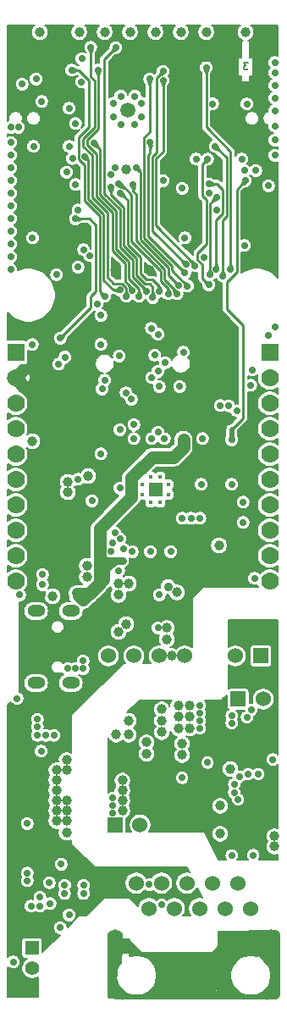
<source format=gbr>
G04 #@! TF.GenerationSoftware,KiCad,Pcbnew,5.1.6-c6e7f7d~87~ubuntu18.04.1*
G04 #@! TF.CreationDate,2022-07-28T15:35:08+03:00*
G04 #@! TF.ProjectId,ESP32-PoE-ISO_Rev_K,45535033-322d-4506-9f45-2d49534f5f52,K*
G04 #@! TF.SameCoordinates,Original*
G04 #@! TF.FileFunction,Copper,L3,Inr*
G04 #@! TF.FilePolarity,Positive*
%FSLAX46Y46*%
G04 Gerber Fmt 4.6, Leading zero omitted, Abs format (unit mm)*
G04 Created by KiCad (PCBNEW 5.1.6-c6e7f7d~87~ubuntu18.04.1) date 2022-07-28 15:35:08*
%MOMM*%
%LPD*%
G01*
G04 APERTURE LIST*
G04 #@! TA.AperFunction,NonConductor*
%ADD10C,0.158750*%
G04 #@! TD*
G04 #@! TA.AperFunction,ViaPad*
%ADD11C,1.524000*%
G04 #@! TD*
G04 #@! TA.AperFunction,ViaPad*
%ADD12R,1.524000X1.524000*%
G04 #@! TD*
G04 #@! TA.AperFunction,ViaPad*
%ADD13C,1.778000*%
G04 #@! TD*
G04 #@! TA.AperFunction,ViaPad*
%ADD14R,1.778000X1.778000*%
G04 #@! TD*
G04 #@! TA.AperFunction,ViaPad*
%ADD15R,0.400000X0.400000*%
G04 #@! TD*
G04 #@! TA.AperFunction,ViaPad*
%ADD16R,1.422400X1.422400*%
G04 #@! TD*
G04 #@! TA.AperFunction,ViaPad*
%ADD17O,1.800000X1.200000*%
G04 #@! TD*
G04 #@! TA.AperFunction,ViaPad*
%ADD18O,1.600000X2.999999*%
G04 #@! TD*
G04 #@! TA.AperFunction,ViaPad*
%ADD19C,1.800000*%
G04 #@! TD*
G04 #@! TA.AperFunction,ViaPad*
%ADD20C,1.500000*%
G04 #@! TD*
G04 #@! TA.AperFunction,ViaPad*
%ADD21C,0.700000*%
G04 #@! TD*
G04 #@! TA.AperFunction,ViaPad*
%ADD22R,1.400000X1.400000*%
G04 #@! TD*
G04 #@! TA.AperFunction,ViaPad*
%ADD23C,1.400000*%
G04 #@! TD*
G04 #@! TA.AperFunction,ViaPad*
%ADD24C,1.000000*%
G04 #@! TD*
G04 #@! TA.AperFunction,ViaPad*
%ADD25C,0.900000*%
G04 #@! TD*
G04 #@! TA.AperFunction,Conductor*
%ADD26C,0.254000*%
G04 #@! TD*
G04 #@! TA.AperFunction,Conductor*
%ADD27C,1.270000*%
G04 #@! TD*
G04 #@! TA.AperFunction,Conductor*
%ADD28C,0.965200*%
G04 #@! TD*
G04 #@! TA.AperFunction,Conductor*
%ADD29C,0.762000*%
G04 #@! TD*
G04 #@! TA.AperFunction,Conductor*
%ADD30C,1.016000*%
G04 #@! TD*
G04 #@! TA.AperFunction,Conductor*
%ADD31C,0.508000*%
G04 #@! TD*
G04 #@! TA.AperFunction,Conductor*
%ADD32C,0.127000*%
G04 #@! TD*
G04 #@! TA.AperFunction,Conductor*
%ADD33C,0.203200*%
G04 #@! TD*
G04 #@! TA.AperFunction,Conductor*
%ADD34C,0.025400*%
G04 #@! TD*
G04 APERTURE END LIST*
D10*
X114638666Y-94267261D02*
X114245571Y-94267261D01*
X114457238Y-94509166D01*
X114366523Y-94509166D01*
X114306047Y-94539404D01*
X114275809Y-94569642D01*
X114245571Y-94630119D01*
X114245571Y-94781309D01*
X114275809Y-94841785D01*
X114306047Y-94872023D01*
X114366523Y-94902261D01*
X114547952Y-94902261D01*
X114608428Y-94872023D01*
X114638666Y-94841785D01*
D11*
X113411000Y-153543000D03*
D12*
X115951000Y-153543000D03*
D11*
X108331000Y-153543000D03*
X105791000Y-153543000D03*
X100711000Y-153543000D03*
X103251000Y-153543000D03*
X103866000Y-170434000D03*
D12*
X101366000Y-170434000D03*
D13*
X116840000Y-146080000D03*
X116840000Y-143540000D03*
X116840000Y-138460000D03*
X116840000Y-141000000D03*
X116840000Y-135920000D03*
X116840000Y-133380000D03*
D14*
X116840000Y-123220000D03*
D13*
X116840000Y-125760000D03*
X116840000Y-128300000D03*
X116840000Y-130840000D03*
X91440000Y-130840000D03*
X91440000Y-128300000D03*
X91440000Y-125760000D03*
D14*
X91440000Y-123220000D03*
D13*
X91440000Y-133380000D03*
X91440000Y-135920000D03*
X91440000Y-141000000D03*
X91440000Y-138460000D03*
X91440000Y-143540000D03*
X91440000Y-146080000D03*
D15*
X106710000Y-137406000D03*
X106710000Y-136406000D03*
X105910000Y-135606000D03*
X104910000Y-135606000D03*
X104110000Y-136406000D03*
X104110000Y-137406000D03*
X104910000Y-138206000D03*
X105910000Y-138206000D03*
D16*
X105410000Y-136906000D03*
D17*
X93476000Y-149054000D03*
X96946000Y-149054000D03*
X96946000Y-156254000D03*
X93476000Y-156254000D03*
D18*
X117000000Y-182393000D03*
X101400000Y-182393000D03*
D11*
X114915000Y-178793000D03*
X113645000Y-176253000D03*
X112375000Y-178793000D03*
X111105000Y-176253000D03*
X109835000Y-178793000D03*
X108565000Y-176253000D03*
X107295000Y-178793000D03*
X106025000Y-176253000D03*
X104755000Y-178793000D03*
X103485000Y-176253000D03*
X116185000Y-157861000D03*
D12*
X113685000Y-157861000D03*
D19*
X107442000Y-167646000D03*
D20*
X102640000Y-98981000D03*
D21*
X101940000Y-97581000D03*
X103340000Y-97581000D03*
X104040000Y-98281000D03*
X104040000Y-99681000D03*
X103340000Y-100381000D03*
X101940000Y-100381000D03*
X101240000Y-99681000D03*
X101240000Y-98281000D03*
D22*
X93070680Y-182740300D03*
D23*
X93073220Y-184769760D03*
D24*
X93091000Y-132080000D03*
X95123000Y-147574000D03*
D21*
X92583000Y-176022000D03*
X92583000Y-175260000D03*
X92583000Y-170307000D03*
X94869000Y-178308000D03*
X94803014Y-176214986D03*
X91821000Y-147447000D03*
X99949000Y-133350000D03*
X97663000Y-135890000D03*
D25*
X106680000Y-146621500D03*
D24*
X107569000Y-147193000D03*
D21*
X117348000Y-94234000D03*
X108966000Y-139785743D03*
X108077000Y-139785743D03*
X109855000Y-139785743D03*
X99060000Y-138049000D03*
D24*
X98679000Y-135572500D03*
D21*
X95250000Y-161480500D03*
X101854000Y-141859000D03*
X110109000Y-131826000D03*
X114173000Y-140208000D03*
X114173000Y-138176000D03*
X115316000Y-145796000D03*
D24*
X111760000Y-142494000D03*
D21*
X91567000Y-157797496D03*
X93599000Y-160655000D03*
D24*
X96520000Y-163957000D03*
X95504000Y-170053000D03*
X95504000Y-169037000D03*
X96520000Y-170053000D03*
X96520000Y-169037000D03*
X96520000Y-171196000D03*
D21*
X93599000Y-159893000D03*
X93599000Y-161480500D03*
X94424500Y-161480500D03*
X98171000Y-154051000D03*
X98171000Y-154813000D03*
X97409000Y-154813000D03*
X96647000Y-154813000D03*
X91186000Y-184150000D03*
X93853000Y-177673000D03*
X92964000Y-178562000D03*
X93853000Y-178562000D03*
D24*
X96520000Y-168021000D03*
X95504000Y-168021000D03*
X95504000Y-167005000D03*
X95504000Y-165989000D03*
X95504000Y-164973000D03*
X96520000Y-164973000D03*
X106553000Y-150749000D03*
X106553000Y-151892000D03*
D21*
X105664000Y-150749000D03*
D24*
X107061000Y-153543000D03*
D21*
X96774000Y-179451000D03*
X106299000Y-131826000D03*
X101340570Y-141256510D03*
X92075000Y-96393000D03*
D24*
X93853000Y-91186000D03*
X110490000Y-91181000D03*
X114427000Y-91186000D03*
X107950000Y-91181000D03*
X105410000Y-91181000D03*
X102870000Y-91181000D03*
X100330000Y-91181000D03*
X97790000Y-91181000D03*
D21*
X99949000Y-119507000D03*
X97663000Y-108966000D03*
X99949000Y-122397010D03*
X109474000Y-103886000D03*
X115443000Y-105029000D03*
D24*
X102498537Y-104904645D03*
D21*
X91694000Y-100711000D03*
X110737084Y-107276396D03*
X94023642Y-98127364D03*
X117348000Y-96520000D03*
X117348000Y-99060000D03*
X117348000Y-101981000D03*
X117348000Y-103505000D03*
X95884997Y-180721003D03*
X116713000Y-121539000D03*
X117348000Y-120650000D03*
X90932000Y-113665000D03*
X90932000Y-114935000D03*
X90932000Y-111125000D03*
X90932000Y-108585000D03*
X90932000Y-106045000D03*
X90932000Y-103505000D03*
X90932000Y-100711000D03*
X90932000Y-109855000D03*
X90932000Y-112395000D03*
X90932000Y-107315000D03*
X90932000Y-104775000D03*
X90932000Y-102235000D03*
X117348000Y-95250000D03*
X117348000Y-97790000D03*
X117348000Y-100584000D03*
D24*
X96647000Y-137160000D03*
X96647000Y-136144000D03*
D21*
X106172000Y-95123000D03*
X111125000Y-98349688D03*
X108473816Y-114426558D03*
X116713000Y-106553000D03*
X114554000Y-98361500D03*
X94107000Y-147447000D03*
X102743000Y-126365000D03*
X102743000Y-125603000D03*
X97028000Y-130937000D03*
X97028000Y-129921000D03*
D24*
X97790000Y-132461000D03*
X97790000Y-131445000D03*
X97790000Y-130429000D03*
X97790000Y-129413000D03*
X108839000Y-147193000D03*
X108839000Y-146177000D03*
X93980000Y-92456000D03*
X97155000Y-92456000D03*
X104828205Y-115004027D03*
D21*
X114681000Y-102870000D03*
D24*
X97790000Y-128397000D03*
D21*
X97028000Y-128905000D03*
D24*
X101351221Y-115004129D03*
D21*
X104902000Y-143129000D03*
X105791000Y-147447000D03*
X93980000Y-163067994D03*
X103091479Y-143129000D03*
X106934000Y-143129000D03*
X95979490Y-174371000D03*
X101727000Y-145034000D03*
X94107000Y-146431000D03*
X98016923Y-96157588D03*
X93472000Y-95885000D03*
X93218000Y-102616000D03*
X93091000Y-122428000D03*
X96774000Y-102611000D03*
X103759000Y-117602000D03*
X99267901Y-102281101D03*
X97663000Y-114681000D03*
X102235000Y-142875000D03*
X94107000Y-145415000D03*
X98044000Y-93853000D03*
X104521000Y-117094000D03*
X101442065Y-92740935D03*
X99665224Y-94982570D03*
X103095155Y-116995845D03*
X105332150Y-123474968D03*
X108204000Y-123190000D03*
X100330000Y-117602000D03*
X97022988Y-94991000D03*
X102489000Y-117602000D03*
X98933000Y-92710000D03*
X106410622Y-124236990D03*
X99568000Y-118364000D03*
X96520000Y-105188112D03*
X115062000Y-124968000D03*
X102480368Y-127243213D03*
X107823000Y-126619000D03*
X95734918Y-124370313D03*
X110744000Y-106360987D03*
X111483610Y-114897258D03*
X111506000Y-108966000D03*
X95885000Y-121793000D03*
X105664000Y-121377962D03*
X97409004Y-109855000D03*
X105791000Y-117093996D03*
X105001995Y-120804005D03*
X101917500Y-107251500D03*
X111887000Y-128523990D03*
X106680000Y-117348000D03*
X97409000Y-106426000D03*
X101735871Y-106380069D03*
X112747155Y-128552845D03*
X105791000Y-126619000D03*
X108077000Y-106807000D03*
X107569000Y-117348000D03*
X103197882Y-106426000D03*
X105029000Y-125730000D03*
X113538000Y-129032000D03*
X103535990Y-104775000D03*
X107725201Y-116522765D03*
X97106584Y-103822506D03*
X101854000Y-116967000D03*
X98331845Y-103631997D03*
X97536000Y-147279360D03*
X98044000Y-148082000D03*
X98552000Y-147447000D03*
X102108000Y-144018000D03*
X108204000Y-132715000D03*
X108204000Y-131953000D03*
X106172000Y-106045000D03*
X100918728Y-105439478D03*
X114300000Y-105029000D03*
X101351642Y-104734826D03*
D24*
X102108000Y-167005000D03*
X102108000Y-165989000D03*
X117284500Y-171577000D03*
X117284500Y-172593000D03*
D21*
X113030000Y-159512000D03*
X109855000Y-158496000D03*
D24*
X108839000Y-158496000D03*
X108839000Y-160782000D03*
X108839000Y-159639000D03*
D21*
X109855000Y-159258000D03*
X109855000Y-160020000D03*
X109855000Y-160782000D03*
D24*
X107696000Y-159639000D03*
X107696000Y-160782000D03*
X107696000Y-158496000D03*
D21*
X101092000Y-167767000D03*
X101092000Y-168529000D03*
X101092000Y-169291000D03*
D24*
X102108000Y-168021000D03*
X102108000Y-169037000D03*
D21*
X113030000Y-160254190D03*
D24*
X102489000Y-150368000D03*
X101727000Y-151130000D03*
X102743000Y-146304000D03*
X101727000Y-146304000D03*
X101727000Y-147447000D03*
X98552000Y-145669000D03*
X98552000Y-144526000D03*
D21*
X108077000Y-165735000D03*
D24*
X108077000Y-163449000D03*
X108077000Y-162306000D03*
D21*
X115011196Y-158927796D03*
X113030000Y-173482000D03*
D24*
X111887000Y-168529000D03*
X111887000Y-171323000D03*
D21*
X113284000Y-167195500D03*
X113284000Y-166370000D03*
X113792000Y-165608000D03*
X113665000Y-167894000D03*
X114681000Y-165354000D03*
X115697000Y-165354000D03*
X115189000Y-173450250D03*
X117157500Y-163893500D03*
X104879966Y-102235006D03*
X108340480Y-115242751D03*
X97408988Y-100330000D03*
X104824902Y-95877377D03*
X108615968Y-116559331D03*
X112903000Y-114935000D03*
X110488013Y-94743983D03*
X101790500Y-123571000D03*
X100330005Y-125984000D03*
X98824640Y-113531177D03*
X110252304Y-113679903D03*
X100076000Y-126873000D03*
X114300000Y-112522000D03*
X98220630Y-112945570D03*
X113030000Y-131953000D03*
X113030000Y-136398000D03*
X102997000Y-127889000D03*
X103250997Y-130428997D03*
X105029000Y-131826000D03*
X103251000Y-131826000D03*
X109981990Y-136398000D03*
X114396010Y-106045000D03*
X111506000Y-107696000D03*
X95529400Y-115412010D03*
X110856314Y-115436190D03*
X105664000Y-125095000D03*
X96361993Y-123666999D03*
X111379000Y-102616000D03*
X112141000Y-115570000D03*
X96774000Y-98806000D03*
X106172000Y-96012000D03*
X109378372Y-114532519D03*
X105664000Y-131191000D03*
X101854000Y-130937000D03*
X101854000Y-136779000D03*
X114935000Y-126492000D03*
X110617000Y-103886000D03*
X114046000Y-103886000D03*
X110744000Y-116459000D03*
X105132644Y-117721516D03*
X100953289Y-106647490D03*
X100965006Y-143129000D03*
X98234500Y-177293513D03*
X104775000Y-176402960D03*
X98234500Y-176466500D03*
X106044996Y-178435000D03*
X96329499Y-177294710D03*
X96330699Y-176467699D03*
D24*
X114935000Y-181483000D03*
X102870000Y-182880000D03*
X114935000Y-182880000D03*
X113538000Y-182880000D03*
X112395000Y-185420000D03*
X111125000Y-184150000D03*
X109855000Y-185420000D03*
X117387990Y-185420000D03*
X117387990Y-187387990D03*
X111125000Y-186690000D03*
X108585000Y-186690000D03*
X108585000Y-184150000D03*
X107315000Y-185420000D03*
X106045000Y-186690000D03*
X106045000Y-184150000D03*
X101092000Y-187325000D03*
X101092000Y-185420000D03*
D21*
X101092000Y-142240000D03*
X93121979Y-111760000D03*
X108363502Y-111756863D03*
D24*
X102743000Y-161417000D03*
X102743000Y-160020000D03*
X104521000Y-162179000D03*
X104521000Y-163322000D03*
X106045000Y-158877000D03*
X106045000Y-160020000D03*
X106045000Y-161163000D03*
X101473000Y-161417000D03*
D21*
X114565912Y-159674791D03*
X110617000Y-164211000D03*
D24*
X112903000Y-164846000D03*
X105156000Y-166624000D03*
X105156000Y-167640000D03*
X105156000Y-168656000D03*
X106807000Y-163449000D03*
X106807000Y-162306000D03*
D26*
X105092489Y-103664681D02*
X105092489Y-111045231D01*
X105092489Y-111045231D02*
X108473816Y-114426558D01*
X105506003Y-103251167D02*
X105092489Y-103664681D01*
X105506003Y-95788997D02*
X105506003Y-103251167D01*
X106172000Y-95123000D02*
X105506003Y-95788997D01*
X99888223Y-102901423D02*
X99267901Y-102281101D01*
X99888223Y-107481990D02*
X99888223Y-102901423D01*
X101473011Y-109066778D02*
X99888223Y-107481990D01*
X103759000Y-116805490D02*
X102743011Y-115789501D01*
X101473011Y-112872269D02*
X101473011Y-109066778D01*
X103759000Y-117602000D02*
X103759000Y-116805490D01*
X102743011Y-114142269D02*
X101473011Y-112872269D01*
X102743011Y-115789501D02*
X102743011Y-114142269D01*
X101854022Y-112714450D02*
X101854022Y-108908959D01*
X100269234Y-107324171D02*
X100269234Y-93913766D01*
X103124022Y-113984450D02*
X101854022Y-112714450D01*
X100269234Y-93913766D02*
X101442065Y-92740935D01*
X103124022Y-115631682D02*
X103124022Y-113984450D01*
X104521000Y-117028660D02*
X103124022Y-115631682D01*
X104521000Y-117094000D02*
X104521000Y-117028660D01*
X101854022Y-108908959D02*
X100269234Y-107324171D01*
X103095155Y-116803687D02*
X103095155Y-116995845D01*
X102362000Y-116070532D02*
X103095155Y-116803687D01*
X101092000Y-113030088D02*
X102362000Y-114300088D01*
X99507212Y-107639809D02*
X101092000Y-109224597D01*
X98552011Y-102459133D02*
X99507212Y-103414334D01*
X99507212Y-103414334D02*
X99507212Y-107639809D01*
X99695000Y-95012346D02*
X99695000Y-100833076D01*
X99665224Y-94982570D02*
X99695000Y-95012346D01*
X99695000Y-100833076D02*
X98552011Y-101976065D01*
X102362000Y-114300088D02*
X102362000Y-116070532D01*
X101092000Y-109224597D02*
X101092000Y-113030088D01*
X98552011Y-101976065D02*
X98552011Y-102459133D01*
X97749246Y-94991000D02*
X97022988Y-94991000D01*
X98783405Y-96025159D02*
X97749246Y-94991000D01*
X98783405Y-100667011D02*
X98783405Y-96025159D01*
X97726500Y-101723916D02*
X98783405Y-100667011D01*
X99822000Y-117094000D02*
X99822000Y-109571087D01*
X100330000Y-117602000D02*
X99822000Y-117094000D01*
X99822000Y-109571087D02*
X98298000Y-108047087D01*
X98298000Y-108047087D02*
X98298000Y-104492074D01*
X98298000Y-104492074D02*
X97726500Y-103920574D01*
X97726500Y-103920574D02*
X97726500Y-101723916D01*
X100584022Y-109255449D02*
X99060011Y-107731438D01*
X99060011Y-107731438D02*
X99060011Y-103505963D01*
X98171000Y-102616952D02*
X98171000Y-101818246D01*
X98171000Y-101818246D02*
X99313989Y-100675257D01*
X98933000Y-95635924D02*
X98933000Y-92710000D01*
X99313989Y-100675257D02*
X99313989Y-96016913D01*
X102084649Y-116332011D02*
X101219011Y-116332011D01*
X99313989Y-96016913D02*
X98933000Y-95635924D01*
X100584022Y-115697022D02*
X100584022Y-109255449D01*
X102489000Y-116736362D02*
X102084649Y-116332011D01*
X102489000Y-117602000D02*
X102489000Y-116736362D01*
X101219011Y-116332011D02*
X100584022Y-115697022D01*
X99060011Y-103505963D02*
X98171000Y-102616952D01*
X111567987Y-106360987D02*
X112141000Y-106934000D01*
X110744000Y-106360987D02*
X111567987Y-106360987D01*
X112141000Y-106934000D02*
X112141000Y-109347000D01*
X112141000Y-109347000D02*
X111483610Y-110004390D01*
X111483610Y-110004390D02*
X111483610Y-114897258D01*
X98806000Y-109855000D02*
X97409004Y-109855000D01*
X99441000Y-110490000D02*
X98806000Y-109855000D01*
X99441000Y-117094000D02*
X99441000Y-110490000D01*
X98933000Y-117602000D02*
X99441000Y-117094000D01*
X95885000Y-121793000D02*
X98933000Y-118745000D01*
X98933000Y-118745000D02*
X98933000Y-117602000D01*
X102616044Y-107950044D02*
X101917500Y-107251500D01*
X105791000Y-117093996D02*
X105791000Y-116599022D01*
X103886044Y-113668812D02*
X102616044Y-112398812D01*
X102616044Y-112398812D02*
X102616044Y-107950044D01*
X104521000Y-115951000D02*
X103886044Y-115316044D01*
X103886044Y-115316044D02*
X103886044Y-113668812D01*
X105142978Y-115951000D02*
X104521000Y-115951000D01*
X105791000Y-116599022D02*
X105142978Y-115951000D01*
X101935069Y-106380069D02*
X101735871Y-106380069D01*
X106680000Y-116870830D02*
X105917967Y-116108797D01*
X105917967Y-116108797D02*
X105917967Y-115027457D01*
X106680000Y-117348000D02*
X106680000Y-116870830D01*
X105917967Y-115027457D02*
X102997055Y-112106545D01*
X102997055Y-112106545D02*
X102997055Y-107442055D01*
X102997055Y-107442055D02*
X101935069Y-106380069D01*
X103197882Y-107071382D02*
X103197882Y-106426000D01*
X107569000Y-117221000D02*
X106298978Y-115950978D01*
X107569000Y-117348000D02*
X107569000Y-117221000D01*
X106298978Y-115950978D02*
X106298978Y-114869638D01*
X103473999Y-112044659D02*
X103473999Y-107347499D01*
X106298978Y-114869638D02*
X103473999Y-112044659D01*
X103473999Y-107347499D02*
X103197882Y-107071382D01*
X103535990Y-104775000D02*
X103885989Y-105124999D01*
X106679989Y-115477553D02*
X107725201Y-116522765D01*
X106679989Y-114711819D02*
X106679989Y-115477553D01*
X103885989Y-111917819D02*
X106679989Y-114711819D01*
X103885989Y-105124999D02*
X103885989Y-111917819D01*
X100203011Y-109413268D02*
X98679000Y-107889257D01*
X98679000Y-107889257D02*
X98679000Y-103979152D01*
X98679000Y-103979152D02*
X98331845Y-103631997D01*
X101854000Y-116967000D02*
X101188170Y-116967000D01*
X101188170Y-116967000D02*
X100203011Y-115981841D01*
X100203011Y-115981841D02*
X100203011Y-109413268D01*
D27*
X99822000Y-140843000D02*
X102997000Y-137668000D01*
X107251500Y-133667500D02*
X108204000Y-132715000D01*
X99822000Y-143764000D02*
X99822000Y-140843000D01*
X102997000Y-137668000D02*
X102997000Y-135763000D01*
X102997000Y-135763000D02*
X105092500Y-133667500D01*
X105092500Y-133667500D02*
X107251500Y-133667500D01*
X108204000Y-132715000D02*
X108204000Y-131953000D01*
X99504500Y-146621500D02*
X98171000Y-147955000D01*
D28*
X97536000Y-147279360D02*
X97536000Y-147574000D01*
X97536000Y-147574000D02*
X98044000Y-148082000D01*
D27*
X99631500Y-146494500D02*
X100203000Y-145923000D01*
X99822000Y-146304000D02*
X99631500Y-146494500D01*
X98679000Y-147447000D02*
X99631500Y-146494500D01*
X99822000Y-143764000D02*
X99822000Y-146304000D01*
X100203000Y-144145000D02*
X99822000Y-143764000D01*
X100203000Y-145161000D02*
X100203000Y-144145000D01*
D29*
X102108000Y-144018000D02*
X101346000Y-144018000D01*
D27*
X100203000Y-145923000D02*
X100203000Y-145161000D01*
D29*
X101346000Y-144018000D02*
X100203000Y-145161000D01*
X102108000Y-144018000D02*
X100330000Y-144018000D01*
X100330000Y-144018000D02*
X100203000Y-144145000D01*
D27*
X98552000Y-147447000D02*
X98679000Y-147447000D01*
D29*
X98552000Y-147574000D02*
X98552000Y-147447000D01*
X98044000Y-148082000D02*
X98552000Y-147574000D01*
D30*
X98384360Y-147279360D02*
X97536000Y-147279360D01*
X98552000Y-147447000D02*
X98384360Y-147279360D01*
D26*
X104671152Y-111573423D02*
X104671152Y-103481848D01*
X108340480Y-115242751D02*
X104671152Y-111573423D01*
X104671152Y-103481848D02*
X104879966Y-103273034D01*
X104879966Y-103273034D02*
X104879966Y-102235006D01*
X107061000Y-115004363D02*
X107061000Y-114554000D01*
X108615968Y-116559331D02*
X107061000Y-115004363D01*
X107061000Y-114554000D02*
X104275965Y-111768965D01*
X104824902Y-101169098D02*
X104824902Y-95877377D01*
X104275965Y-111768965D02*
X104275965Y-101718035D01*
X104275965Y-101718035D02*
X104824902Y-101169098D01*
X110488013Y-100709013D02*
X112903000Y-103124000D01*
X110488013Y-94743983D02*
X110488013Y-100709013D01*
X112903000Y-114935000D02*
X112903000Y-103124000D01*
D31*
X113030000Y-131953000D02*
X113030000Y-130937000D01*
D26*
X113538000Y-106903010D02*
X114396010Y-106045000D01*
X114173000Y-120523000D02*
X112522000Y-118872000D01*
X114173000Y-129794000D02*
X114173000Y-120523000D01*
X113030000Y-130937000D02*
X114173000Y-129794000D01*
X113538000Y-115189000D02*
X113538000Y-106903010D01*
X112522000Y-118872000D02*
X112522000Y-116205000D01*
X112522000Y-116205000D02*
X113538000Y-115189000D01*
X110871011Y-114926519D02*
X110856314Y-114941216D01*
X110856314Y-114941216D02*
X110856314Y-115436190D01*
X110871011Y-108330989D02*
X110871011Y-114926519D01*
X111506000Y-107696000D02*
X110871011Y-108330989D01*
X112141000Y-109982000D02*
X112522000Y-109601000D01*
X112141000Y-115570000D02*
X112141000Y-109982000D01*
X112522000Y-109601000D02*
X112522000Y-103759000D01*
X112522000Y-103759000D02*
X111379000Y-102616000D01*
X106172000Y-96012000D02*
X106172000Y-103124000D01*
X106172000Y-103124000D02*
X105473500Y-103822500D01*
X105473500Y-103822500D02*
X105473500Y-110532318D01*
X105473500Y-110532318D02*
X109378372Y-114437190D01*
X109378372Y-114437190D02*
X109378372Y-114532519D01*
X110109000Y-104394000D02*
X110617000Y-103886000D01*
X110109000Y-107569000D02*
X110109000Y-104394000D01*
X110490000Y-107950000D02*
X110109000Y-107569000D01*
X110744000Y-116459000D02*
X110109000Y-115824000D01*
X110109000Y-114405229D02*
X109631995Y-113928224D01*
X110109000Y-115824000D02*
X110109000Y-114405229D01*
X109631995Y-113928224D02*
X109631995Y-113253005D01*
X109631995Y-113253005D02*
X110490000Y-112395000D01*
X110490000Y-112395000D02*
X110490000Y-107950000D01*
X105132644Y-116647559D02*
X104817096Y-116332011D01*
X104363181Y-116332011D02*
X103505033Y-115473863D01*
X100953289Y-107466269D02*
X100953289Y-106647490D01*
X105132644Y-117721516D02*
X105132644Y-116647559D01*
X102235033Y-108748013D02*
X100953289Y-107466269D01*
X103505033Y-115473863D02*
X103505033Y-113826631D01*
X102235033Y-112556631D02*
X102235033Y-108748013D01*
X104817096Y-116332011D02*
X104363181Y-116332011D01*
X103505033Y-113826631D02*
X102235033Y-112556631D01*
D30*
X117387990Y-181522990D02*
X117348000Y-181483000D01*
X117348000Y-181483000D02*
X114935000Y-181483000D01*
X117387990Y-185420000D02*
X117387990Y-181522990D01*
X101228042Y-181610000D02*
X101346000Y-181610000D01*
X101092000Y-181746042D02*
X101228042Y-181610000D01*
D31*
X117387990Y-187387990D02*
X117133990Y-187641990D01*
X117133990Y-187641990D02*
X111125000Y-187641990D01*
X111125000Y-187641990D02*
X111125000Y-186690000D01*
D30*
X117387990Y-185420000D02*
X117387990Y-187387990D01*
X114935000Y-182880000D02*
X115733802Y-182880000D01*
X115733802Y-182880000D02*
X117387990Y-184534188D01*
X117387990Y-184534188D02*
X117387990Y-184712894D01*
X117387990Y-184712894D02*
X117387990Y-185420000D01*
X117094000Y-182880000D02*
X114935000Y-182880000D01*
X117094000Y-181483000D02*
X117094000Y-182880000D01*
X114935000Y-181483000D02*
X117094000Y-181483000D01*
D29*
X102162894Y-182880000D02*
X101473000Y-182880000D01*
X102870000Y-182880000D02*
X102162894Y-182880000D01*
D31*
X101408990Y-187641990D02*
X101092000Y-187325000D01*
X111125000Y-187641990D02*
X101408990Y-187641990D01*
D30*
X101092000Y-185420000D02*
X101092000Y-181746042D01*
D32*
G36*
X93299491Y-90511548D02*
G01*
X93178548Y-90632491D01*
X93083523Y-90774706D01*
X93018069Y-90932726D01*
X92984700Y-91100480D01*
X92984700Y-91271520D01*
X93018069Y-91439274D01*
X93083523Y-91597294D01*
X93178548Y-91739509D01*
X93299491Y-91860452D01*
X93441706Y-91955477D01*
X93599726Y-92020931D01*
X93767480Y-92054300D01*
X93938520Y-92054300D01*
X94106274Y-92020931D01*
X94264294Y-91955477D01*
X94406509Y-91860452D01*
X94527452Y-91739509D01*
X94622477Y-91597294D01*
X94687931Y-91439274D01*
X94721300Y-91271520D01*
X94721300Y-91100480D01*
X94687931Y-90932726D01*
X94622477Y-90774706D01*
X94527452Y-90632491D01*
X94406509Y-90511548D01*
X94382192Y-90495300D01*
X97253325Y-90495300D01*
X97236491Y-90506548D01*
X97115548Y-90627491D01*
X97020523Y-90769706D01*
X96955069Y-90927726D01*
X96921700Y-91095480D01*
X96921700Y-91266520D01*
X96955069Y-91434274D01*
X97020523Y-91592294D01*
X97115548Y-91734509D01*
X97236491Y-91855452D01*
X97378706Y-91950477D01*
X97536726Y-92015931D01*
X97704480Y-92049300D01*
X97875520Y-92049300D01*
X98043274Y-92015931D01*
X98201294Y-91950477D01*
X98343509Y-91855452D01*
X98464452Y-91734509D01*
X98559477Y-91592294D01*
X98624931Y-91434274D01*
X98658300Y-91266520D01*
X98658300Y-91095480D01*
X98624931Y-90927726D01*
X98559477Y-90769706D01*
X98464452Y-90627491D01*
X98343509Y-90506548D01*
X98326675Y-90495300D01*
X99793325Y-90495300D01*
X99776491Y-90506548D01*
X99655548Y-90627491D01*
X99560523Y-90769706D01*
X99495069Y-90927726D01*
X99461700Y-91095480D01*
X99461700Y-91266520D01*
X99495069Y-91434274D01*
X99560523Y-91592294D01*
X99655548Y-91734509D01*
X99776491Y-91855452D01*
X99918706Y-91950477D01*
X100076726Y-92015931D01*
X100244480Y-92049300D01*
X100415520Y-92049300D01*
X100583274Y-92015931D01*
X100741294Y-91950477D01*
X100883509Y-91855452D01*
X101004452Y-91734509D01*
X101099477Y-91592294D01*
X101164931Y-91434274D01*
X101198300Y-91266520D01*
X101198300Y-91095480D01*
X101164931Y-90927726D01*
X101099477Y-90769706D01*
X101004452Y-90627491D01*
X100883509Y-90506548D01*
X100866675Y-90495300D01*
X102333325Y-90495300D01*
X102316491Y-90506548D01*
X102195548Y-90627491D01*
X102100523Y-90769706D01*
X102035069Y-90927726D01*
X102001700Y-91095480D01*
X102001700Y-91266520D01*
X102035069Y-91434274D01*
X102100523Y-91592294D01*
X102195548Y-91734509D01*
X102316491Y-91855452D01*
X102458706Y-91950477D01*
X102616726Y-92015931D01*
X102784480Y-92049300D01*
X102955520Y-92049300D01*
X103123274Y-92015931D01*
X103281294Y-91950477D01*
X103423509Y-91855452D01*
X103544452Y-91734509D01*
X103639477Y-91592294D01*
X103704931Y-91434274D01*
X103738300Y-91266520D01*
X103738300Y-91095480D01*
X103704931Y-90927726D01*
X103639477Y-90769706D01*
X103544452Y-90627491D01*
X103423509Y-90506548D01*
X103406675Y-90495300D01*
X104873325Y-90495300D01*
X104856491Y-90506548D01*
X104735548Y-90627491D01*
X104640523Y-90769706D01*
X104575069Y-90927726D01*
X104541700Y-91095480D01*
X104541700Y-91266520D01*
X104575069Y-91434274D01*
X104640523Y-91592294D01*
X104735548Y-91734509D01*
X104856491Y-91855452D01*
X104998706Y-91950477D01*
X105156726Y-92015931D01*
X105324480Y-92049300D01*
X105495520Y-92049300D01*
X105663274Y-92015931D01*
X105821294Y-91950477D01*
X105963509Y-91855452D01*
X106084452Y-91734509D01*
X106179477Y-91592294D01*
X106244931Y-91434274D01*
X106278300Y-91266520D01*
X106278300Y-91095480D01*
X106244931Y-90927726D01*
X106179477Y-90769706D01*
X106084452Y-90627491D01*
X105963509Y-90506548D01*
X105946675Y-90495300D01*
X107413325Y-90495300D01*
X107396491Y-90506548D01*
X107275548Y-90627491D01*
X107180523Y-90769706D01*
X107115069Y-90927726D01*
X107081700Y-91095480D01*
X107081700Y-91266520D01*
X107115069Y-91434274D01*
X107180523Y-91592294D01*
X107275548Y-91734509D01*
X107396491Y-91855452D01*
X107538706Y-91950477D01*
X107696726Y-92015931D01*
X107864480Y-92049300D01*
X108035520Y-92049300D01*
X108203274Y-92015931D01*
X108361294Y-91950477D01*
X108503509Y-91855452D01*
X108624452Y-91734509D01*
X108719477Y-91592294D01*
X108784931Y-91434274D01*
X108818300Y-91266520D01*
X108818300Y-91095480D01*
X108784931Y-90927726D01*
X108719477Y-90769706D01*
X108624452Y-90627491D01*
X108503509Y-90506548D01*
X108486675Y-90495300D01*
X109953325Y-90495300D01*
X109936491Y-90506548D01*
X109815548Y-90627491D01*
X109720523Y-90769706D01*
X109655069Y-90927726D01*
X109621700Y-91095480D01*
X109621700Y-91266520D01*
X109655069Y-91434274D01*
X109720523Y-91592294D01*
X109815548Y-91734509D01*
X109936491Y-91855452D01*
X110078706Y-91950477D01*
X110236726Y-92015931D01*
X110404480Y-92049300D01*
X110575520Y-92049300D01*
X110743274Y-92015931D01*
X110901294Y-91950477D01*
X111043509Y-91855452D01*
X111164452Y-91734509D01*
X111259477Y-91592294D01*
X111324931Y-91434274D01*
X111358300Y-91266520D01*
X111358300Y-91095480D01*
X111324931Y-90927726D01*
X111259477Y-90769706D01*
X111164452Y-90627491D01*
X111043509Y-90506548D01*
X111026675Y-90495300D01*
X113897808Y-90495300D01*
X113873491Y-90511548D01*
X113752548Y-90632491D01*
X113657523Y-90774706D01*
X113592069Y-90932726D01*
X113558700Y-91100480D01*
X113558700Y-91271520D01*
X113592069Y-91439274D01*
X113657523Y-91597294D01*
X113752548Y-91739509D01*
X113873491Y-91860452D01*
X114015706Y-91955477D01*
X114150958Y-92011500D01*
X114046000Y-92011500D01*
X114033612Y-92012720D01*
X114021700Y-92016334D01*
X114010721Y-92022202D01*
X114001099Y-92030099D01*
X113993202Y-92039721D01*
X113987334Y-92050700D01*
X113983720Y-92062612D01*
X113982500Y-92075000D01*
X113982500Y-93749812D01*
X113676944Y-93749812D01*
X113676944Y-95597662D01*
X113982500Y-95597662D01*
X113982500Y-96139000D01*
X113983720Y-96151388D01*
X113987334Y-96163300D01*
X113993202Y-96174279D01*
X114001099Y-96183901D01*
X114010721Y-96191798D01*
X114021700Y-96197666D01*
X114033612Y-96201280D01*
X114046000Y-96202500D01*
X114808000Y-96202500D01*
X114820388Y-96201280D01*
X114832300Y-96197666D01*
X114843279Y-96191798D01*
X114852901Y-96183901D01*
X114860798Y-96174279D01*
X114866666Y-96163300D01*
X114870280Y-96151388D01*
X114871500Y-96139000D01*
X114871500Y-95597662D01*
X115177056Y-95597662D01*
X115177056Y-93749812D01*
X114871500Y-93749812D01*
X114871500Y-92075000D01*
X114870280Y-92062612D01*
X114866666Y-92050700D01*
X114860798Y-92039721D01*
X114852901Y-92030099D01*
X114843279Y-92022202D01*
X114832300Y-92016334D01*
X114820388Y-92012720D01*
X114808000Y-92011500D01*
X114703042Y-92011500D01*
X114838294Y-91955477D01*
X114980509Y-91860452D01*
X115101452Y-91739509D01*
X115196477Y-91597294D01*
X115261931Y-91439274D01*
X115295300Y-91271520D01*
X115295300Y-91100480D01*
X115261931Y-90932726D01*
X115196477Y-90774706D01*
X115101452Y-90632491D01*
X114980509Y-90511548D01*
X114956192Y-90495300D01*
X117654701Y-90495300D01*
X117654701Y-93583556D01*
X117557521Y-93543303D01*
X117418746Y-93515700D01*
X117277254Y-93515700D01*
X117138479Y-93543303D01*
X117007757Y-93597450D01*
X116890110Y-93676060D01*
X116790060Y-93776110D01*
X116711450Y-93893757D01*
X116657303Y-94024479D01*
X116629700Y-94163254D01*
X116629700Y-94304746D01*
X116657303Y-94443521D01*
X116711450Y-94574243D01*
X116790060Y-94691890D01*
X116840170Y-94742000D01*
X116790060Y-94792110D01*
X116711450Y-94909757D01*
X116657303Y-95040479D01*
X116629700Y-95179254D01*
X116629700Y-95320746D01*
X116657303Y-95459521D01*
X116711450Y-95590243D01*
X116790060Y-95707890D01*
X116890110Y-95807940D01*
X117005437Y-95885000D01*
X116890110Y-95962060D01*
X116790060Y-96062110D01*
X116711450Y-96179757D01*
X116657303Y-96310479D01*
X116629700Y-96449254D01*
X116629700Y-96590746D01*
X116657303Y-96729521D01*
X116711450Y-96860243D01*
X116790060Y-96977890D01*
X116890110Y-97077940D01*
X117005437Y-97155000D01*
X116890110Y-97232060D01*
X116790060Y-97332110D01*
X116711450Y-97449757D01*
X116657303Y-97580479D01*
X116629700Y-97719254D01*
X116629700Y-97860746D01*
X116657303Y-97999521D01*
X116711450Y-98130243D01*
X116790060Y-98247890D01*
X116890110Y-98347940D01*
X117005437Y-98425000D01*
X116890110Y-98502060D01*
X116790060Y-98602110D01*
X116711450Y-98719757D01*
X116657303Y-98850479D01*
X116629700Y-98989254D01*
X116629700Y-99130746D01*
X116631308Y-99138830D01*
X116518757Y-99185450D01*
X116401110Y-99264060D01*
X116301060Y-99364110D01*
X116222450Y-99481757D01*
X116168303Y-99612479D01*
X116140700Y-99751254D01*
X116140700Y-99892746D01*
X116168303Y-100031521D01*
X116222450Y-100162243D01*
X116301060Y-100279890D01*
X116401110Y-100379940D01*
X116518757Y-100458550D01*
X116631308Y-100505170D01*
X116629700Y-100513254D01*
X116629700Y-100654746D01*
X116657303Y-100793521D01*
X116711450Y-100924243D01*
X116790060Y-101041890D01*
X116890110Y-101141940D01*
X117007757Y-101220550D01*
X117138479Y-101274697D01*
X117177709Y-101282500D01*
X117138479Y-101290303D01*
X117007757Y-101344450D01*
X116890110Y-101423060D01*
X116790060Y-101523110D01*
X116711450Y-101640757D01*
X116657303Y-101771479D01*
X116629700Y-101910254D01*
X116629700Y-102051746D01*
X116657303Y-102190521D01*
X116711450Y-102321243D01*
X116790060Y-102438890D01*
X116890110Y-102538940D01*
X117007757Y-102617550D01*
X117138479Y-102671697D01*
X117277254Y-102699300D01*
X117418746Y-102699300D01*
X117557521Y-102671697D01*
X117654701Y-102631444D01*
X117654701Y-102854556D01*
X117557521Y-102814303D01*
X117418746Y-102786700D01*
X117277254Y-102786700D01*
X117138479Y-102814303D01*
X117007757Y-102868450D01*
X116890110Y-102947060D01*
X116790060Y-103047110D01*
X116711450Y-103164757D01*
X116657303Y-103295479D01*
X116629700Y-103434254D01*
X116629700Y-103575746D01*
X116657303Y-103714521D01*
X116711450Y-103845243D01*
X116790060Y-103962890D01*
X116890110Y-104062940D01*
X117007757Y-104141550D01*
X117138479Y-104195697D01*
X117277254Y-104223300D01*
X117418746Y-104223300D01*
X117557521Y-104195697D01*
X117654701Y-104155444D01*
X117654701Y-115722233D01*
X117299755Y-115367287D01*
X116855324Y-115070328D01*
X116361499Y-114865779D01*
X115837256Y-114761500D01*
X115302744Y-114761500D01*
X114778501Y-114865779D01*
X114284676Y-115070328D01*
X114030668Y-115240051D01*
X114033300Y-115213327D01*
X114033300Y-115213317D01*
X114035695Y-115189000D01*
X114033300Y-115164683D01*
X114033300Y-113189013D01*
X114090479Y-113212697D01*
X114229254Y-113240300D01*
X114370746Y-113240300D01*
X114509521Y-113212697D01*
X114640243Y-113158550D01*
X114757890Y-113079940D01*
X114857940Y-112979890D01*
X114936550Y-112862243D01*
X114990697Y-112731521D01*
X115018300Y-112592746D01*
X115018300Y-112451254D01*
X114990697Y-112312479D01*
X114936550Y-112181757D01*
X114857940Y-112064110D01*
X114757890Y-111964060D01*
X114640243Y-111885450D01*
X114509521Y-111831303D01*
X114370746Y-111803700D01*
X114229254Y-111803700D01*
X114090479Y-111831303D01*
X114033300Y-111854987D01*
X114033300Y-107108169D01*
X114361038Y-106780432D01*
X114371430Y-106770737D01*
X114375732Y-106767272D01*
X114378524Y-106765356D01*
X114380000Y-106764509D01*
X114380564Y-106764244D01*
X114380682Y-106764200D01*
X114380975Y-106764119D01*
X114382064Y-106763912D01*
X114384563Y-106763646D01*
X114396998Y-106763300D01*
X114466756Y-106763300D01*
X114605531Y-106735697D01*
X114736253Y-106681550D01*
X114853900Y-106602940D01*
X114953950Y-106502890D01*
X114967738Y-106482254D01*
X115994700Y-106482254D01*
X115994700Y-106623746D01*
X116022303Y-106762521D01*
X116076450Y-106893243D01*
X116155060Y-107010890D01*
X116255110Y-107110940D01*
X116372757Y-107189550D01*
X116503479Y-107243697D01*
X116642254Y-107271300D01*
X116783746Y-107271300D01*
X116922521Y-107243697D01*
X117053243Y-107189550D01*
X117170890Y-107110940D01*
X117270940Y-107010890D01*
X117349550Y-106893243D01*
X117403697Y-106762521D01*
X117431300Y-106623746D01*
X117431300Y-106482254D01*
X117403697Y-106343479D01*
X117349550Y-106212757D01*
X117270940Y-106095110D01*
X117170890Y-105995060D01*
X117053243Y-105916450D01*
X116922521Y-105862303D01*
X116783746Y-105834700D01*
X116642254Y-105834700D01*
X116503479Y-105862303D01*
X116372757Y-105916450D01*
X116255110Y-105995060D01*
X116155060Y-106095110D01*
X116076450Y-106212757D01*
X116022303Y-106343479D01*
X115994700Y-106482254D01*
X114967738Y-106482254D01*
X115032560Y-106385243D01*
X115086707Y-106254521D01*
X115114310Y-106115746D01*
X115114310Y-105974254D01*
X115086707Y-105835479D01*
X115032560Y-105704757D01*
X114953950Y-105587110D01*
X114855835Y-105488995D01*
X114857940Y-105486890D01*
X114871500Y-105466596D01*
X114885060Y-105486890D01*
X114985110Y-105586940D01*
X115102757Y-105665550D01*
X115233479Y-105719697D01*
X115372254Y-105747300D01*
X115513746Y-105747300D01*
X115652521Y-105719697D01*
X115783243Y-105665550D01*
X115900890Y-105586940D01*
X116000940Y-105486890D01*
X116079550Y-105369243D01*
X116133697Y-105238521D01*
X116161300Y-105099746D01*
X116161300Y-104958254D01*
X116133697Y-104819479D01*
X116079550Y-104688757D01*
X116000940Y-104571110D01*
X115900890Y-104471060D01*
X115783243Y-104392450D01*
X115652521Y-104338303D01*
X115513746Y-104310700D01*
X115372254Y-104310700D01*
X115233479Y-104338303D01*
X115102757Y-104392450D01*
X114985110Y-104471060D01*
X114885060Y-104571110D01*
X114871500Y-104591404D01*
X114857940Y-104571110D01*
X114757890Y-104471060D01*
X114640243Y-104392450D01*
X114580236Y-104367594D01*
X114603940Y-104343890D01*
X114682550Y-104226243D01*
X114736697Y-104095521D01*
X114764300Y-103956746D01*
X114764300Y-103815254D01*
X114736697Y-103676479D01*
X114682550Y-103545757D01*
X114603940Y-103428110D01*
X114503890Y-103328060D01*
X114386243Y-103249450D01*
X114255521Y-103195303D01*
X114116746Y-103167700D01*
X113975254Y-103167700D01*
X113836479Y-103195303D01*
X113705757Y-103249450D01*
X113588110Y-103328060D01*
X113488060Y-103428110D01*
X113409450Y-103545757D01*
X113398300Y-103572675D01*
X113398300Y-103148316D01*
X113400695Y-103123999D01*
X113398300Y-103099682D01*
X113398300Y-103099673D01*
X113391133Y-103026904D01*
X113362811Y-102933540D01*
X113328020Y-102868450D01*
X113316819Y-102847494D01*
X113270431Y-102790971D01*
X113270430Y-102790970D01*
X113254924Y-102772076D01*
X113236029Y-102756569D01*
X110983313Y-100503854D01*
X110983313Y-99751254D01*
X114340700Y-99751254D01*
X114340700Y-99892746D01*
X114368303Y-100031521D01*
X114422450Y-100162243D01*
X114501060Y-100279890D01*
X114601110Y-100379940D01*
X114718757Y-100458550D01*
X114849479Y-100512697D01*
X114988254Y-100540300D01*
X115129746Y-100540300D01*
X115268521Y-100512697D01*
X115399243Y-100458550D01*
X115516890Y-100379940D01*
X115616940Y-100279890D01*
X115695550Y-100162243D01*
X115749697Y-100031521D01*
X115777300Y-99892746D01*
X115777300Y-99751254D01*
X115749697Y-99612479D01*
X115695550Y-99481757D01*
X115616940Y-99364110D01*
X115516890Y-99264060D01*
X115399243Y-99185450D01*
X115268521Y-99131303D01*
X115129746Y-99103700D01*
X114988254Y-99103700D01*
X114849479Y-99131303D01*
X114718757Y-99185450D01*
X114601110Y-99264060D01*
X114501060Y-99364110D01*
X114422450Y-99481757D01*
X114368303Y-99612479D01*
X114340700Y-99751254D01*
X110983313Y-99751254D01*
X110983313Y-99053878D01*
X111054254Y-99067988D01*
X111195746Y-99067988D01*
X111334521Y-99040385D01*
X111465243Y-98986238D01*
X111582890Y-98907628D01*
X111682940Y-98807578D01*
X111761550Y-98689931D01*
X111815697Y-98559209D01*
X111843300Y-98420434D01*
X111843300Y-98290754D01*
X113835700Y-98290754D01*
X113835700Y-98432246D01*
X113863303Y-98571021D01*
X113917450Y-98701743D01*
X113996060Y-98819390D01*
X114096110Y-98919440D01*
X114213757Y-98998050D01*
X114344479Y-99052197D01*
X114483254Y-99079800D01*
X114624746Y-99079800D01*
X114763521Y-99052197D01*
X114894243Y-98998050D01*
X115011890Y-98919440D01*
X115111940Y-98819390D01*
X115190550Y-98701743D01*
X115244697Y-98571021D01*
X115272300Y-98432246D01*
X115272300Y-98290754D01*
X115244697Y-98151979D01*
X115190550Y-98021257D01*
X115111940Y-97903610D01*
X115011890Y-97803560D01*
X114894243Y-97724950D01*
X114763521Y-97670803D01*
X114624746Y-97643200D01*
X114483254Y-97643200D01*
X114344479Y-97670803D01*
X114213757Y-97724950D01*
X114096110Y-97803560D01*
X113996060Y-97903610D01*
X113917450Y-98021257D01*
X113863303Y-98151979D01*
X113835700Y-98290754D01*
X111843300Y-98290754D01*
X111843300Y-98278942D01*
X111815697Y-98140167D01*
X111761550Y-98009445D01*
X111682940Y-97891798D01*
X111582890Y-97791748D01*
X111465243Y-97713138D01*
X111334521Y-97658991D01*
X111195746Y-97631388D01*
X111054254Y-97631388D01*
X110983313Y-97645498D01*
X110983313Y-95288751D01*
X110983807Y-95274514D01*
X110984397Y-95269045D01*
X110985014Y-95265729D01*
X110985463Y-95264068D01*
X110985671Y-95263491D01*
X110985728Y-95263367D01*
X110985871Y-95263114D01*
X110986506Y-95262182D01*
X110988081Y-95260232D01*
X110996582Y-95251244D01*
X111045953Y-95201873D01*
X111124563Y-95084226D01*
X111178710Y-94953504D01*
X111206313Y-94814729D01*
X111206313Y-94673237D01*
X111178710Y-94534462D01*
X111124563Y-94403740D01*
X111045953Y-94286093D01*
X110945903Y-94186043D01*
X110828256Y-94107433D01*
X110697534Y-94053286D01*
X110558759Y-94025683D01*
X110417267Y-94025683D01*
X110278492Y-94053286D01*
X110147770Y-94107433D01*
X110030123Y-94186043D01*
X109930073Y-94286093D01*
X109851463Y-94403740D01*
X109797316Y-94534462D01*
X109769713Y-94673237D01*
X109769713Y-94814729D01*
X109797316Y-94953504D01*
X109851463Y-95084226D01*
X109930073Y-95201873D01*
X109979439Y-95251239D01*
X109987944Y-95260231D01*
X109989519Y-95262182D01*
X109990154Y-95263114D01*
X109990297Y-95263367D01*
X109990354Y-95263491D01*
X109990562Y-95264068D01*
X109991011Y-95265729D01*
X109991628Y-95269045D01*
X109992220Y-95274528D01*
X109992713Y-95288737D01*
X109992714Y-100684686D01*
X109990318Y-100709013D01*
X109992714Y-100733340D01*
X109997482Y-100781746D01*
X109999881Y-100806108D01*
X110028202Y-100899472D01*
X110074194Y-100985517D01*
X110105396Y-101023536D01*
X110136090Y-101060937D01*
X110154984Y-101076443D01*
X111052357Y-101973817D01*
X111038757Y-101979450D01*
X110921110Y-102058060D01*
X110821060Y-102158110D01*
X110742450Y-102275757D01*
X110688303Y-102406479D01*
X110660700Y-102545254D01*
X110660700Y-102686746D01*
X110688303Y-102825521D01*
X110742450Y-102956243D01*
X110821060Y-103073890D01*
X110921110Y-103173940D01*
X111038757Y-103252550D01*
X111169479Y-103306697D01*
X111308254Y-103334300D01*
X111378011Y-103334300D01*
X111390446Y-103334646D01*
X111392945Y-103334912D01*
X111394034Y-103335119D01*
X111394334Y-103335202D01*
X111394437Y-103335240D01*
X111395010Y-103335509D01*
X111396485Y-103336356D01*
X111399277Y-103338272D01*
X111403580Y-103341737D01*
X111413979Y-103351438D01*
X112026701Y-103964161D01*
X112026701Y-106119241D01*
X111935421Y-106027962D01*
X111919911Y-106009063D01*
X111844492Y-105947168D01*
X111758447Y-105901176D01*
X111665083Y-105872854D01*
X111592314Y-105865687D01*
X111592304Y-105865687D01*
X111567987Y-105863292D01*
X111543670Y-105865687D01*
X111288751Y-105865687D01*
X111274545Y-105865194D01*
X111269062Y-105864602D01*
X111265746Y-105863985D01*
X111264085Y-105863536D01*
X111263508Y-105863328D01*
X111263384Y-105863271D01*
X111263131Y-105863128D01*
X111262199Y-105862493D01*
X111260248Y-105860918D01*
X111251256Y-105852413D01*
X111201890Y-105803047D01*
X111084243Y-105724437D01*
X110953521Y-105670290D01*
X110814746Y-105642687D01*
X110673254Y-105642687D01*
X110604300Y-105656402D01*
X110604300Y-104604779D01*
X110605553Y-104604646D01*
X110617988Y-104604300D01*
X110687746Y-104604300D01*
X110826521Y-104576697D01*
X110957243Y-104522550D01*
X111074890Y-104443940D01*
X111174940Y-104343890D01*
X111253550Y-104226243D01*
X111307697Y-104095521D01*
X111335300Y-103956746D01*
X111335300Y-103815254D01*
X111307697Y-103676479D01*
X111253550Y-103545757D01*
X111174940Y-103428110D01*
X111074890Y-103328060D01*
X110957243Y-103249450D01*
X110826521Y-103195303D01*
X110687746Y-103167700D01*
X110546254Y-103167700D01*
X110407479Y-103195303D01*
X110276757Y-103249450D01*
X110159110Y-103328060D01*
X110059060Y-103428110D01*
X110045500Y-103448404D01*
X110031940Y-103428110D01*
X109931890Y-103328060D01*
X109814243Y-103249450D01*
X109683521Y-103195303D01*
X109544746Y-103167700D01*
X109403254Y-103167700D01*
X109264479Y-103195303D01*
X109133757Y-103249450D01*
X109016110Y-103328060D01*
X108916060Y-103428110D01*
X108837450Y-103545757D01*
X108783303Y-103676479D01*
X108755700Y-103815254D01*
X108755700Y-103956746D01*
X108783303Y-104095521D01*
X108837450Y-104226243D01*
X108916060Y-104343890D01*
X109016110Y-104443940D01*
X109133757Y-104522550D01*
X109264479Y-104576697D01*
X109403254Y-104604300D01*
X109544746Y-104604300D01*
X109613701Y-104590585D01*
X109613700Y-107544683D01*
X109611305Y-107569000D01*
X109613700Y-107593317D01*
X109613700Y-107593326D01*
X109620867Y-107666095D01*
X109649189Y-107759459D01*
X109695181Y-107845505D01*
X109757076Y-107920924D01*
X109775975Y-107936434D01*
X109994701Y-108155161D01*
X109994700Y-112189840D01*
X109298966Y-112885575D01*
X109280072Y-112901081D01*
X109264566Y-112919975D01*
X109264564Y-112919977D01*
X109218176Y-112976501D01*
X109172184Y-113062546D01*
X109152577Y-113127183D01*
X109146028Y-113148774D01*
X109143863Y-113155910D01*
X109134300Y-113253005D01*
X109136696Y-113277331D01*
X109136696Y-113495054D01*
X108043395Y-112401754D01*
X108153981Y-112447560D01*
X108292756Y-112475163D01*
X108434248Y-112475163D01*
X108573023Y-112447560D01*
X108703745Y-112393413D01*
X108821392Y-112314803D01*
X108921442Y-112214753D01*
X109000052Y-112097106D01*
X109054199Y-111966384D01*
X109081802Y-111827609D01*
X109081802Y-111686117D01*
X109054199Y-111547342D01*
X109000052Y-111416620D01*
X108921442Y-111298973D01*
X108821392Y-111198923D01*
X108703745Y-111120313D01*
X108573023Y-111066166D01*
X108434248Y-111038563D01*
X108292756Y-111038563D01*
X108153981Y-111066166D01*
X108023259Y-111120313D01*
X107905612Y-111198923D01*
X107805562Y-111298973D01*
X107726952Y-111416620D01*
X107672805Y-111547342D01*
X107645202Y-111686117D01*
X107645202Y-111827609D01*
X107672805Y-111966384D01*
X107718611Y-112076970D01*
X105968800Y-110327159D01*
X105968800Y-106736954D01*
X106101254Y-106763300D01*
X106242746Y-106763300D01*
X106378720Y-106736254D01*
X107358700Y-106736254D01*
X107358700Y-106877746D01*
X107386303Y-107016521D01*
X107440450Y-107147243D01*
X107519060Y-107264890D01*
X107619110Y-107364940D01*
X107736757Y-107443550D01*
X107867479Y-107497697D01*
X108006254Y-107525300D01*
X108147746Y-107525300D01*
X108286521Y-107497697D01*
X108417243Y-107443550D01*
X108534890Y-107364940D01*
X108634940Y-107264890D01*
X108713550Y-107147243D01*
X108767697Y-107016521D01*
X108795300Y-106877746D01*
X108795300Y-106736254D01*
X108767697Y-106597479D01*
X108713550Y-106466757D01*
X108634940Y-106349110D01*
X108534890Y-106249060D01*
X108417243Y-106170450D01*
X108286521Y-106116303D01*
X108147746Y-106088700D01*
X108006254Y-106088700D01*
X107867479Y-106116303D01*
X107736757Y-106170450D01*
X107619110Y-106249060D01*
X107519060Y-106349110D01*
X107440450Y-106466757D01*
X107386303Y-106597479D01*
X107358700Y-106736254D01*
X106378720Y-106736254D01*
X106381521Y-106735697D01*
X106512243Y-106681550D01*
X106629890Y-106602940D01*
X106729940Y-106502890D01*
X106808550Y-106385243D01*
X106862697Y-106254521D01*
X106890300Y-106115746D01*
X106890300Y-105974254D01*
X106862697Y-105835479D01*
X106808550Y-105704757D01*
X106729940Y-105587110D01*
X106629890Y-105487060D01*
X106512243Y-105408450D01*
X106381521Y-105354303D01*
X106242746Y-105326700D01*
X106101254Y-105326700D01*
X105968800Y-105353046D01*
X105968800Y-104027659D01*
X106505030Y-103491430D01*
X106523924Y-103475924D01*
X106539431Y-103457029D01*
X106585819Y-103400506D01*
X106620724Y-103335202D01*
X106631811Y-103314460D01*
X106660133Y-103221096D01*
X106667300Y-103148327D01*
X106667300Y-103148318D01*
X106669695Y-103124001D01*
X106667300Y-103099684D01*
X106667300Y-96556768D01*
X106667794Y-96542531D01*
X106668384Y-96537062D01*
X106669001Y-96533746D01*
X106669450Y-96532085D01*
X106669658Y-96531508D01*
X106669715Y-96531384D01*
X106669858Y-96531131D01*
X106670493Y-96530199D01*
X106672068Y-96528249D01*
X106680569Y-96519261D01*
X106729940Y-96469890D01*
X106808550Y-96352243D01*
X106862697Y-96221521D01*
X106890300Y-96082746D01*
X106890300Y-95941254D01*
X106862697Y-95802479D01*
X106808550Y-95671757D01*
X106738887Y-95567500D01*
X106808550Y-95463243D01*
X106862697Y-95332521D01*
X106890300Y-95193746D01*
X106890300Y-95052254D01*
X106862697Y-94913479D01*
X106808550Y-94782757D01*
X106729940Y-94665110D01*
X106629890Y-94565060D01*
X106512243Y-94486450D01*
X106381521Y-94432303D01*
X106242746Y-94404700D01*
X106101254Y-94404700D01*
X105962479Y-94432303D01*
X105831757Y-94486450D01*
X105714110Y-94565060D01*
X105614060Y-94665110D01*
X105535450Y-94782757D01*
X105481303Y-94913479D01*
X105453700Y-95052254D01*
X105453700Y-95122035D01*
X105453355Y-95134431D01*
X105453087Y-95136945D01*
X105452880Y-95138034D01*
X105452797Y-95138334D01*
X105452759Y-95138437D01*
X105452490Y-95139010D01*
X105451643Y-95140485D01*
X105449727Y-95143277D01*
X105446255Y-95147587D01*
X105436563Y-95157978D01*
X105278183Y-95316358D01*
X105165145Y-95240827D01*
X105034423Y-95186680D01*
X104895648Y-95159077D01*
X104754156Y-95159077D01*
X104615381Y-95186680D01*
X104484659Y-95240827D01*
X104367012Y-95319437D01*
X104266962Y-95419487D01*
X104188352Y-95537134D01*
X104134205Y-95667856D01*
X104106602Y-95806631D01*
X104106602Y-95948123D01*
X104134205Y-96086898D01*
X104188352Y-96217620D01*
X104266962Y-96335267D01*
X104316328Y-96384633D01*
X104324833Y-96393625D01*
X104326408Y-96395576D01*
X104327043Y-96396508D01*
X104327186Y-96396761D01*
X104327243Y-96396885D01*
X104327451Y-96397462D01*
X104327900Y-96399123D01*
X104328517Y-96402439D01*
X104329109Y-96407922D01*
X104329603Y-96422154D01*
X104329603Y-97623474D01*
X104249521Y-97590303D01*
X104110746Y-97562700D01*
X104058300Y-97562700D01*
X104058300Y-97510254D01*
X104030697Y-97371479D01*
X103976550Y-97240757D01*
X103897940Y-97123110D01*
X103797890Y-97023060D01*
X103680243Y-96944450D01*
X103549521Y-96890303D01*
X103410746Y-96862700D01*
X103269254Y-96862700D01*
X103130479Y-96890303D01*
X102999757Y-96944450D01*
X102882110Y-97023060D01*
X102782060Y-97123110D01*
X102703450Y-97240757D01*
X102649303Y-97371479D01*
X102640000Y-97418250D01*
X102630697Y-97371479D01*
X102576550Y-97240757D01*
X102497940Y-97123110D01*
X102397890Y-97023060D01*
X102280243Y-96944450D01*
X102149521Y-96890303D01*
X102010746Y-96862700D01*
X101869254Y-96862700D01*
X101730479Y-96890303D01*
X101599757Y-96944450D01*
X101482110Y-97023060D01*
X101382060Y-97123110D01*
X101303450Y-97240757D01*
X101249303Y-97371479D01*
X101221700Y-97510254D01*
X101221700Y-97562700D01*
X101169254Y-97562700D01*
X101030479Y-97590303D01*
X100899757Y-97644450D01*
X100782110Y-97723060D01*
X100764534Y-97740636D01*
X100764534Y-94118925D01*
X101407095Y-93476365D01*
X101417485Y-93466672D01*
X101421787Y-93463207D01*
X101424579Y-93461291D01*
X101426055Y-93460444D01*
X101426619Y-93460179D01*
X101426737Y-93460135D01*
X101427030Y-93460054D01*
X101428119Y-93459847D01*
X101430618Y-93459581D01*
X101443053Y-93459235D01*
X101512811Y-93459235D01*
X101651586Y-93431632D01*
X101782308Y-93377485D01*
X101899955Y-93298875D01*
X102000005Y-93198825D01*
X102078615Y-93081178D01*
X102132762Y-92950456D01*
X102160365Y-92811681D01*
X102160365Y-92670189D01*
X102132762Y-92531414D01*
X102078615Y-92400692D01*
X102000005Y-92283045D01*
X101899955Y-92182995D01*
X101782308Y-92104385D01*
X101651586Y-92050238D01*
X101512811Y-92022635D01*
X101371319Y-92022635D01*
X101232544Y-92050238D01*
X101101822Y-92104385D01*
X100984175Y-92182995D01*
X100884125Y-92283045D01*
X100805515Y-92400692D01*
X100751368Y-92531414D01*
X100723765Y-92670189D01*
X100723765Y-92739970D01*
X100723420Y-92752366D01*
X100723152Y-92754880D01*
X100722945Y-92755969D01*
X100722862Y-92756269D01*
X100722824Y-92756372D01*
X100722555Y-92756945D01*
X100721708Y-92758420D01*
X100719792Y-92761212D01*
X100716320Y-92765522D01*
X100706631Y-92775909D01*
X99936205Y-93546336D01*
X99917311Y-93561842D01*
X99901805Y-93580736D01*
X99901803Y-93580738D01*
X99855415Y-93637262D01*
X99809423Y-93723307D01*
X99781102Y-93816671D01*
X99771539Y-93913766D01*
X99773935Y-93938093D01*
X99773935Y-94271821D01*
X99735970Y-94264270D01*
X99594478Y-94264270D01*
X99455703Y-94291873D01*
X99428300Y-94303224D01*
X99428300Y-93254768D01*
X99428794Y-93240531D01*
X99429384Y-93235062D01*
X99430001Y-93231746D01*
X99430450Y-93230085D01*
X99430658Y-93229508D01*
X99430715Y-93229384D01*
X99430858Y-93229131D01*
X99431493Y-93228199D01*
X99433068Y-93226249D01*
X99441569Y-93217261D01*
X99490940Y-93167890D01*
X99569550Y-93050243D01*
X99623697Y-92919521D01*
X99651300Y-92780746D01*
X99651300Y-92639254D01*
X99623697Y-92500479D01*
X99569550Y-92369757D01*
X99490940Y-92252110D01*
X99390890Y-92152060D01*
X99273243Y-92073450D01*
X99142521Y-92019303D01*
X99003746Y-91991700D01*
X98862254Y-91991700D01*
X98723479Y-92019303D01*
X98592757Y-92073450D01*
X98475110Y-92152060D01*
X98375060Y-92252110D01*
X98296450Y-92369757D01*
X98242303Y-92500479D01*
X98214700Y-92639254D01*
X98214700Y-92780746D01*
X98242303Y-92919521D01*
X98296450Y-93050243D01*
X98375060Y-93167890D01*
X98424426Y-93217256D01*
X98432931Y-93226248D01*
X98434506Y-93228199D01*
X98435141Y-93229131D01*
X98435284Y-93229384D01*
X98435341Y-93229508D01*
X98435549Y-93230085D01*
X98435998Y-93231746D01*
X98436615Y-93235062D01*
X98437207Y-93240545D01*
X98437608Y-93252108D01*
X98384243Y-93216450D01*
X98253521Y-93162303D01*
X98114746Y-93134700D01*
X97973254Y-93134700D01*
X97834479Y-93162303D01*
X97703757Y-93216450D01*
X97586110Y-93295060D01*
X97486060Y-93395110D01*
X97407450Y-93512757D01*
X97353303Y-93643479D01*
X97325700Y-93782254D01*
X97325700Y-93923746D01*
X97353303Y-94062521D01*
X97407450Y-94193243D01*
X97486060Y-94310890D01*
X97586110Y-94410940D01*
X97703757Y-94489550D01*
X97718604Y-94495700D01*
X97567739Y-94495700D01*
X97553533Y-94495207D01*
X97548050Y-94494615D01*
X97544734Y-94493998D01*
X97543073Y-94493549D01*
X97542496Y-94493341D01*
X97542372Y-94493284D01*
X97542119Y-94493141D01*
X97541187Y-94492506D01*
X97539236Y-94490931D01*
X97530244Y-94482426D01*
X97480878Y-94433060D01*
X97363231Y-94354450D01*
X97232509Y-94300303D01*
X97093734Y-94272700D01*
X96952242Y-94272700D01*
X96813467Y-94300303D01*
X96682745Y-94354450D01*
X96565098Y-94433060D01*
X96465048Y-94533110D01*
X96386438Y-94650757D01*
X96332291Y-94781479D01*
X96304688Y-94920254D01*
X96304688Y-95061746D01*
X96332291Y-95200521D01*
X96386438Y-95331243D01*
X96465048Y-95448890D01*
X96565098Y-95548940D01*
X96682745Y-95627550D01*
X96813467Y-95681697D01*
X96952242Y-95709300D01*
X97093734Y-95709300D01*
X97232509Y-95681697D01*
X97363231Y-95627550D01*
X97480878Y-95548940D01*
X97530249Y-95499569D01*
X97539237Y-95491068D01*
X97541187Y-95489493D01*
X97542119Y-95488858D01*
X97542372Y-95488715D01*
X97542496Y-95488658D01*
X97543073Y-95488450D01*
X97544734Y-95488001D01*
X97545623Y-95487836D01*
X97618020Y-95560233D01*
X97559033Y-95599648D01*
X97458983Y-95699698D01*
X97380373Y-95817345D01*
X97326226Y-95948067D01*
X97298623Y-96086842D01*
X97298623Y-96228334D01*
X97326226Y-96367109D01*
X97380373Y-96497831D01*
X97458983Y-96615478D01*
X97559033Y-96715528D01*
X97676680Y-96794138D01*
X97807402Y-96848285D01*
X97946177Y-96875888D01*
X98087669Y-96875888D01*
X98226444Y-96848285D01*
X98288106Y-96822744D01*
X98288105Y-100461851D01*
X97976718Y-100773239D01*
X98045538Y-100670243D01*
X98099685Y-100539521D01*
X98127288Y-100400746D01*
X98127288Y-100259254D01*
X98099685Y-100120479D01*
X98045538Y-99989757D01*
X97966928Y-99872110D01*
X97866878Y-99772060D01*
X97749231Y-99693450D01*
X97618509Y-99639303D01*
X97479734Y-99611700D01*
X97338242Y-99611700D01*
X97199467Y-99639303D01*
X97068745Y-99693450D01*
X96951098Y-99772060D01*
X96851048Y-99872110D01*
X96772438Y-99989757D01*
X96718291Y-100120479D01*
X96690688Y-100259254D01*
X96690688Y-100400746D01*
X96718291Y-100539521D01*
X96772438Y-100670243D01*
X96851048Y-100787890D01*
X96951098Y-100887940D01*
X97068745Y-100966550D01*
X97199467Y-101020697D01*
X97338242Y-101048300D01*
X97479734Y-101048300D01*
X97618509Y-101020697D01*
X97749231Y-100966550D01*
X97852227Y-100897730D01*
X97393471Y-101356486D01*
X97374577Y-101371992D01*
X97359071Y-101390886D01*
X97359069Y-101390888D01*
X97312681Y-101447412D01*
X97266689Y-101533457D01*
X97238368Y-101626821D01*
X97228805Y-101723916D01*
X97231201Y-101748243D01*
X97231201Y-102052600D01*
X97114243Y-101974450D01*
X96983521Y-101920303D01*
X96844746Y-101892700D01*
X96703254Y-101892700D01*
X96564479Y-101920303D01*
X96433757Y-101974450D01*
X96316110Y-102053060D01*
X96216060Y-102153110D01*
X96137450Y-102270757D01*
X96083303Y-102401479D01*
X96055700Y-102540254D01*
X96055700Y-102681746D01*
X96083303Y-102820521D01*
X96137450Y-102951243D01*
X96216060Y-103068890D01*
X96316110Y-103168940D01*
X96433757Y-103247550D01*
X96564479Y-103301697D01*
X96603752Y-103309508D01*
X96548644Y-103364616D01*
X96470034Y-103482263D01*
X96415887Y-103612985D01*
X96388284Y-103751760D01*
X96388284Y-103893252D01*
X96415887Y-104032027D01*
X96470034Y-104162749D01*
X96548644Y-104280396D01*
X96648694Y-104380446D01*
X96766341Y-104459056D01*
X96897063Y-104513203D01*
X97035838Y-104540806D01*
X97177330Y-104540806D01*
X97316105Y-104513203D01*
X97446827Y-104459056D01*
X97517380Y-104411913D01*
X97802701Y-104697235D01*
X97802701Y-105825170D01*
X97749243Y-105789450D01*
X97618521Y-105735303D01*
X97479746Y-105707700D01*
X97338254Y-105707700D01*
X97199479Y-105735303D01*
X97068757Y-105789450D01*
X96951110Y-105868060D01*
X96851060Y-105968110D01*
X96772450Y-106085757D01*
X96718303Y-106216479D01*
X96690700Y-106355254D01*
X96690700Y-106496746D01*
X96718303Y-106635521D01*
X96772450Y-106766243D01*
X96851060Y-106883890D01*
X96951110Y-106983940D01*
X97068757Y-107062550D01*
X97199479Y-107116697D01*
X97338254Y-107144300D01*
X97479746Y-107144300D01*
X97618521Y-107116697D01*
X97749243Y-107062550D01*
X97802700Y-107026831D01*
X97802700Y-108022770D01*
X97800305Y-108047087D01*
X97802700Y-108071404D01*
X97802700Y-108071413D01*
X97809867Y-108144182D01*
X97838189Y-108237546D01*
X97856687Y-108272154D01*
X97733746Y-108247700D01*
X97592254Y-108247700D01*
X97453479Y-108275303D01*
X97322757Y-108329450D01*
X97205110Y-108408060D01*
X97105060Y-108508110D01*
X97026450Y-108625757D01*
X96972303Y-108756479D01*
X96944700Y-108895254D01*
X96944700Y-109036746D01*
X96972303Y-109175521D01*
X97007140Y-109259624D01*
X96951114Y-109297060D01*
X96851064Y-109397110D01*
X96772454Y-109514757D01*
X96718307Y-109645479D01*
X96690704Y-109784254D01*
X96690704Y-109925746D01*
X96718307Y-110064521D01*
X96772454Y-110195243D01*
X96851064Y-110312890D01*
X96951114Y-110412940D01*
X97068761Y-110491550D01*
X97199483Y-110545697D01*
X97338258Y-110573300D01*
X97479750Y-110573300D01*
X97618525Y-110545697D01*
X97749247Y-110491550D01*
X97866894Y-110412940D01*
X97916265Y-110363569D01*
X97925253Y-110355068D01*
X97927203Y-110353493D01*
X97928135Y-110352858D01*
X97928388Y-110352715D01*
X97928512Y-110352658D01*
X97929089Y-110352450D01*
X97930750Y-110352001D01*
X97934066Y-110351384D01*
X97939535Y-110350794D01*
X97953772Y-110350300D01*
X98600841Y-110350300D01*
X98945701Y-110695161D01*
X98945701Y-112822885D01*
X98927895Y-112819343D01*
X98911327Y-112736049D01*
X98857180Y-112605327D01*
X98778570Y-112487680D01*
X98678520Y-112387630D01*
X98560873Y-112309020D01*
X98430151Y-112254873D01*
X98291376Y-112227270D01*
X98149884Y-112227270D01*
X98011109Y-112254873D01*
X97880387Y-112309020D01*
X97762740Y-112387630D01*
X97662690Y-112487680D01*
X97584080Y-112605327D01*
X97529933Y-112736049D01*
X97502330Y-112874824D01*
X97502330Y-113016316D01*
X97529933Y-113155091D01*
X97584080Y-113285813D01*
X97662690Y-113403460D01*
X97762740Y-113503510D01*
X97880387Y-113582120D01*
X98011109Y-113636267D01*
X98117375Y-113657404D01*
X98133943Y-113740698D01*
X98188090Y-113871420D01*
X98266700Y-113989067D01*
X98366750Y-114089117D01*
X98484397Y-114167727D01*
X98615119Y-114221874D01*
X98753894Y-114249477D01*
X98895386Y-114249477D01*
X98945700Y-114239469D01*
X98945700Y-116888840D01*
X98599970Y-117234571D01*
X98581077Y-117250076D01*
X98565571Y-117268970D01*
X98565569Y-117268972D01*
X98519181Y-117325496D01*
X98473189Y-117411541D01*
X98457859Y-117462078D01*
X98444869Y-117504903D01*
X98444868Y-117504905D01*
X98435305Y-117602000D01*
X98437701Y-117626326D01*
X98437700Y-118539840D01*
X95919982Y-121057558D01*
X95909587Y-121067255D01*
X95905277Y-121070727D01*
X95902485Y-121072643D01*
X95901010Y-121073490D01*
X95900437Y-121073759D01*
X95900334Y-121073797D01*
X95900034Y-121073880D01*
X95898945Y-121074087D01*
X95896431Y-121074355D01*
X95884035Y-121074700D01*
X95814254Y-121074700D01*
X95675479Y-121102303D01*
X95544757Y-121156450D01*
X95427110Y-121235060D01*
X95327060Y-121335110D01*
X95248450Y-121452757D01*
X95194303Y-121583479D01*
X95166700Y-121722254D01*
X95166700Y-121863746D01*
X95194303Y-122002521D01*
X95248450Y-122133243D01*
X95327060Y-122250890D01*
X95427110Y-122350940D01*
X95544757Y-122429550D01*
X95675479Y-122483697D01*
X95814254Y-122511300D01*
X95955746Y-122511300D01*
X96094521Y-122483697D01*
X96225243Y-122429550D01*
X96342890Y-122350940D01*
X96367566Y-122326264D01*
X99230700Y-122326264D01*
X99230700Y-122467756D01*
X99258303Y-122606531D01*
X99312450Y-122737253D01*
X99391060Y-122854900D01*
X99491110Y-122954950D01*
X99608757Y-123033560D01*
X99739479Y-123087707D01*
X99878254Y-123115310D01*
X100019746Y-123115310D01*
X100158521Y-123087707D01*
X100289243Y-123033560D01*
X100406890Y-122954950D01*
X100506940Y-122854900D01*
X100585550Y-122737253D01*
X100639697Y-122606531D01*
X100667300Y-122467756D01*
X100667300Y-122326264D01*
X100639697Y-122187489D01*
X100585550Y-122056767D01*
X100506940Y-121939120D01*
X100406890Y-121839070D01*
X100289243Y-121760460D01*
X100158521Y-121706313D01*
X100019746Y-121678710D01*
X99878254Y-121678710D01*
X99739479Y-121706313D01*
X99608757Y-121760460D01*
X99491110Y-121839070D01*
X99391060Y-121939120D01*
X99312450Y-122056767D01*
X99258303Y-122187489D01*
X99230700Y-122326264D01*
X96367566Y-122326264D01*
X96442940Y-122250890D01*
X96521550Y-122133243D01*
X96575697Y-122002521D01*
X96603300Y-121863746D01*
X96603300Y-121793988D01*
X96603646Y-121781553D01*
X96603912Y-121779054D01*
X96604119Y-121777965D01*
X96604200Y-121777672D01*
X96604244Y-121777554D01*
X96604509Y-121776990D01*
X96605356Y-121775514D01*
X96607272Y-121772722D01*
X96610737Y-121768420D01*
X96620437Y-121758022D01*
X97645200Y-120733259D01*
X104283695Y-120733259D01*
X104283695Y-120874751D01*
X104311298Y-121013526D01*
X104365445Y-121144248D01*
X104444055Y-121261895D01*
X104544105Y-121361945D01*
X104661752Y-121440555D01*
X104792474Y-121494702D01*
X104931249Y-121522305D01*
X104960339Y-121522305D01*
X104973303Y-121587483D01*
X105027450Y-121718205D01*
X105106060Y-121835852D01*
X105206110Y-121935902D01*
X105323757Y-122014512D01*
X105454479Y-122068659D01*
X105593254Y-122096262D01*
X105734746Y-122096262D01*
X105873521Y-122068659D01*
X106004243Y-122014512D01*
X106121890Y-121935902D01*
X106221940Y-121835852D01*
X106300550Y-121718205D01*
X106354697Y-121587483D01*
X106382300Y-121448708D01*
X106382300Y-121307216D01*
X106354697Y-121168441D01*
X106300550Y-121037719D01*
X106221940Y-120920072D01*
X106121890Y-120820022D01*
X106004243Y-120741412D01*
X105873521Y-120687265D01*
X105734746Y-120659662D01*
X105705656Y-120659662D01*
X105692692Y-120594484D01*
X105638545Y-120463762D01*
X105559935Y-120346115D01*
X105459885Y-120246065D01*
X105342238Y-120167455D01*
X105211516Y-120113308D01*
X105072741Y-120085705D01*
X104931249Y-120085705D01*
X104792474Y-120113308D01*
X104661752Y-120167455D01*
X104544105Y-120246065D01*
X104444055Y-120346115D01*
X104365445Y-120463762D01*
X104311298Y-120594484D01*
X104283695Y-120733259D01*
X97645200Y-120733259D01*
X99266030Y-119112430D01*
X99284924Y-119096924D01*
X99329448Y-119042672D01*
X99358479Y-119054697D01*
X99383943Y-119059762D01*
X99312450Y-119166757D01*
X99258303Y-119297479D01*
X99230700Y-119436254D01*
X99230700Y-119577746D01*
X99258303Y-119716521D01*
X99312450Y-119847243D01*
X99391060Y-119964890D01*
X99491110Y-120064940D01*
X99608757Y-120143550D01*
X99739479Y-120197697D01*
X99878254Y-120225300D01*
X100019746Y-120225300D01*
X100158521Y-120197697D01*
X100289243Y-120143550D01*
X100406890Y-120064940D01*
X100506940Y-119964890D01*
X100585550Y-119847243D01*
X100639697Y-119716521D01*
X100667300Y-119577746D01*
X100667300Y-119436254D01*
X100639697Y-119297479D01*
X100585550Y-119166757D01*
X100506940Y-119049110D01*
X100406890Y-118949060D01*
X100289243Y-118870450D01*
X100158521Y-118816303D01*
X100133057Y-118811238D01*
X100204550Y-118704243D01*
X100258697Y-118573521D01*
X100286300Y-118434746D01*
X100286300Y-118320300D01*
X100400746Y-118320300D01*
X100539521Y-118292697D01*
X100670243Y-118238550D01*
X100787890Y-118159940D01*
X100887940Y-118059890D01*
X100966550Y-117942243D01*
X101020697Y-117811521D01*
X101048300Y-117672746D01*
X101048300Y-117531254D01*
X101029440Y-117436436D01*
X101091074Y-117455133D01*
X101163843Y-117462300D01*
X101163852Y-117462300D01*
X101188169Y-117464695D01*
X101212486Y-117462300D01*
X101309256Y-117462300D01*
X101323454Y-117462793D01*
X101328937Y-117463384D01*
X101332253Y-117464001D01*
X101333914Y-117464450D01*
X101334491Y-117464658D01*
X101334615Y-117464715D01*
X101334868Y-117464858D01*
X101335800Y-117465493D01*
X101337744Y-117467063D01*
X101346765Y-117475595D01*
X101396110Y-117524940D01*
X101513757Y-117603550D01*
X101644479Y-117657697D01*
X101772783Y-117683217D01*
X101798303Y-117811521D01*
X101852450Y-117942243D01*
X101931060Y-118059890D01*
X102031110Y-118159940D01*
X102148757Y-118238550D01*
X102279479Y-118292697D01*
X102418254Y-118320300D01*
X102559746Y-118320300D01*
X102698521Y-118292697D01*
X102829243Y-118238550D01*
X102946890Y-118159940D01*
X103046940Y-118059890D01*
X103124000Y-117944563D01*
X103201060Y-118059890D01*
X103301110Y-118159940D01*
X103418757Y-118238550D01*
X103549479Y-118292697D01*
X103688254Y-118320300D01*
X103829746Y-118320300D01*
X103968521Y-118292697D01*
X104099243Y-118238550D01*
X104216890Y-118159940D01*
X104316940Y-118059890D01*
X104395550Y-117942243D01*
X104428401Y-117862934D01*
X104441947Y-117931037D01*
X104496094Y-118061759D01*
X104574704Y-118179406D01*
X104674754Y-118279456D01*
X104792401Y-118358066D01*
X104923123Y-118412213D01*
X105061898Y-118439816D01*
X105203390Y-118439816D01*
X105342165Y-118412213D01*
X105472887Y-118358066D01*
X105590534Y-118279456D01*
X105690584Y-118179406D01*
X105769194Y-118061759D01*
X105823341Y-117931037D01*
X105846959Y-117812296D01*
X105861746Y-117812296D01*
X106000521Y-117784693D01*
X106084620Y-117749858D01*
X106122060Y-117805890D01*
X106222110Y-117905940D01*
X106339757Y-117984550D01*
X106470479Y-118038697D01*
X106609254Y-118066300D01*
X106750746Y-118066300D01*
X106889521Y-118038697D01*
X107020243Y-117984550D01*
X107124500Y-117914887D01*
X107228757Y-117984550D01*
X107359479Y-118038697D01*
X107498254Y-118066300D01*
X107639746Y-118066300D01*
X107778521Y-118038697D01*
X107909243Y-117984550D01*
X108026890Y-117905940D01*
X108126940Y-117805890D01*
X108205550Y-117688243D01*
X108259697Y-117557521D01*
X108287300Y-117418746D01*
X108287300Y-117277254D01*
X108270408Y-117192328D01*
X108275725Y-117195881D01*
X108406447Y-117250028D01*
X108545222Y-117277631D01*
X108686714Y-117277631D01*
X108825489Y-117250028D01*
X108956211Y-117195881D01*
X109073858Y-117117271D01*
X109173908Y-117017221D01*
X109252518Y-116899574D01*
X109306665Y-116768852D01*
X109334268Y-116630077D01*
X109334268Y-116488585D01*
X109306665Y-116349810D01*
X109252518Y-116219088D01*
X109173908Y-116101441D01*
X109073858Y-116001391D01*
X108956211Y-115922781D01*
X108825489Y-115868634D01*
X108726233Y-115848892D01*
X108798370Y-115800691D01*
X108898420Y-115700641D01*
X108977030Y-115582994D01*
X109031177Y-115452272D01*
X109058780Y-115313497D01*
X109058780Y-115177623D01*
X109168851Y-115223216D01*
X109307626Y-115250819D01*
X109449118Y-115250819D01*
X109587893Y-115223216D01*
X109613700Y-115212526D01*
X109613700Y-115799683D01*
X109611305Y-115824000D01*
X109613700Y-115848317D01*
X109613700Y-115848326D01*
X109620867Y-115921095D01*
X109649189Y-116014459D01*
X109695181Y-116100505D01*
X109757076Y-116175924D01*
X109775975Y-116191434D01*
X110008563Y-116424022D01*
X110018262Y-116434419D01*
X110021727Y-116438722D01*
X110023643Y-116441514D01*
X110024490Y-116442990D01*
X110024755Y-116443554D01*
X110024799Y-116443672D01*
X110024880Y-116443965D01*
X110025087Y-116445054D01*
X110025355Y-116447568D01*
X110025700Y-116459964D01*
X110025700Y-116529746D01*
X110053303Y-116668521D01*
X110107450Y-116799243D01*
X110186060Y-116916890D01*
X110286110Y-117016940D01*
X110403757Y-117095550D01*
X110534479Y-117149697D01*
X110673254Y-117177300D01*
X110814746Y-117177300D01*
X110953521Y-117149697D01*
X111084243Y-117095550D01*
X111201890Y-117016940D01*
X111301940Y-116916890D01*
X111380550Y-116799243D01*
X111434697Y-116668521D01*
X111462300Y-116529746D01*
X111462300Y-116388254D01*
X111434697Y-116249479D01*
X111380550Y-116118757D01*
X111302501Y-116001950D01*
X111314204Y-115994130D01*
X111414254Y-115894080D01*
X111465801Y-115816936D01*
X111504450Y-115910243D01*
X111583060Y-116027890D01*
X111683110Y-116127940D01*
X111800757Y-116206550D01*
X111931479Y-116260697D01*
X112026701Y-116279637D01*
X112026700Y-118847683D01*
X112024305Y-118872000D01*
X112026700Y-118896317D01*
X112026700Y-118896326D01*
X112033867Y-118969095D01*
X112062189Y-119062459D01*
X112108181Y-119148505D01*
X112170076Y-119223924D01*
X112188975Y-119239434D01*
X113677701Y-120728161D01*
X113677700Y-128327415D01*
X113608746Y-128313700D01*
X113467254Y-128313700D01*
X113428753Y-128321358D01*
X113383705Y-128212602D01*
X113305095Y-128094955D01*
X113205045Y-127994905D01*
X113087398Y-127916295D01*
X112956676Y-127862148D01*
X112817901Y-127834545D01*
X112676409Y-127834545D01*
X112537634Y-127862148D01*
X112406912Y-127916295D01*
X112338670Y-127961894D01*
X112227243Y-127887440D01*
X112096521Y-127833293D01*
X111957746Y-127805690D01*
X111816254Y-127805690D01*
X111677479Y-127833293D01*
X111546757Y-127887440D01*
X111429110Y-127966050D01*
X111329060Y-128066100D01*
X111250450Y-128183747D01*
X111196303Y-128314469D01*
X111168700Y-128453244D01*
X111168700Y-128594736D01*
X111196303Y-128733511D01*
X111250450Y-128864233D01*
X111329060Y-128981880D01*
X111429110Y-129081930D01*
X111546757Y-129160540D01*
X111677479Y-129214687D01*
X111816254Y-129242290D01*
X111957746Y-129242290D01*
X112096521Y-129214687D01*
X112227243Y-129160540D01*
X112295485Y-129114941D01*
X112406912Y-129189395D01*
X112537634Y-129243542D01*
X112676409Y-129271145D01*
X112817901Y-129271145D01*
X112856402Y-129263487D01*
X112901450Y-129372243D01*
X112980060Y-129489890D01*
X113080110Y-129589940D01*
X113197757Y-129668550D01*
X113328479Y-129722697D01*
X113467254Y-129750300D01*
X113516240Y-129750300D01*
X112946642Y-130319899D01*
X112908009Y-130323704D01*
X112790705Y-130359288D01*
X112682597Y-130417073D01*
X112587839Y-130494838D01*
X112510074Y-130589596D01*
X112452289Y-130697704D01*
X112416705Y-130815008D01*
X112407701Y-130906428D01*
X112407700Y-131591430D01*
X112393450Y-131612757D01*
X112339303Y-131743479D01*
X112311700Y-131882254D01*
X112311700Y-132023746D01*
X112339303Y-132162521D01*
X112393450Y-132293243D01*
X112472060Y-132410890D01*
X112572110Y-132510940D01*
X112689757Y-132589550D01*
X112820479Y-132643697D01*
X112959254Y-132671300D01*
X113100746Y-132671300D01*
X113239521Y-132643697D01*
X113370243Y-132589550D01*
X113487890Y-132510940D01*
X113587940Y-132410890D01*
X113666550Y-132293243D01*
X113720697Y-132162521D01*
X113748300Y-132023746D01*
X113748300Y-131882254D01*
X113720697Y-131743479D01*
X113666550Y-131612757D01*
X113652300Y-131591431D01*
X113652300Y-131015159D01*
X114506030Y-130161430D01*
X114524924Y-130145924D01*
X114586819Y-130070505D01*
X114632811Y-129984460D01*
X114661133Y-129891096D01*
X114668300Y-129818327D01*
X114668300Y-129818318D01*
X114670695Y-129794001D01*
X114668300Y-129769684D01*
X114668300Y-127159013D01*
X114725479Y-127182697D01*
X114864254Y-127210300D01*
X115005746Y-127210300D01*
X115144521Y-127182697D01*
X115275243Y-127128550D01*
X115392890Y-127049940D01*
X115492940Y-126949890D01*
X115571550Y-126832243D01*
X115625697Y-126701521D01*
X115653300Y-126562746D01*
X115653300Y-126421254D01*
X115625697Y-126282479D01*
X115571550Y-126151757D01*
X115492940Y-126034110D01*
X115392890Y-125934060D01*
X115275243Y-125855450D01*
X115144521Y-125801303D01*
X115005746Y-125773700D01*
X114864254Y-125773700D01*
X114725479Y-125801303D01*
X114668300Y-125824987D01*
X114668300Y-125568831D01*
X114721757Y-125604550D01*
X114852479Y-125658697D01*
X114991254Y-125686300D01*
X115132746Y-125686300D01*
X115271521Y-125658697D01*
X115402243Y-125604550D01*
X115519890Y-125525940D01*
X115619940Y-125425890D01*
X115626470Y-125416117D01*
X115582700Y-125636167D01*
X115582700Y-125883833D01*
X115631017Y-126126741D01*
X115725795Y-126355555D01*
X115863391Y-126561482D01*
X116038518Y-126736609D01*
X116244445Y-126874205D01*
X116473259Y-126968983D01*
X116716167Y-127017300D01*
X116963833Y-127017300D01*
X117206741Y-126968983D01*
X117435555Y-126874205D01*
X117641482Y-126736609D01*
X117654701Y-126723390D01*
X117654701Y-127336610D01*
X117641482Y-127323391D01*
X117435555Y-127185795D01*
X117206741Y-127091017D01*
X116963833Y-127042700D01*
X116716167Y-127042700D01*
X116473259Y-127091017D01*
X116244445Y-127185795D01*
X116038518Y-127323391D01*
X115863391Y-127498518D01*
X115725795Y-127704445D01*
X115631017Y-127933259D01*
X115582700Y-128176167D01*
X115582700Y-128423833D01*
X115631017Y-128666741D01*
X115725795Y-128895555D01*
X115863391Y-129101482D01*
X116038518Y-129276609D01*
X116244445Y-129414205D01*
X116473259Y-129508983D01*
X116716167Y-129557300D01*
X116963833Y-129557300D01*
X117206741Y-129508983D01*
X117435555Y-129414205D01*
X117641482Y-129276609D01*
X117654701Y-129263390D01*
X117654701Y-129876610D01*
X117641482Y-129863391D01*
X117435555Y-129725795D01*
X117206741Y-129631017D01*
X116963833Y-129582700D01*
X116716167Y-129582700D01*
X116473259Y-129631017D01*
X116244445Y-129725795D01*
X116038518Y-129863391D01*
X115863391Y-130038518D01*
X115725795Y-130244445D01*
X115631017Y-130473259D01*
X115582700Y-130716167D01*
X115582700Y-130963833D01*
X115631017Y-131206741D01*
X115725795Y-131435555D01*
X115863391Y-131641482D01*
X116038518Y-131816609D01*
X116244445Y-131954205D01*
X116473259Y-132048983D01*
X116716167Y-132097300D01*
X116963833Y-132097300D01*
X117206741Y-132048983D01*
X117435555Y-131954205D01*
X117641482Y-131816609D01*
X117654701Y-131803390D01*
X117654701Y-132416610D01*
X117641482Y-132403391D01*
X117435555Y-132265795D01*
X117206741Y-132171017D01*
X116963833Y-132122700D01*
X116716167Y-132122700D01*
X116473259Y-132171017D01*
X116244445Y-132265795D01*
X116038518Y-132403391D01*
X115863391Y-132578518D01*
X115725795Y-132784445D01*
X115631017Y-133013259D01*
X115582700Y-133256167D01*
X115582700Y-133503833D01*
X115631017Y-133746741D01*
X115725795Y-133975555D01*
X115863391Y-134181482D01*
X116038518Y-134356609D01*
X116244445Y-134494205D01*
X116473259Y-134588983D01*
X116716167Y-134637300D01*
X116963833Y-134637300D01*
X117206741Y-134588983D01*
X117435555Y-134494205D01*
X117641482Y-134356609D01*
X117654701Y-134343390D01*
X117654701Y-134956610D01*
X117641482Y-134943391D01*
X117435555Y-134805795D01*
X117206741Y-134711017D01*
X116963833Y-134662700D01*
X116716167Y-134662700D01*
X116473259Y-134711017D01*
X116244445Y-134805795D01*
X116038518Y-134943391D01*
X115863391Y-135118518D01*
X115725795Y-135324445D01*
X115631017Y-135553259D01*
X115582700Y-135796167D01*
X115582700Y-136043833D01*
X115631017Y-136286741D01*
X115725795Y-136515555D01*
X115863391Y-136721482D01*
X116038518Y-136896609D01*
X116244445Y-137034205D01*
X116473259Y-137128983D01*
X116716167Y-137177300D01*
X116963833Y-137177300D01*
X117206741Y-137128983D01*
X117435555Y-137034205D01*
X117641482Y-136896609D01*
X117654701Y-136883390D01*
X117654701Y-137496610D01*
X117641482Y-137483391D01*
X117435555Y-137345795D01*
X117206741Y-137251017D01*
X116963833Y-137202700D01*
X116716167Y-137202700D01*
X116473259Y-137251017D01*
X116244445Y-137345795D01*
X116038518Y-137483391D01*
X115863391Y-137658518D01*
X115725795Y-137864445D01*
X115631017Y-138093259D01*
X115582700Y-138336167D01*
X115582700Y-138583833D01*
X115631017Y-138826741D01*
X115725795Y-139055555D01*
X115863391Y-139261482D01*
X116038518Y-139436609D01*
X116244445Y-139574205D01*
X116473259Y-139668983D01*
X116716167Y-139717300D01*
X116963833Y-139717300D01*
X117206741Y-139668983D01*
X117435555Y-139574205D01*
X117641482Y-139436609D01*
X117654700Y-139423391D01*
X117654700Y-140036609D01*
X117641482Y-140023391D01*
X117435555Y-139885795D01*
X117206741Y-139791017D01*
X116963833Y-139742700D01*
X116716167Y-139742700D01*
X116473259Y-139791017D01*
X116244445Y-139885795D01*
X116038518Y-140023391D01*
X115863391Y-140198518D01*
X115725795Y-140404445D01*
X115631017Y-140633259D01*
X115582700Y-140876167D01*
X115582700Y-141123833D01*
X115631017Y-141366741D01*
X115725795Y-141595555D01*
X115863391Y-141801482D01*
X116038518Y-141976609D01*
X116244445Y-142114205D01*
X116473259Y-142208983D01*
X116716167Y-142257300D01*
X116963833Y-142257300D01*
X117206741Y-142208983D01*
X117435555Y-142114205D01*
X117641482Y-141976609D01*
X117654700Y-141963391D01*
X117654700Y-142576609D01*
X117641482Y-142563391D01*
X117435555Y-142425795D01*
X117206741Y-142331017D01*
X116963833Y-142282700D01*
X116716167Y-142282700D01*
X116473259Y-142331017D01*
X116244445Y-142425795D01*
X116038518Y-142563391D01*
X115863391Y-142738518D01*
X115725795Y-142944445D01*
X115631017Y-143173259D01*
X115582700Y-143416167D01*
X115582700Y-143663833D01*
X115631017Y-143906741D01*
X115725795Y-144135555D01*
X115863391Y-144341482D01*
X116038518Y-144516609D01*
X116244445Y-144654205D01*
X116473259Y-144748983D01*
X116716167Y-144797300D01*
X116963833Y-144797300D01*
X117206741Y-144748983D01*
X117435555Y-144654205D01*
X117641482Y-144516609D01*
X117654700Y-144503391D01*
X117654700Y-145116609D01*
X117641482Y-145103391D01*
X117435555Y-144965795D01*
X117206741Y-144871017D01*
X116963833Y-144822700D01*
X116716167Y-144822700D01*
X116473259Y-144871017D01*
X116244445Y-144965795D01*
X116038518Y-145103391D01*
X115863391Y-145278518D01*
X115843747Y-145307917D01*
X115773890Y-145238060D01*
X115656243Y-145159450D01*
X115525521Y-145105303D01*
X115386746Y-145077700D01*
X115245254Y-145077700D01*
X115106479Y-145105303D01*
X114975757Y-145159450D01*
X114858110Y-145238060D01*
X114758060Y-145338110D01*
X114679450Y-145455757D01*
X114625303Y-145586479D01*
X114597700Y-145725254D01*
X114597700Y-145866746D01*
X114625303Y-146005521D01*
X114679450Y-146136243D01*
X114758060Y-146253890D01*
X114858110Y-146353940D01*
X114975757Y-146432550D01*
X115106479Y-146486697D01*
X115245254Y-146514300D01*
X115386746Y-146514300D01*
X115525521Y-146486697D01*
X115630329Y-146443284D01*
X115631017Y-146446741D01*
X115703405Y-146621500D01*
X110236000Y-146621500D01*
X110223612Y-146622720D01*
X110211700Y-146626334D01*
X110200721Y-146632202D01*
X110191099Y-146640099D01*
X109073499Y-147757699D01*
X109065602Y-147767321D01*
X109059734Y-147778300D01*
X109056120Y-147790212D01*
X109054900Y-147802600D01*
X109054900Y-152668415D01*
X109051524Y-152665039D01*
X108866398Y-152541341D01*
X108660696Y-152456137D01*
X108442325Y-152412700D01*
X108219675Y-152412700D01*
X108001304Y-152456137D01*
X107795602Y-152541341D01*
X107610476Y-152665039D01*
X107490097Y-152785418D01*
X107472294Y-152773523D01*
X107314274Y-152708069D01*
X107146520Y-152674700D01*
X106975480Y-152674700D01*
X106892542Y-152691198D01*
X106964294Y-152661477D01*
X107106509Y-152566452D01*
X107227452Y-152445509D01*
X107322477Y-152303294D01*
X107387931Y-152145274D01*
X107421300Y-151977520D01*
X107421300Y-151806480D01*
X107387931Y-151638726D01*
X107322477Y-151480706D01*
X107227452Y-151338491D01*
X107209461Y-151320500D01*
X107227452Y-151302509D01*
X107322477Y-151160294D01*
X107387931Y-151002274D01*
X107421300Y-150834520D01*
X107421300Y-150663480D01*
X107387931Y-150495726D01*
X107322477Y-150337706D01*
X107227452Y-150195491D01*
X107106509Y-150074548D01*
X106964294Y-149979523D01*
X106806274Y-149914069D01*
X106638520Y-149880700D01*
X106467480Y-149880700D01*
X106299726Y-149914069D01*
X106141706Y-149979523D01*
X105999491Y-150074548D01*
X105974082Y-150099957D01*
X105873521Y-150058303D01*
X105734746Y-150030700D01*
X105593254Y-150030700D01*
X105454479Y-150058303D01*
X105323757Y-150112450D01*
X105206110Y-150191060D01*
X105106060Y-150291110D01*
X105027450Y-150408757D01*
X104973303Y-150539479D01*
X104945700Y-150678254D01*
X104945700Y-150819746D01*
X104973303Y-150958521D01*
X105027450Y-151089243D01*
X105106060Y-151206890D01*
X105206110Y-151306940D01*
X105323757Y-151385550D01*
X105454479Y-151439697D01*
X105593254Y-151467300D01*
X105734746Y-151467300D01*
X105801330Y-151454056D01*
X105783523Y-151480706D01*
X105718069Y-151638726D01*
X105684700Y-151806480D01*
X105684700Y-151977520D01*
X105718069Y-152145274D01*
X105783523Y-152303294D01*
X105856626Y-152412700D01*
X105679675Y-152412700D01*
X105461304Y-152456137D01*
X105255602Y-152541341D01*
X105070476Y-152665039D01*
X104913039Y-152822476D01*
X104789341Y-153007602D01*
X104704137Y-153213304D01*
X104660700Y-153431675D01*
X104660700Y-153654325D01*
X104704137Y-153872696D01*
X104789341Y-154078398D01*
X104898323Y-154241500D01*
X104143677Y-154241500D01*
X104252659Y-154078398D01*
X104337863Y-153872696D01*
X104381300Y-153654325D01*
X104381300Y-153431675D01*
X104337863Y-153213304D01*
X104252659Y-153007602D01*
X104128961Y-152822476D01*
X103971524Y-152665039D01*
X103786398Y-152541341D01*
X103580696Y-152456137D01*
X103362325Y-152412700D01*
X103139675Y-152412700D01*
X102921304Y-152456137D01*
X102715602Y-152541341D01*
X102530476Y-152665039D01*
X102373039Y-152822476D01*
X102249341Y-153007602D01*
X102164137Y-153213304D01*
X102120700Y-153431675D01*
X102120700Y-153654325D01*
X102164137Y-153872696D01*
X102249341Y-154078398D01*
X102358323Y-154241500D01*
X102235000Y-154241500D01*
X102222612Y-154242720D01*
X102210700Y-154246334D01*
X102199721Y-154252202D01*
X102190099Y-154260099D01*
X96995799Y-159454399D01*
X96987902Y-159464021D01*
X96982034Y-159475000D01*
X96978420Y-159486912D01*
X96977200Y-159499300D01*
X96977200Y-163218196D01*
X96931294Y-163187523D01*
X96773274Y-163122069D01*
X96605520Y-163088700D01*
X96434480Y-163088700D01*
X96266726Y-163122069D01*
X96108706Y-163187523D01*
X95966491Y-163282548D01*
X95845548Y-163403491D01*
X95750523Y-163545706D01*
X95685069Y-163703726D01*
X95651700Y-163871480D01*
X95651700Y-164042520D01*
X95667140Y-164120140D01*
X95589520Y-164104700D01*
X95418480Y-164104700D01*
X95250726Y-164138069D01*
X95092706Y-164203523D01*
X94950491Y-164298548D01*
X94829548Y-164419491D01*
X94734523Y-164561706D01*
X94669069Y-164719726D01*
X94635700Y-164887480D01*
X94635700Y-165058520D01*
X94669069Y-165226274D01*
X94734523Y-165384294D01*
X94799140Y-165481000D01*
X94734523Y-165577706D01*
X94669069Y-165735726D01*
X94635700Y-165903480D01*
X94635700Y-166074520D01*
X94669069Y-166242274D01*
X94734523Y-166400294D01*
X94799140Y-166497000D01*
X94734523Y-166593706D01*
X94669069Y-166751726D01*
X94635700Y-166919480D01*
X94635700Y-167090520D01*
X94669069Y-167258274D01*
X94734523Y-167416294D01*
X94799140Y-167513000D01*
X94734523Y-167609706D01*
X94669069Y-167767726D01*
X94635700Y-167935480D01*
X94635700Y-168106520D01*
X94669069Y-168274274D01*
X94734523Y-168432294D01*
X94799140Y-168529000D01*
X94734523Y-168625706D01*
X94669069Y-168783726D01*
X94635700Y-168951480D01*
X94635700Y-169122520D01*
X94669069Y-169290274D01*
X94734523Y-169448294D01*
X94799140Y-169545000D01*
X94734523Y-169641706D01*
X94669069Y-169799726D01*
X94635700Y-169967480D01*
X94635700Y-170138520D01*
X94669069Y-170306274D01*
X94734523Y-170464294D01*
X94829548Y-170606509D01*
X94950491Y-170727452D01*
X95092706Y-170822477D01*
X95250726Y-170887931D01*
X95418480Y-170921300D01*
X95589520Y-170921300D01*
X95703320Y-170898663D01*
X95685069Y-170942726D01*
X95651700Y-171110480D01*
X95651700Y-171281520D01*
X95685069Y-171449274D01*
X95750523Y-171607294D01*
X95845548Y-171749509D01*
X95966491Y-171870452D01*
X96108706Y-171965477D01*
X96266726Y-172030931D01*
X96434480Y-172064300D01*
X96605520Y-172064300D01*
X96773274Y-172030931D01*
X96931294Y-171965477D01*
X96977200Y-171934804D01*
X96977200Y-172326300D01*
X96978559Y-172339368D01*
X96982303Y-172351240D01*
X96988290Y-172362154D01*
X96996292Y-172371689D01*
X99345792Y-174670389D01*
X99354921Y-174677798D01*
X99365900Y-174683666D01*
X99377812Y-174687280D01*
X99390200Y-174688500D01*
X108596668Y-174688500D01*
X108830613Y-175153390D01*
X108676325Y-175122700D01*
X108453675Y-175122700D01*
X108235304Y-175166137D01*
X108029602Y-175251341D01*
X107844476Y-175375039D01*
X107687039Y-175532476D01*
X107563341Y-175717602D01*
X107478137Y-175923304D01*
X107434700Y-176141675D01*
X107434700Y-176364325D01*
X107478137Y-176582696D01*
X107563341Y-176788398D01*
X107687039Y-176973524D01*
X107844476Y-177130961D01*
X108029602Y-177254659D01*
X108235304Y-177339863D01*
X108453675Y-177383300D01*
X108676325Y-177383300D01*
X108894696Y-177339863D01*
X109100398Y-177254659D01*
X109285524Y-177130961D01*
X109442961Y-176973524D01*
X109566659Y-176788398D01*
X109605817Y-176693861D01*
X110109717Y-177695201D01*
X109946325Y-177662700D01*
X109723675Y-177662700D01*
X109505304Y-177706137D01*
X109299602Y-177791341D01*
X109114476Y-177915039D01*
X108957039Y-178072476D01*
X108833341Y-178257602D01*
X108748137Y-178463304D01*
X108704700Y-178681675D01*
X108704700Y-178904325D01*
X108748137Y-179122696D01*
X108833341Y-179328398D01*
X108957039Y-179513524D01*
X108958015Y-179514500D01*
X108171985Y-179514500D01*
X108172961Y-179513524D01*
X108296659Y-179328398D01*
X108381863Y-179122696D01*
X108425300Y-178904325D01*
X108425300Y-178681675D01*
X108381863Y-178463304D01*
X108296659Y-178257602D01*
X108172961Y-178072476D01*
X108015524Y-177915039D01*
X107830398Y-177791341D01*
X107624696Y-177706137D01*
X107406325Y-177662700D01*
X107183675Y-177662700D01*
X106965304Y-177706137D01*
X106759602Y-177791341D01*
X106574476Y-177915039D01*
X106557671Y-177931845D01*
X106502886Y-177877060D01*
X106385239Y-177798450D01*
X106254517Y-177744303D01*
X106115742Y-177716700D01*
X105974250Y-177716700D01*
X105835475Y-177744303D01*
X105704753Y-177798450D01*
X105587106Y-177877060D01*
X105512326Y-177951841D01*
X105475524Y-177915039D01*
X105290398Y-177791341D01*
X105084696Y-177706137D01*
X104866325Y-177662700D01*
X104643675Y-177662700D01*
X104425304Y-177706137D01*
X104219602Y-177791341D01*
X104034476Y-177915039D01*
X103877039Y-178072476D01*
X103753341Y-178257602D01*
X103668137Y-178463304D01*
X103639595Y-178606793D01*
X102787901Y-177755099D01*
X102778279Y-177747202D01*
X102767300Y-177741334D01*
X102755388Y-177737720D01*
X102743000Y-177736500D01*
X100330000Y-177736500D01*
X100317612Y-177737720D01*
X100305700Y-177741334D01*
X100294721Y-177747202D01*
X100285099Y-177755099D01*
X98525698Y-179514500D01*
X97790000Y-179514500D01*
X97777612Y-179515720D01*
X97765700Y-179519334D01*
X97754721Y-179525202D01*
X97745099Y-179533099D01*
X96603297Y-180674901D01*
X96603297Y-180650257D01*
X96575694Y-180511482D01*
X96521547Y-180380760D01*
X96442937Y-180263113D01*
X96342887Y-180163063D01*
X96225240Y-180084453D01*
X96094518Y-180030306D01*
X95955743Y-180002703D01*
X95814251Y-180002703D01*
X95675476Y-180030306D01*
X95544754Y-180084453D01*
X95427107Y-180163063D01*
X95327057Y-180263113D01*
X95248447Y-180380760D01*
X95194300Y-180511482D01*
X95166697Y-180650257D01*
X95166697Y-180791749D01*
X95194300Y-180930524D01*
X95248447Y-181061246D01*
X95327057Y-181178893D01*
X95427107Y-181278943D01*
X95544754Y-181357553D01*
X95675476Y-181411700D01*
X95814251Y-181439303D01*
X95838895Y-181439303D01*
X94140762Y-183137436D01*
X94140762Y-182040300D01*
X94133651Y-181968101D01*
X94112591Y-181898676D01*
X94078392Y-181834693D01*
X94032367Y-181778613D01*
X93976287Y-181732588D01*
X93912304Y-181698389D01*
X93842879Y-181677329D01*
X93770680Y-181670218D01*
X92370680Y-181670218D01*
X92298481Y-181677329D01*
X92229056Y-181698389D01*
X92165073Y-181732588D01*
X92108993Y-181778613D01*
X92062968Y-181834693D01*
X92028769Y-181898676D01*
X92007709Y-181968101D01*
X92000598Y-182040300D01*
X92000598Y-183440300D01*
X92007709Y-183512499D01*
X92028769Y-183581924D01*
X92062968Y-183645907D01*
X92108993Y-183701987D01*
X92165073Y-183748012D01*
X92229056Y-183782211D01*
X92298481Y-183803271D01*
X92370680Y-183810382D01*
X92597761Y-183810382D01*
X92567190Y-183823045D01*
X92392218Y-183939957D01*
X92243417Y-184088758D01*
X92126505Y-184263730D01*
X92045974Y-184458148D01*
X92004920Y-184664542D01*
X92004920Y-184874978D01*
X92045974Y-185081372D01*
X92126505Y-185275790D01*
X92243417Y-185450762D01*
X92392218Y-185599563D01*
X92567190Y-185716475D01*
X92761608Y-185797006D01*
X92968002Y-185838060D01*
X93178438Y-185838060D01*
X93384832Y-185797006D01*
X93579250Y-185716475D01*
X93662500Y-185660849D01*
X93662500Y-187654700D01*
X90645300Y-187654700D01*
X90645300Y-184625130D01*
X90728110Y-184707940D01*
X90845757Y-184786550D01*
X90976479Y-184840697D01*
X91115254Y-184868300D01*
X91256746Y-184868300D01*
X91395521Y-184840697D01*
X91526243Y-184786550D01*
X91643890Y-184707940D01*
X91743940Y-184607890D01*
X91822550Y-184490243D01*
X91876697Y-184359521D01*
X91904300Y-184220746D01*
X91904300Y-184079254D01*
X91876697Y-183940479D01*
X91822550Y-183809757D01*
X91743940Y-183692110D01*
X91643890Y-183592060D01*
X91526243Y-183513450D01*
X91395521Y-183459303D01*
X91256746Y-183431700D01*
X91115254Y-183431700D01*
X90976479Y-183459303D01*
X90845757Y-183513450D01*
X90728110Y-183592060D01*
X90645300Y-183674870D01*
X90645300Y-179380254D01*
X96055700Y-179380254D01*
X96055700Y-179521746D01*
X96083303Y-179660521D01*
X96137450Y-179791243D01*
X96216060Y-179908890D01*
X96316110Y-180008940D01*
X96433757Y-180087550D01*
X96564479Y-180141697D01*
X96703254Y-180169300D01*
X96844746Y-180169300D01*
X96983521Y-180141697D01*
X97114243Y-180087550D01*
X97231890Y-180008940D01*
X97331940Y-179908890D01*
X97410550Y-179791243D01*
X97464697Y-179660521D01*
X97492300Y-179521746D01*
X97492300Y-179380254D01*
X97464697Y-179241479D01*
X97410550Y-179110757D01*
X97331940Y-178993110D01*
X97231890Y-178893060D01*
X97114243Y-178814450D01*
X96983521Y-178760303D01*
X96844746Y-178732700D01*
X96703254Y-178732700D01*
X96564479Y-178760303D01*
X96433757Y-178814450D01*
X96316110Y-178893060D01*
X96216060Y-178993110D01*
X96137450Y-179110757D01*
X96083303Y-179241479D01*
X96055700Y-179380254D01*
X90645300Y-179380254D01*
X90645300Y-178491254D01*
X92245700Y-178491254D01*
X92245700Y-178632746D01*
X92273303Y-178771521D01*
X92327450Y-178902243D01*
X92406060Y-179019890D01*
X92506110Y-179119940D01*
X92623757Y-179198550D01*
X92754479Y-179252697D01*
X92893254Y-179280300D01*
X93034746Y-179280300D01*
X93173521Y-179252697D01*
X93304243Y-179198550D01*
X93408500Y-179128887D01*
X93512757Y-179198550D01*
X93643479Y-179252697D01*
X93782254Y-179280300D01*
X93923746Y-179280300D01*
X94062521Y-179252697D01*
X94193243Y-179198550D01*
X94310890Y-179119940D01*
X94410940Y-179019890D01*
X94482108Y-178913380D01*
X94528757Y-178944550D01*
X94659479Y-178998697D01*
X94798254Y-179026300D01*
X94939746Y-179026300D01*
X95078521Y-178998697D01*
X95209243Y-178944550D01*
X95326890Y-178865940D01*
X95426940Y-178765890D01*
X95505550Y-178648243D01*
X95559697Y-178517521D01*
X95587300Y-178378746D01*
X95587300Y-178237254D01*
X95559697Y-178098479D01*
X95505550Y-177967757D01*
X95426940Y-177850110D01*
X95326890Y-177750060D01*
X95209243Y-177671450D01*
X95078521Y-177617303D01*
X94939746Y-177589700D01*
X94798254Y-177589700D01*
X94659479Y-177617303D01*
X94571300Y-177653828D01*
X94571300Y-177602254D01*
X94543697Y-177463479D01*
X94489550Y-177332757D01*
X94416857Y-177223964D01*
X95611199Y-177223964D01*
X95611199Y-177365456D01*
X95638802Y-177504231D01*
X95692949Y-177634953D01*
X95771559Y-177752600D01*
X95871609Y-177852650D01*
X95989256Y-177931260D01*
X96119978Y-177985407D01*
X96258753Y-178013010D01*
X96400245Y-178013010D01*
X96539020Y-177985407D01*
X96669742Y-177931260D01*
X96787389Y-177852650D01*
X96887439Y-177752600D01*
X96966049Y-177634953D01*
X97020196Y-177504231D01*
X97047799Y-177365456D01*
X97047799Y-177223964D01*
X97020196Y-177085189D01*
X96966049Y-176954467D01*
X96917696Y-176882102D01*
X96967249Y-176807942D01*
X97021396Y-176677220D01*
X97048999Y-176538445D01*
X97048999Y-176396953D01*
X97048761Y-176395754D01*
X97516200Y-176395754D01*
X97516200Y-176537246D01*
X97543803Y-176676021D01*
X97597950Y-176806743D01*
X97646904Y-176880007D01*
X97597950Y-176953270D01*
X97543803Y-177083992D01*
X97516200Y-177222767D01*
X97516200Y-177364259D01*
X97543803Y-177503034D01*
X97597950Y-177633756D01*
X97676560Y-177751403D01*
X97776610Y-177851453D01*
X97894257Y-177930063D01*
X98024979Y-177984210D01*
X98163754Y-178011813D01*
X98305246Y-178011813D01*
X98444021Y-177984210D01*
X98574743Y-177930063D01*
X98692390Y-177851453D01*
X98792440Y-177751403D01*
X98871050Y-177633756D01*
X98925197Y-177503034D01*
X98952800Y-177364259D01*
X98952800Y-177222767D01*
X98925197Y-177083992D01*
X98871050Y-176953270D01*
X98822096Y-176880007D01*
X98871050Y-176806743D01*
X98925197Y-176676021D01*
X98952800Y-176537246D01*
X98952800Y-176395754D01*
X98925197Y-176256979D01*
X98877437Y-176141675D01*
X102354700Y-176141675D01*
X102354700Y-176364325D01*
X102398137Y-176582696D01*
X102483341Y-176788398D01*
X102607039Y-176973524D01*
X102764476Y-177130961D01*
X102949602Y-177254659D01*
X103155304Y-177339863D01*
X103373675Y-177383300D01*
X103596325Y-177383300D01*
X103814696Y-177339863D01*
X104020398Y-177254659D01*
X104205524Y-177130961D01*
X104352163Y-176984322D01*
X104434757Y-177039510D01*
X104565479Y-177093657D01*
X104704254Y-177121260D01*
X104845746Y-177121260D01*
X104984521Y-177093657D01*
X105115243Y-177039510D01*
X105173859Y-177000344D01*
X105304476Y-177130961D01*
X105489602Y-177254659D01*
X105695304Y-177339863D01*
X105913675Y-177383300D01*
X106136325Y-177383300D01*
X106354696Y-177339863D01*
X106560398Y-177254659D01*
X106745524Y-177130961D01*
X106902961Y-176973524D01*
X107026659Y-176788398D01*
X107111863Y-176582696D01*
X107155300Y-176364325D01*
X107155300Y-176141675D01*
X107111863Y-175923304D01*
X107026659Y-175717602D01*
X106902961Y-175532476D01*
X106745524Y-175375039D01*
X106560398Y-175251341D01*
X106354696Y-175166137D01*
X106136325Y-175122700D01*
X105913675Y-175122700D01*
X105695304Y-175166137D01*
X105489602Y-175251341D01*
X105304476Y-175375039D01*
X105147039Y-175532476D01*
X105023341Y-175717602D01*
X105019544Y-175726770D01*
X104984521Y-175712263D01*
X104845746Y-175684660D01*
X104704254Y-175684660D01*
X104565479Y-175712263D01*
X104496314Y-175740912D01*
X104486659Y-175717602D01*
X104362961Y-175532476D01*
X104205524Y-175375039D01*
X104020398Y-175251341D01*
X103814696Y-175166137D01*
X103596325Y-175122700D01*
X103373675Y-175122700D01*
X103155304Y-175166137D01*
X102949602Y-175251341D01*
X102764476Y-175375039D01*
X102607039Y-175532476D01*
X102483341Y-175717602D01*
X102398137Y-175923304D01*
X102354700Y-176141675D01*
X98877437Y-176141675D01*
X98871050Y-176126257D01*
X98792440Y-176008610D01*
X98692390Y-175908560D01*
X98574743Y-175829950D01*
X98444021Y-175775803D01*
X98305246Y-175748200D01*
X98163754Y-175748200D01*
X98024979Y-175775803D01*
X97894257Y-175829950D01*
X97776610Y-175908560D01*
X97676560Y-176008610D01*
X97597950Y-176126257D01*
X97543803Y-176256979D01*
X97516200Y-176395754D01*
X97048761Y-176395754D01*
X97021396Y-176258178D01*
X96967249Y-176127456D01*
X96888639Y-176009809D01*
X96788589Y-175909759D01*
X96670942Y-175831149D01*
X96540220Y-175777002D01*
X96401445Y-175749399D01*
X96259953Y-175749399D01*
X96121178Y-175777002D01*
X95990456Y-175831149D01*
X95872809Y-175909759D01*
X95772759Y-176009809D01*
X95694149Y-176127456D01*
X95640002Y-176258178D01*
X95612399Y-176396953D01*
X95612399Y-176538445D01*
X95640002Y-176677220D01*
X95694149Y-176807942D01*
X95742502Y-176880307D01*
X95692949Y-176954467D01*
X95638802Y-177085189D01*
X95611199Y-177223964D01*
X94416857Y-177223964D01*
X94410940Y-177215110D01*
X94310890Y-177115060D01*
X94193243Y-177036450D01*
X94062521Y-176982303D01*
X93923746Y-176954700D01*
X93782254Y-176954700D01*
X93643479Y-176982303D01*
X93512757Y-177036450D01*
X93395110Y-177115060D01*
X93295060Y-177215110D01*
X93216450Y-177332757D01*
X93162303Y-177463479D01*
X93134700Y-177602254D01*
X93134700Y-177743746D01*
X93159518Y-177868518D01*
X93034746Y-177843700D01*
X92893254Y-177843700D01*
X92754479Y-177871303D01*
X92623757Y-177925450D01*
X92506110Y-178004060D01*
X92406060Y-178104110D01*
X92327450Y-178221757D01*
X92273303Y-178352479D01*
X92245700Y-178491254D01*
X90645300Y-178491254D01*
X90645300Y-175189254D01*
X91864700Y-175189254D01*
X91864700Y-175330746D01*
X91892303Y-175469521D01*
X91946450Y-175600243D01*
X91973683Y-175641000D01*
X91946450Y-175681757D01*
X91892303Y-175812479D01*
X91864700Y-175951254D01*
X91864700Y-176092746D01*
X91892303Y-176231521D01*
X91946450Y-176362243D01*
X92025060Y-176479890D01*
X92125110Y-176579940D01*
X92242757Y-176658550D01*
X92373479Y-176712697D01*
X92512254Y-176740300D01*
X92653746Y-176740300D01*
X92792521Y-176712697D01*
X92923243Y-176658550D01*
X93040890Y-176579940D01*
X93140940Y-176479890D01*
X93219550Y-176362243D01*
X93273697Y-176231521D01*
X93291057Y-176144240D01*
X94084714Y-176144240D01*
X94084714Y-176285732D01*
X94112317Y-176424507D01*
X94166464Y-176555229D01*
X94245074Y-176672876D01*
X94345124Y-176772926D01*
X94462771Y-176851536D01*
X94593493Y-176905683D01*
X94732268Y-176933286D01*
X94873760Y-176933286D01*
X95012535Y-176905683D01*
X95143257Y-176851536D01*
X95260904Y-176772926D01*
X95360954Y-176672876D01*
X95439564Y-176555229D01*
X95493711Y-176424507D01*
X95521314Y-176285732D01*
X95521314Y-176144240D01*
X95493711Y-176005465D01*
X95439564Y-175874743D01*
X95360954Y-175757096D01*
X95260904Y-175657046D01*
X95143257Y-175578436D01*
X95012535Y-175524289D01*
X94873760Y-175496686D01*
X94732268Y-175496686D01*
X94593493Y-175524289D01*
X94462771Y-175578436D01*
X94345124Y-175657046D01*
X94245074Y-175757096D01*
X94166464Y-175874743D01*
X94112317Y-176005465D01*
X94084714Y-176144240D01*
X93291057Y-176144240D01*
X93301300Y-176092746D01*
X93301300Y-175951254D01*
X93273697Y-175812479D01*
X93219550Y-175681757D01*
X93192317Y-175641000D01*
X93219550Y-175600243D01*
X93273697Y-175469521D01*
X93301300Y-175330746D01*
X93301300Y-175189254D01*
X93273697Y-175050479D01*
X93219550Y-174919757D01*
X93140940Y-174802110D01*
X93040890Y-174702060D01*
X92923243Y-174623450D01*
X92792521Y-174569303D01*
X92653746Y-174541700D01*
X92512254Y-174541700D01*
X92373479Y-174569303D01*
X92242757Y-174623450D01*
X92125110Y-174702060D01*
X92025060Y-174802110D01*
X91946450Y-174919757D01*
X91892303Y-175050479D01*
X91864700Y-175189254D01*
X90645300Y-175189254D01*
X90645300Y-174300254D01*
X95261190Y-174300254D01*
X95261190Y-174441746D01*
X95288793Y-174580521D01*
X95342940Y-174711243D01*
X95421550Y-174828890D01*
X95521600Y-174928940D01*
X95639247Y-175007550D01*
X95769969Y-175061697D01*
X95908744Y-175089300D01*
X96050236Y-175089300D01*
X96189011Y-175061697D01*
X96319733Y-175007550D01*
X96437380Y-174928940D01*
X96537430Y-174828890D01*
X96616040Y-174711243D01*
X96670187Y-174580521D01*
X96697790Y-174441746D01*
X96697790Y-174300254D01*
X96670187Y-174161479D01*
X96616040Y-174030757D01*
X96537430Y-173913110D01*
X96437380Y-173813060D01*
X96319733Y-173734450D01*
X96189011Y-173680303D01*
X96050236Y-173652700D01*
X95908744Y-173652700D01*
X95769969Y-173680303D01*
X95639247Y-173734450D01*
X95521600Y-173813060D01*
X95421550Y-173913110D01*
X95342940Y-174030757D01*
X95288793Y-174161479D01*
X95261190Y-174300254D01*
X90645300Y-174300254D01*
X90645300Y-170236254D01*
X91864700Y-170236254D01*
X91864700Y-170377746D01*
X91892303Y-170516521D01*
X91946450Y-170647243D01*
X92025060Y-170764890D01*
X92125110Y-170864940D01*
X92242757Y-170943550D01*
X92373479Y-170997697D01*
X92512254Y-171025300D01*
X92653746Y-171025300D01*
X92792521Y-170997697D01*
X92923243Y-170943550D01*
X93040890Y-170864940D01*
X93140940Y-170764890D01*
X93219550Y-170647243D01*
X93273697Y-170516521D01*
X93301300Y-170377746D01*
X93301300Y-170236254D01*
X93273697Y-170097479D01*
X93219550Y-169966757D01*
X93140940Y-169849110D01*
X93040890Y-169749060D01*
X92923243Y-169670450D01*
X92792521Y-169616303D01*
X92653746Y-169588700D01*
X92512254Y-169588700D01*
X92373479Y-169616303D01*
X92242757Y-169670450D01*
X92125110Y-169749060D01*
X92025060Y-169849110D01*
X91946450Y-169966757D01*
X91892303Y-170097479D01*
X91864700Y-170236254D01*
X90645300Y-170236254D01*
X90645300Y-162997248D01*
X93261700Y-162997248D01*
X93261700Y-163138740D01*
X93289303Y-163277515D01*
X93343450Y-163408237D01*
X93422060Y-163525884D01*
X93522110Y-163625934D01*
X93639757Y-163704544D01*
X93770479Y-163758691D01*
X93909254Y-163786294D01*
X94050746Y-163786294D01*
X94189521Y-163758691D01*
X94320243Y-163704544D01*
X94437890Y-163625934D01*
X94537940Y-163525884D01*
X94616550Y-163408237D01*
X94670697Y-163277515D01*
X94698300Y-163138740D01*
X94698300Y-162997248D01*
X94670697Y-162858473D01*
X94616550Y-162727751D01*
X94537940Y-162610104D01*
X94437890Y-162510054D01*
X94320243Y-162431444D01*
X94189521Y-162377297D01*
X94050746Y-162349694D01*
X93909254Y-162349694D01*
X93770479Y-162377297D01*
X93639757Y-162431444D01*
X93522110Y-162510054D01*
X93422060Y-162610104D01*
X93343450Y-162727751D01*
X93289303Y-162858473D01*
X93261700Y-162997248D01*
X90645300Y-162997248D01*
X90645300Y-159822254D01*
X92880700Y-159822254D01*
X92880700Y-159963746D01*
X92908303Y-160102521D01*
X92962450Y-160233243D01*
X92989683Y-160274000D01*
X92962450Y-160314757D01*
X92908303Y-160445479D01*
X92880700Y-160584254D01*
X92880700Y-160725746D01*
X92908303Y-160864521D01*
X92962450Y-160995243D01*
X93010898Y-161067750D01*
X92962450Y-161140257D01*
X92908303Y-161270979D01*
X92880700Y-161409754D01*
X92880700Y-161551246D01*
X92908303Y-161690021D01*
X92962450Y-161820743D01*
X93041060Y-161938390D01*
X93141110Y-162038440D01*
X93258757Y-162117050D01*
X93389479Y-162171197D01*
X93528254Y-162198800D01*
X93669746Y-162198800D01*
X93808521Y-162171197D01*
X93939243Y-162117050D01*
X94011750Y-162068602D01*
X94084257Y-162117050D01*
X94214979Y-162171197D01*
X94353754Y-162198800D01*
X94495246Y-162198800D01*
X94634021Y-162171197D01*
X94764743Y-162117050D01*
X94837250Y-162068602D01*
X94909757Y-162117050D01*
X95040479Y-162171197D01*
X95179254Y-162198800D01*
X95320746Y-162198800D01*
X95459521Y-162171197D01*
X95590243Y-162117050D01*
X95707890Y-162038440D01*
X95807940Y-161938390D01*
X95886550Y-161820743D01*
X95940697Y-161690021D01*
X95968300Y-161551246D01*
X95968300Y-161409754D01*
X95940697Y-161270979D01*
X95886550Y-161140257D01*
X95807940Y-161022610D01*
X95707890Y-160922560D01*
X95590243Y-160843950D01*
X95459521Y-160789803D01*
X95320746Y-160762200D01*
X95179254Y-160762200D01*
X95040479Y-160789803D01*
X94909757Y-160843950D01*
X94837250Y-160892398D01*
X94764743Y-160843950D01*
X94634021Y-160789803D01*
X94495246Y-160762200D01*
X94353754Y-160762200D01*
X94308249Y-160771251D01*
X94317300Y-160725746D01*
X94317300Y-160584254D01*
X94289697Y-160445479D01*
X94235550Y-160314757D01*
X94208317Y-160274000D01*
X94235550Y-160233243D01*
X94289697Y-160102521D01*
X94317300Y-159963746D01*
X94317300Y-159822254D01*
X94289697Y-159683479D01*
X94235550Y-159552757D01*
X94156940Y-159435110D01*
X94056890Y-159335060D01*
X93939243Y-159256450D01*
X93808521Y-159202303D01*
X93669746Y-159174700D01*
X93528254Y-159174700D01*
X93389479Y-159202303D01*
X93258757Y-159256450D01*
X93141110Y-159335060D01*
X93041060Y-159435110D01*
X92962450Y-159552757D01*
X92908303Y-159683479D01*
X92880700Y-159822254D01*
X90645300Y-159822254D01*
X90645300Y-158405159D01*
X90925257Y-158125202D01*
X90930450Y-158137739D01*
X91009060Y-158255386D01*
X91109110Y-158355436D01*
X91226757Y-158434046D01*
X91357479Y-158488193D01*
X91496254Y-158515796D01*
X91637746Y-158515796D01*
X91776521Y-158488193D01*
X91907243Y-158434046D01*
X92024890Y-158355436D01*
X92124940Y-158255386D01*
X92203550Y-158137739D01*
X92257697Y-158007017D01*
X92285300Y-157868242D01*
X92285300Y-157726750D01*
X92257697Y-157587975D01*
X92203550Y-157457253D01*
X92124940Y-157339606D01*
X92024890Y-157239556D01*
X91907243Y-157160946D01*
X91828641Y-157128388D01*
X91838133Y-157097096D01*
X91845300Y-157024327D01*
X91845300Y-157024318D01*
X91847695Y-157000001D01*
X91845300Y-156975684D01*
X91845300Y-156254000D01*
X92203015Y-156254000D01*
X92221711Y-156443820D01*
X92277079Y-156626345D01*
X92366993Y-156794562D01*
X92487996Y-156942004D01*
X92635438Y-157063007D01*
X92803655Y-157152921D01*
X92986180Y-157208289D01*
X93128433Y-157222300D01*
X93823567Y-157222300D01*
X93965820Y-157208289D01*
X94148345Y-157152921D01*
X94316562Y-157063007D01*
X94464004Y-156942004D01*
X94585007Y-156794562D01*
X94674921Y-156626345D01*
X94730289Y-156443820D01*
X94748985Y-156254000D01*
X94730289Y-156064180D01*
X94674921Y-155881655D01*
X94585007Y-155713438D01*
X94464004Y-155565996D01*
X94316562Y-155444993D01*
X94148345Y-155355079D01*
X93965820Y-155299711D01*
X93823567Y-155285700D01*
X93128433Y-155285700D01*
X92986180Y-155299711D01*
X92803655Y-155355079D01*
X92635438Y-155444993D01*
X92487996Y-155565996D01*
X92366993Y-155713438D01*
X92277079Y-155881655D01*
X92221711Y-156064180D01*
X92203015Y-156254000D01*
X91845300Y-156254000D01*
X91845300Y-154588178D01*
X94957700Y-154588178D01*
X94957700Y-154719822D01*
X94983382Y-154848936D01*
X95033760Y-154970559D01*
X95106897Y-155080017D01*
X95199983Y-155173103D01*
X95309441Y-155246240D01*
X95431064Y-155296618D01*
X95560178Y-155322300D01*
X95691822Y-155322300D01*
X95820936Y-155296618D01*
X95942559Y-155246240D01*
X96032454Y-155186174D01*
X96089060Y-155270890D01*
X96189110Y-155370940D01*
X96213496Y-155387235D01*
X96105438Y-155444993D01*
X95957996Y-155565996D01*
X95836993Y-155713438D01*
X95747079Y-155881655D01*
X95691711Y-156064180D01*
X95673015Y-156254000D01*
X95691711Y-156443820D01*
X95747079Y-156626345D01*
X95836993Y-156794562D01*
X95957996Y-156942004D01*
X96105438Y-157063007D01*
X96273655Y-157152921D01*
X96456180Y-157208289D01*
X96598433Y-157222300D01*
X97293567Y-157222300D01*
X97435820Y-157208289D01*
X97618345Y-157152921D01*
X97786562Y-157063007D01*
X97934004Y-156942004D01*
X98055007Y-156794562D01*
X98144921Y-156626345D01*
X98200289Y-156443820D01*
X98218985Y-156254000D01*
X98200289Y-156064180D01*
X98144921Y-155881655D01*
X98055007Y-155713438D01*
X97934004Y-155565996D01*
X97786562Y-155444993D01*
X97769618Y-155435936D01*
X97790000Y-155422317D01*
X97830757Y-155449550D01*
X97961479Y-155503697D01*
X98100254Y-155531300D01*
X98241746Y-155531300D01*
X98380521Y-155503697D01*
X98511243Y-155449550D01*
X98628890Y-155370940D01*
X98728940Y-155270890D01*
X98807550Y-155153243D01*
X98861697Y-155022521D01*
X98889300Y-154883746D01*
X98889300Y-154742254D01*
X98861697Y-154603479D01*
X98807550Y-154472757D01*
X98780317Y-154432000D01*
X98807550Y-154391243D01*
X98861697Y-154260521D01*
X98889300Y-154121746D01*
X98889300Y-153980254D01*
X98861697Y-153841479D01*
X98807550Y-153710757D01*
X98728940Y-153593110D01*
X98628890Y-153493060D01*
X98537022Y-153431675D01*
X99580700Y-153431675D01*
X99580700Y-153654325D01*
X99624137Y-153872696D01*
X99709341Y-154078398D01*
X99833039Y-154263524D01*
X99990476Y-154420961D01*
X100175602Y-154544659D01*
X100381304Y-154629863D01*
X100599675Y-154673300D01*
X100822325Y-154673300D01*
X101040696Y-154629863D01*
X101246398Y-154544659D01*
X101431524Y-154420961D01*
X101588961Y-154263524D01*
X101712659Y-154078398D01*
X101797863Y-153872696D01*
X101841300Y-153654325D01*
X101841300Y-153431675D01*
X101797863Y-153213304D01*
X101712659Y-153007602D01*
X101588961Y-152822476D01*
X101431524Y-152665039D01*
X101246398Y-152541341D01*
X101040696Y-152456137D01*
X100822325Y-152412700D01*
X100599675Y-152412700D01*
X100381304Y-152456137D01*
X100175602Y-152541341D01*
X99990476Y-152665039D01*
X99833039Y-152822476D01*
X99709341Y-153007602D01*
X99624137Y-153213304D01*
X99580700Y-153431675D01*
X98537022Y-153431675D01*
X98511243Y-153414450D01*
X98380521Y-153360303D01*
X98241746Y-153332700D01*
X98100254Y-153332700D01*
X97961479Y-153360303D01*
X97830757Y-153414450D01*
X97713110Y-153493060D01*
X97613060Y-153593110D01*
X97534450Y-153710757D01*
X97480303Y-153841479D01*
X97452700Y-153980254D01*
X97452700Y-154094700D01*
X97338254Y-154094700D01*
X97199479Y-154122303D01*
X97068757Y-154176450D01*
X97028000Y-154203683D01*
X96987243Y-154176450D01*
X96856521Y-154122303D01*
X96717746Y-154094700D01*
X96576254Y-154094700D01*
X96437479Y-154122303D01*
X96306757Y-154176450D01*
X96189110Y-154255060D01*
X96173575Y-154270595D01*
X96145103Y-154227983D01*
X96052017Y-154134897D01*
X95942559Y-154061760D01*
X95820936Y-154011382D01*
X95691822Y-153985700D01*
X95560178Y-153985700D01*
X95431064Y-154011382D01*
X95309441Y-154061760D01*
X95199983Y-154134897D01*
X95106897Y-154227983D01*
X95033760Y-154337441D01*
X94983382Y-154459064D01*
X94957700Y-154588178D01*
X91845300Y-154588178D01*
X91845300Y-150588178D01*
X94957700Y-150588178D01*
X94957700Y-150719822D01*
X94983382Y-150848936D01*
X95033760Y-150970559D01*
X95106897Y-151080017D01*
X95199983Y-151173103D01*
X95309441Y-151246240D01*
X95431064Y-151296618D01*
X95560178Y-151322300D01*
X95691822Y-151322300D01*
X95820936Y-151296618D01*
X95942559Y-151246240D01*
X96052017Y-151173103D01*
X96145103Y-151080017D01*
X96168847Y-151044480D01*
X100858700Y-151044480D01*
X100858700Y-151215520D01*
X100892069Y-151383274D01*
X100957523Y-151541294D01*
X101052548Y-151683509D01*
X101173491Y-151804452D01*
X101315706Y-151899477D01*
X101473726Y-151964931D01*
X101641480Y-151998300D01*
X101812520Y-151998300D01*
X101980274Y-151964931D01*
X102138294Y-151899477D01*
X102280509Y-151804452D01*
X102401452Y-151683509D01*
X102496477Y-151541294D01*
X102561931Y-151383274D01*
X102591852Y-151232852D01*
X102742274Y-151202931D01*
X102900294Y-151137477D01*
X103042509Y-151042452D01*
X103163452Y-150921509D01*
X103258477Y-150779294D01*
X103323931Y-150621274D01*
X103357300Y-150453520D01*
X103357300Y-150282480D01*
X103323931Y-150114726D01*
X103258477Y-149956706D01*
X103163452Y-149814491D01*
X103042509Y-149693548D01*
X102900294Y-149598523D01*
X102742274Y-149533069D01*
X102574520Y-149499700D01*
X102403480Y-149499700D01*
X102235726Y-149533069D01*
X102077706Y-149598523D01*
X101935491Y-149693548D01*
X101814548Y-149814491D01*
X101719523Y-149956706D01*
X101654069Y-150114726D01*
X101624148Y-150265148D01*
X101473726Y-150295069D01*
X101315706Y-150360523D01*
X101173491Y-150455548D01*
X101052548Y-150576491D01*
X100957523Y-150718706D01*
X100892069Y-150876726D01*
X100858700Y-151044480D01*
X96168847Y-151044480D01*
X96218240Y-150970559D01*
X96268618Y-150848936D01*
X96294300Y-150719822D01*
X96294300Y-150588178D01*
X96268618Y-150459064D01*
X96218240Y-150337441D01*
X96145103Y-150227983D01*
X96052017Y-150134897D01*
X95942559Y-150061760D01*
X95820936Y-150011382D01*
X95691822Y-149985700D01*
X95560178Y-149985700D01*
X95431064Y-150011382D01*
X95309441Y-150061760D01*
X95199983Y-150134897D01*
X95106897Y-150227983D01*
X95033760Y-150337441D01*
X94983382Y-150459064D01*
X94957700Y-150588178D01*
X91845300Y-150588178D01*
X91845300Y-149054000D01*
X92203015Y-149054000D01*
X92221711Y-149243820D01*
X92277079Y-149426345D01*
X92366993Y-149594562D01*
X92487996Y-149742004D01*
X92635438Y-149863007D01*
X92803655Y-149952921D01*
X92986180Y-150008289D01*
X93128433Y-150022300D01*
X93823567Y-150022300D01*
X93965820Y-150008289D01*
X94148345Y-149952921D01*
X94316562Y-149863007D01*
X94464004Y-149742004D01*
X94585007Y-149594562D01*
X94674921Y-149426345D01*
X94730289Y-149243820D01*
X94748985Y-149054000D01*
X95673015Y-149054000D01*
X95691711Y-149243820D01*
X95747079Y-149426345D01*
X95836993Y-149594562D01*
X95957996Y-149742004D01*
X96105438Y-149863007D01*
X96273655Y-149952921D01*
X96456180Y-150008289D01*
X96598433Y-150022300D01*
X97293567Y-150022300D01*
X97435820Y-150008289D01*
X97618345Y-149952921D01*
X97786562Y-149863007D01*
X97934004Y-149742004D01*
X98055007Y-149594562D01*
X98144921Y-149426345D01*
X98200289Y-149243820D01*
X98218985Y-149054000D01*
X98209662Y-148959346D01*
X98367681Y-148943782D01*
X98556803Y-148886413D01*
X98731100Y-148793249D01*
X98845591Y-148699289D01*
X99353588Y-148191292D01*
X99391873Y-148159873D01*
X99423292Y-148121589D01*
X100248789Y-147296092D01*
X100248794Y-147296086D01*
X100496586Y-147048294D01*
X100534873Y-147016873D01*
X100566294Y-146978586D01*
X100877586Y-146667294D01*
X100915873Y-146635873D01*
X100921690Y-146628785D01*
X100957523Y-146715294D01*
X101052548Y-146857509D01*
X101070539Y-146875500D01*
X101052548Y-146893491D01*
X100957523Y-147035706D01*
X100892069Y-147193726D01*
X100858700Y-147361480D01*
X100858700Y-147532520D01*
X100892069Y-147700274D01*
X100957523Y-147858294D01*
X101052548Y-148000509D01*
X101173491Y-148121452D01*
X101315706Y-148216477D01*
X101473726Y-148281931D01*
X101641480Y-148315300D01*
X101812520Y-148315300D01*
X101980274Y-148281931D01*
X102138294Y-148216477D01*
X102280509Y-148121452D01*
X102401452Y-148000509D01*
X102496477Y-147858294D01*
X102561931Y-147700274D01*
X102595300Y-147532520D01*
X102595300Y-147376254D01*
X105072700Y-147376254D01*
X105072700Y-147517746D01*
X105100303Y-147656521D01*
X105154450Y-147787243D01*
X105233060Y-147904890D01*
X105333110Y-148004940D01*
X105450757Y-148083550D01*
X105581479Y-148137697D01*
X105720254Y-148165300D01*
X105861746Y-148165300D01*
X106000521Y-148137697D01*
X106131243Y-148083550D01*
X106248890Y-148004940D01*
X106348940Y-147904890D01*
X106427550Y-147787243D01*
X106481697Y-147656521D01*
X106509300Y-147517746D01*
X106509300Y-147421877D01*
X106599405Y-147439800D01*
X106732781Y-147439800D01*
X106734069Y-147446274D01*
X106799523Y-147604294D01*
X106894548Y-147746509D01*
X107015491Y-147867452D01*
X107157706Y-147962477D01*
X107315726Y-148027931D01*
X107483480Y-148061300D01*
X107654520Y-148061300D01*
X107822274Y-148027931D01*
X107980294Y-147962477D01*
X108122509Y-147867452D01*
X108243452Y-147746509D01*
X108338477Y-147604294D01*
X108403931Y-147446274D01*
X108437300Y-147278520D01*
X108437300Y-147107480D01*
X108403931Y-146939726D01*
X108338477Y-146781706D01*
X108243452Y-146639491D01*
X108122509Y-146518548D01*
X107980294Y-146423523D01*
X107822274Y-146358069D01*
X107654520Y-146324700D01*
X107483480Y-146324700D01*
X107445881Y-146332179D01*
X107405168Y-146233890D01*
X107315615Y-146099864D01*
X107201636Y-145985885D01*
X107067610Y-145896332D01*
X106918689Y-145834647D01*
X106760595Y-145803200D01*
X106599405Y-145803200D01*
X106441311Y-145834647D01*
X106292390Y-145896332D01*
X106158364Y-145985885D01*
X106044385Y-146099864D01*
X105954832Y-146233890D01*
X105893147Y-146382811D01*
X105861700Y-146540905D01*
X105861700Y-146702095D01*
X105867208Y-146729786D01*
X105861746Y-146728700D01*
X105720254Y-146728700D01*
X105581479Y-146756303D01*
X105450757Y-146810450D01*
X105333110Y-146889060D01*
X105233060Y-146989110D01*
X105154450Y-147106757D01*
X105100303Y-147237479D01*
X105072700Y-147376254D01*
X102595300Y-147376254D01*
X102595300Y-147361480D01*
X102561931Y-147193726D01*
X102543680Y-147149663D01*
X102657480Y-147172300D01*
X102828520Y-147172300D01*
X102996274Y-147138931D01*
X103154294Y-147073477D01*
X103296509Y-146978452D01*
X103417452Y-146857509D01*
X103512477Y-146715294D01*
X103577931Y-146557274D01*
X103611300Y-146389520D01*
X103611300Y-146218480D01*
X103577931Y-146050726D01*
X103512477Y-145892706D01*
X103417452Y-145750491D01*
X103296509Y-145629548D01*
X103154294Y-145534523D01*
X102996274Y-145469069D01*
X102828520Y-145435700D01*
X102657480Y-145435700D01*
X102489726Y-145469069D01*
X102331706Y-145534523D01*
X102235000Y-145599140D01*
X102200645Y-145576185D01*
X102284940Y-145491890D01*
X102363550Y-145374243D01*
X102417697Y-145243521D01*
X102445300Y-145104746D01*
X102445300Y-144963254D01*
X102417697Y-144824479D01*
X102374493Y-144720176D01*
X102396132Y-144713612D01*
X102526303Y-144644034D01*
X102640398Y-144550398D01*
X102734034Y-144436303D01*
X102803612Y-144306132D01*
X102846458Y-144164888D01*
X102860925Y-144018000D01*
X102846458Y-143871112D01*
X102823518Y-143795490D01*
X102881958Y-143819697D01*
X103020733Y-143847300D01*
X103162225Y-143847300D01*
X103301000Y-143819697D01*
X103431722Y-143765550D01*
X103549369Y-143686940D01*
X103649419Y-143586890D01*
X103728029Y-143469243D01*
X103782176Y-143338521D01*
X103809779Y-143199746D01*
X103809779Y-143058254D01*
X104183700Y-143058254D01*
X104183700Y-143199746D01*
X104211303Y-143338521D01*
X104265450Y-143469243D01*
X104344060Y-143586890D01*
X104444110Y-143686940D01*
X104561757Y-143765550D01*
X104692479Y-143819697D01*
X104831254Y-143847300D01*
X104972746Y-143847300D01*
X105111521Y-143819697D01*
X105242243Y-143765550D01*
X105359890Y-143686940D01*
X105459940Y-143586890D01*
X105538550Y-143469243D01*
X105592697Y-143338521D01*
X105620300Y-143199746D01*
X105620300Y-143058254D01*
X106215700Y-143058254D01*
X106215700Y-143199746D01*
X106243303Y-143338521D01*
X106297450Y-143469243D01*
X106376060Y-143586890D01*
X106476110Y-143686940D01*
X106593757Y-143765550D01*
X106724479Y-143819697D01*
X106863254Y-143847300D01*
X107004746Y-143847300D01*
X107143521Y-143819697D01*
X107274243Y-143765550D01*
X107391890Y-143686940D01*
X107491940Y-143586890D01*
X107570550Y-143469243D01*
X107624697Y-143338521D01*
X107652300Y-143199746D01*
X107652300Y-143058254D01*
X107624697Y-142919479D01*
X107570550Y-142788757D01*
X107491940Y-142671110D01*
X107391890Y-142571060D01*
X107274243Y-142492450D01*
X107143521Y-142438303D01*
X107004746Y-142410700D01*
X106863254Y-142410700D01*
X106724479Y-142438303D01*
X106593757Y-142492450D01*
X106476110Y-142571060D01*
X106376060Y-142671110D01*
X106297450Y-142788757D01*
X106243303Y-142919479D01*
X106215700Y-143058254D01*
X105620300Y-143058254D01*
X105592697Y-142919479D01*
X105538550Y-142788757D01*
X105459940Y-142671110D01*
X105359890Y-142571060D01*
X105242243Y-142492450D01*
X105111521Y-142438303D01*
X104972746Y-142410700D01*
X104831254Y-142410700D01*
X104692479Y-142438303D01*
X104561757Y-142492450D01*
X104444110Y-142571060D01*
X104344060Y-142671110D01*
X104265450Y-142788757D01*
X104211303Y-142919479D01*
X104183700Y-143058254D01*
X103809779Y-143058254D01*
X103782176Y-142919479D01*
X103728029Y-142788757D01*
X103649419Y-142671110D01*
X103549369Y-142571060D01*
X103431722Y-142492450D01*
X103301000Y-142438303D01*
X103162225Y-142410700D01*
X103020733Y-142410700D01*
X102881958Y-142438303D01*
X102823328Y-142462588D01*
X102792940Y-142417110D01*
X102784310Y-142408480D01*
X110891700Y-142408480D01*
X110891700Y-142579520D01*
X110925069Y-142747274D01*
X110990523Y-142905294D01*
X111085548Y-143047509D01*
X111206491Y-143168452D01*
X111348706Y-143263477D01*
X111506726Y-143328931D01*
X111674480Y-143362300D01*
X111845520Y-143362300D01*
X112013274Y-143328931D01*
X112171294Y-143263477D01*
X112313509Y-143168452D01*
X112434452Y-143047509D01*
X112529477Y-142905294D01*
X112594931Y-142747274D01*
X112628300Y-142579520D01*
X112628300Y-142408480D01*
X112594931Y-142240726D01*
X112529477Y-142082706D01*
X112434452Y-141940491D01*
X112313509Y-141819548D01*
X112171294Y-141724523D01*
X112013274Y-141659069D01*
X111845520Y-141625700D01*
X111674480Y-141625700D01*
X111506726Y-141659069D01*
X111348706Y-141724523D01*
X111206491Y-141819548D01*
X111085548Y-141940491D01*
X110990523Y-142082706D01*
X110925069Y-142240726D01*
X110891700Y-142408480D01*
X102784310Y-142408480D01*
X102692890Y-142317060D01*
X102575243Y-142238450D01*
X102488391Y-142202475D01*
X102490550Y-142199243D01*
X102544697Y-142068521D01*
X102572300Y-141929746D01*
X102572300Y-141788254D01*
X102544697Y-141649479D01*
X102490550Y-141518757D01*
X102411940Y-141401110D01*
X102311890Y-141301060D01*
X102194243Y-141222450D01*
X102063521Y-141168303D01*
X102055062Y-141166621D01*
X102031267Y-141046989D01*
X101977120Y-140916267D01*
X101898510Y-140798620D01*
X101798460Y-140698570D01*
X101680813Y-140619960D01*
X101550091Y-140565813D01*
X101523380Y-140560500D01*
X102368883Y-139714997D01*
X107358700Y-139714997D01*
X107358700Y-139856489D01*
X107386303Y-139995264D01*
X107440450Y-140125986D01*
X107519060Y-140243633D01*
X107619110Y-140343683D01*
X107736757Y-140422293D01*
X107867479Y-140476440D01*
X108006254Y-140504043D01*
X108147746Y-140504043D01*
X108286521Y-140476440D01*
X108417243Y-140422293D01*
X108521500Y-140352630D01*
X108625757Y-140422293D01*
X108756479Y-140476440D01*
X108895254Y-140504043D01*
X109036746Y-140504043D01*
X109175521Y-140476440D01*
X109306243Y-140422293D01*
X109410500Y-140352630D01*
X109514757Y-140422293D01*
X109645479Y-140476440D01*
X109784254Y-140504043D01*
X109925746Y-140504043D01*
X110064521Y-140476440D01*
X110195243Y-140422293D01*
X110312890Y-140343683D01*
X110412940Y-140243633D01*
X110484020Y-140137254D01*
X113454700Y-140137254D01*
X113454700Y-140278746D01*
X113482303Y-140417521D01*
X113536450Y-140548243D01*
X113615060Y-140665890D01*
X113715110Y-140765940D01*
X113832757Y-140844550D01*
X113963479Y-140898697D01*
X114102254Y-140926300D01*
X114243746Y-140926300D01*
X114382521Y-140898697D01*
X114513243Y-140844550D01*
X114630890Y-140765940D01*
X114730940Y-140665890D01*
X114809550Y-140548243D01*
X114863697Y-140417521D01*
X114891300Y-140278746D01*
X114891300Y-140137254D01*
X114863697Y-139998479D01*
X114809550Y-139867757D01*
X114730940Y-139750110D01*
X114630890Y-139650060D01*
X114513243Y-139571450D01*
X114382521Y-139517303D01*
X114243746Y-139489700D01*
X114102254Y-139489700D01*
X113963479Y-139517303D01*
X113832757Y-139571450D01*
X113715110Y-139650060D01*
X113615060Y-139750110D01*
X113536450Y-139867757D01*
X113482303Y-139998479D01*
X113454700Y-140137254D01*
X110484020Y-140137254D01*
X110491550Y-140125986D01*
X110545697Y-139995264D01*
X110573300Y-139856489D01*
X110573300Y-139714997D01*
X110545697Y-139576222D01*
X110491550Y-139445500D01*
X110412940Y-139327853D01*
X110312890Y-139227803D01*
X110195243Y-139149193D01*
X110064521Y-139095046D01*
X109925746Y-139067443D01*
X109784254Y-139067443D01*
X109645479Y-139095046D01*
X109514757Y-139149193D01*
X109410500Y-139218856D01*
X109306243Y-139149193D01*
X109175521Y-139095046D01*
X109036746Y-139067443D01*
X108895254Y-139067443D01*
X108756479Y-139095046D01*
X108625757Y-139149193D01*
X108521500Y-139218856D01*
X108417243Y-139149193D01*
X108286521Y-139095046D01*
X108147746Y-139067443D01*
X108006254Y-139067443D01*
X107867479Y-139095046D01*
X107736757Y-139149193D01*
X107619110Y-139227803D01*
X107519060Y-139327853D01*
X107440450Y-139445500D01*
X107386303Y-139576222D01*
X107358700Y-139714997D01*
X102368883Y-139714997D01*
X103671592Y-138412289D01*
X103709873Y-138380873D01*
X103746562Y-138336167D01*
X103835249Y-138228101D01*
X103928413Y-138053804D01*
X103928413Y-138053803D01*
X103951990Y-137976082D01*
X104310000Y-137976082D01*
X104343187Y-137972813D01*
X104339918Y-138006000D01*
X104339918Y-138406000D01*
X104347029Y-138478199D01*
X104368089Y-138547624D01*
X104402288Y-138611607D01*
X104448313Y-138667687D01*
X104504393Y-138713712D01*
X104568376Y-138747911D01*
X104637801Y-138768971D01*
X104710000Y-138776082D01*
X105110000Y-138776082D01*
X105182199Y-138768971D01*
X105251624Y-138747911D01*
X105315607Y-138713712D01*
X105371687Y-138667687D01*
X105410000Y-138621004D01*
X105448313Y-138667687D01*
X105504393Y-138713712D01*
X105568376Y-138747911D01*
X105637801Y-138768971D01*
X105710000Y-138776082D01*
X106110000Y-138776082D01*
X106182199Y-138768971D01*
X106251624Y-138747911D01*
X106315607Y-138713712D01*
X106371687Y-138667687D01*
X106417712Y-138611607D01*
X106451911Y-138547624D01*
X106472971Y-138478199D01*
X106480082Y-138406000D01*
X106480082Y-138105254D01*
X113454700Y-138105254D01*
X113454700Y-138246746D01*
X113482303Y-138385521D01*
X113536450Y-138516243D01*
X113615060Y-138633890D01*
X113715110Y-138733940D01*
X113832757Y-138812550D01*
X113963479Y-138866697D01*
X114102254Y-138894300D01*
X114243746Y-138894300D01*
X114382521Y-138866697D01*
X114513243Y-138812550D01*
X114630890Y-138733940D01*
X114730940Y-138633890D01*
X114809550Y-138516243D01*
X114863697Y-138385521D01*
X114891300Y-138246746D01*
X114891300Y-138105254D01*
X114863697Y-137966479D01*
X114809550Y-137835757D01*
X114730940Y-137718110D01*
X114630890Y-137618060D01*
X114513243Y-137539450D01*
X114382521Y-137485303D01*
X114243746Y-137457700D01*
X114102254Y-137457700D01*
X113963479Y-137485303D01*
X113832757Y-137539450D01*
X113715110Y-137618060D01*
X113615060Y-137718110D01*
X113536450Y-137835757D01*
X113482303Y-137966479D01*
X113454700Y-138105254D01*
X106480082Y-138105254D01*
X106480082Y-138006000D01*
X106476813Y-137972813D01*
X106510000Y-137976082D01*
X106910000Y-137976082D01*
X106982199Y-137968971D01*
X107051624Y-137947911D01*
X107115607Y-137913712D01*
X107171687Y-137867687D01*
X107217712Y-137811607D01*
X107251911Y-137747624D01*
X107272971Y-137678199D01*
X107280082Y-137606000D01*
X107280082Y-137206000D01*
X107272971Y-137133801D01*
X107251911Y-137064376D01*
X107217712Y-137000393D01*
X107171687Y-136944313D01*
X107125004Y-136906000D01*
X107171687Y-136867687D01*
X107217712Y-136811607D01*
X107251911Y-136747624D01*
X107272971Y-136678199D01*
X107280082Y-136606000D01*
X107280082Y-136327254D01*
X109263690Y-136327254D01*
X109263690Y-136468746D01*
X109291293Y-136607521D01*
X109345440Y-136738243D01*
X109424050Y-136855890D01*
X109524100Y-136955940D01*
X109641747Y-137034550D01*
X109772469Y-137088697D01*
X109911244Y-137116300D01*
X110052736Y-137116300D01*
X110191511Y-137088697D01*
X110322233Y-137034550D01*
X110439880Y-136955940D01*
X110539930Y-136855890D01*
X110618540Y-136738243D01*
X110672687Y-136607521D01*
X110700290Y-136468746D01*
X110700290Y-136327254D01*
X112311700Y-136327254D01*
X112311700Y-136468746D01*
X112339303Y-136607521D01*
X112393450Y-136738243D01*
X112472060Y-136855890D01*
X112572110Y-136955940D01*
X112689757Y-137034550D01*
X112820479Y-137088697D01*
X112959254Y-137116300D01*
X113100746Y-137116300D01*
X113239521Y-137088697D01*
X113370243Y-137034550D01*
X113487890Y-136955940D01*
X113587940Y-136855890D01*
X113666550Y-136738243D01*
X113720697Y-136607521D01*
X113748300Y-136468746D01*
X113748300Y-136327254D01*
X113720697Y-136188479D01*
X113666550Y-136057757D01*
X113587940Y-135940110D01*
X113487890Y-135840060D01*
X113370243Y-135761450D01*
X113239521Y-135707303D01*
X113100746Y-135679700D01*
X112959254Y-135679700D01*
X112820479Y-135707303D01*
X112689757Y-135761450D01*
X112572110Y-135840060D01*
X112472060Y-135940110D01*
X112393450Y-136057757D01*
X112339303Y-136188479D01*
X112311700Y-136327254D01*
X110700290Y-136327254D01*
X110672687Y-136188479D01*
X110618540Y-136057757D01*
X110539930Y-135940110D01*
X110439880Y-135840060D01*
X110322233Y-135761450D01*
X110191511Y-135707303D01*
X110052736Y-135679700D01*
X109911244Y-135679700D01*
X109772469Y-135707303D01*
X109641747Y-135761450D01*
X109524100Y-135840060D01*
X109424050Y-135940110D01*
X109345440Y-136057757D01*
X109291293Y-136188479D01*
X109263690Y-136327254D01*
X107280082Y-136327254D01*
X107280082Y-136206000D01*
X107272971Y-136133801D01*
X107251911Y-136064376D01*
X107217712Y-136000393D01*
X107171687Y-135944313D01*
X107115607Y-135898288D01*
X107051624Y-135864089D01*
X106982199Y-135843029D01*
X106910000Y-135835918D01*
X106510000Y-135835918D01*
X106476813Y-135839187D01*
X106480082Y-135806000D01*
X106480082Y-135406000D01*
X106472971Y-135333801D01*
X106451911Y-135264376D01*
X106417712Y-135200393D01*
X106371687Y-135144313D01*
X106315607Y-135098288D01*
X106251624Y-135064089D01*
X106182199Y-135043029D01*
X106110000Y-135035918D01*
X105710000Y-135035918D01*
X105637801Y-135043029D01*
X105568376Y-135064089D01*
X105504393Y-135098288D01*
X105448313Y-135144313D01*
X105410000Y-135190996D01*
X105371687Y-135144313D01*
X105315607Y-135098288D01*
X105251624Y-135064089D01*
X105182199Y-135043029D01*
X105140007Y-135038873D01*
X105508080Y-134670800D01*
X107202218Y-134670800D01*
X107251500Y-134675654D01*
X107300782Y-134670800D01*
X107300784Y-134670800D01*
X107448181Y-134656283D01*
X107637304Y-134598913D01*
X107811600Y-134505749D01*
X107964373Y-134380373D01*
X107995794Y-134342086D01*
X108878586Y-133459294D01*
X108916873Y-133427873D01*
X109000212Y-133326323D01*
X109042249Y-133275101D01*
X109131887Y-133107400D01*
X109135413Y-133100804D01*
X109192783Y-132911681D01*
X109207300Y-132764284D01*
X109207300Y-132764280D01*
X109212154Y-132715001D01*
X109207300Y-132665722D01*
X109207300Y-131903717D01*
X109192783Y-131756320D01*
X109192460Y-131755254D01*
X109390700Y-131755254D01*
X109390700Y-131896746D01*
X109418303Y-132035521D01*
X109472450Y-132166243D01*
X109551060Y-132283890D01*
X109651110Y-132383940D01*
X109768757Y-132462550D01*
X109899479Y-132516697D01*
X110038254Y-132544300D01*
X110179746Y-132544300D01*
X110318521Y-132516697D01*
X110449243Y-132462550D01*
X110566890Y-132383940D01*
X110666940Y-132283890D01*
X110745550Y-132166243D01*
X110799697Y-132035521D01*
X110827300Y-131896746D01*
X110827300Y-131755254D01*
X110799697Y-131616479D01*
X110745550Y-131485757D01*
X110666940Y-131368110D01*
X110566890Y-131268060D01*
X110449243Y-131189450D01*
X110318521Y-131135303D01*
X110179746Y-131107700D01*
X110038254Y-131107700D01*
X109899479Y-131135303D01*
X109768757Y-131189450D01*
X109651110Y-131268060D01*
X109551060Y-131368110D01*
X109472450Y-131485757D01*
X109418303Y-131616479D01*
X109390700Y-131755254D01*
X109192460Y-131755254D01*
X109135413Y-131567196D01*
X109042249Y-131392900D01*
X108916873Y-131240127D01*
X108764100Y-131114751D01*
X108589804Y-131021587D01*
X108400681Y-130964217D01*
X108204000Y-130944846D01*
X108007320Y-130964217D01*
X107818197Y-131021587D01*
X107643901Y-131114751D01*
X107491128Y-131240127D01*
X107365752Y-131392900D01*
X107272588Y-131567196D01*
X107215218Y-131756319D01*
X107200700Y-131903716D01*
X107200700Y-132299420D01*
X106835920Y-132664200D01*
X105141790Y-132664200D01*
X105092500Y-132659345D01*
X104991180Y-132669325D01*
X104895819Y-132678717D01*
X104706696Y-132736087D01*
X104532399Y-132829251D01*
X104507754Y-132849477D01*
X104379627Y-132954627D01*
X104348206Y-132992914D01*
X102322409Y-135018711D01*
X102284128Y-135050127D01*
X102252712Y-135088408D01*
X102252711Y-135088409D01*
X102158751Y-135202900D01*
X102065587Y-135377197D01*
X102008218Y-135566319D01*
X101988846Y-135763000D01*
X101993701Y-135812292D01*
X101993701Y-136074415D01*
X101924746Y-136060700D01*
X101783254Y-136060700D01*
X101644479Y-136088303D01*
X101513757Y-136142450D01*
X101396110Y-136221060D01*
X101296060Y-136321110D01*
X101217450Y-136438757D01*
X101163303Y-136569479D01*
X101135700Y-136708254D01*
X101135700Y-136849746D01*
X101163303Y-136988521D01*
X101217450Y-137119243D01*
X101296060Y-137236890D01*
X101396110Y-137336940D01*
X101513757Y-137415550D01*
X101644479Y-137469697D01*
X101754532Y-137491587D01*
X99147409Y-140098711D01*
X99109128Y-140130127D01*
X99077712Y-140168408D01*
X99077711Y-140168409D01*
X98983751Y-140282900D01*
X98890587Y-140457197D01*
X98833218Y-140646319D01*
X98813846Y-140843000D01*
X98818701Y-140892292D01*
X98818700Y-143696630D01*
X98805274Y-143691069D01*
X98637520Y-143657700D01*
X98466480Y-143657700D01*
X98298726Y-143691069D01*
X98140706Y-143756523D01*
X97998491Y-143851548D01*
X97877548Y-143972491D01*
X97782523Y-144114706D01*
X97717069Y-144272726D01*
X97683700Y-144440480D01*
X97683700Y-144611520D01*
X97717069Y-144779274D01*
X97782523Y-144937294D01*
X97877548Y-145079509D01*
X97895539Y-145097500D01*
X97877548Y-145115491D01*
X97782523Y-145257706D01*
X97717069Y-145415726D01*
X97683700Y-145583480D01*
X97683700Y-145754520D01*
X97717069Y-145922274D01*
X97782523Y-146080294D01*
X97877548Y-146222509D01*
X97998491Y-146343452D01*
X98087701Y-146403060D01*
X97492950Y-146403060D01*
X97364215Y-146415739D01*
X97199032Y-146465847D01*
X97046798Y-146547218D01*
X96913364Y-146656724D01*
X96803858Y-146790158D01*
X96722487Y-146942392D01*
X96672379Y-147107575D01*
X96655460Y-147279360D01*
X96672379Y-147451145D01*
X96685100Y-147493080D01*
X96685100Y-147532207D01*
X96680984Y-147574000D01*
X96685100Y-147615793D01*
X96685100Y-147615800D01*
X96697412Y-147740806D01*
X96746067Y-147901201D01*
X96825079Y-148049022D01*
X96855180Y-148085700D01*
X96598433Y-148085700D01*
X96456180Y-148099711D01*
X96273655Y-148155079D01*
X96105438Y-148244993D01*
X95957996Y-148365996D01*
X95836993Y-148513438D01*
X95747079Y-148681655D01*
X95691711Y-148864180D01*
X95673015Y-149054000D01*
X94748985Y-149054000D01*
X94730289Y-148864180D01*
X94674921Y-148681655D01*
X94585007Y-148513438D01*
X94464004Y-148365996D01*
X94316562Y-148244993D01*
X94148345Y-148155079D01*
X93965820Y-148099711D01*
X93823567Y-148085700D01*
X93128433Y-148085700D01*
X92986180Y-148099711D01*
X92803655Y-148155079D01*
X92635438Y-148244993D01*
X92487996Y-148365996D01*
X92366993Y-148513438D01*
X92277079Y-148681655D01*
X92221711Y-148864180D01*
X92203015Y-149054000D01*
X91845300Y-149054000D01*
X91845300Y-148324316D01*
X91847695Y-148299999D01*
X91845300Y-148275682D01*
X91845300Y-148275673D01*
X91838133Y-148202904D01*
X91826726Y-148165300D01*
X91891746Y-148165300D01*
X92030521Y-148137697D01*
X92161243Y-148083550D01*
X92278890Y-148004940D01*
X92378940Y-147904890D01*
X92457550Y-147787243D01*
X92511697Y-147656521D01*
X92539300Y-147517746D01*
X92539300Y-147376254D01*
X92511697Y-147237479D01*
X92457550Y-147106757D01*
X92378940Y-146989110D01*
X92343961Y-146954131D01*
X92416609Y-146881482D01*
X92554205Y-146675555D01*
X92648983Y-146446741D01*
X92697300Y-146203833D01*
X92697300Y-145956167D01*
X92648983Y-145713259D01*
X92554205Y-145484445D01*
X92460533Y-145344254D01*
X93388700Y-145344254D01*
X93388700Y-145485746D01*
X93416303Y-145624521D01*
X93470450Y-145755243D01*
X93549060Y-145872890D01*
X93599170Y-145923000D01*
X93549060Y-145973110D01*
X93470450Y-146090757D01*
X93416303Y-146221479D01*
X93388700Y-146360254D01*
X93388700Y-146501746D01*
X93416303Y-146640521D01*
X93470450Y-146771243D01*
X93549060Y-146888890D01*
X93649110Y-146988940D01*
X93766757Y-147067550D01*
X93897479Y-147121697D01*
X94036254Y-147149300D01*
X94177746Y-147149300D01*
X94316521Y-147121697D01*
X94405571Y-147084811D01*
X94353523Y-147162706D01*
X94288069Y-147320726D01*
X94254700Y-147488480D01*
X94254700Y-147659520D01*
X94288069Y-147827274D01*
X94353523Y-147985294D01*
X94448548Y-148127509D01*
X94569491Y-148248452D01*
X94711706Y-148343477D01*
X94869726Y-148408931D01*
X95037480Y-148442300D01*
X95208520Y-148442300D01*
X95376274Y-148408931D01*
X95534294Y-148343477D01*
X95676509Y-148248452D01*
X95797452Y-148127509D01*
X95892477Y-147985294D01*
X95957931Y-147827274D01*
X95991300Y-147659520D01*
X95991300Y-147488480D01*
X95957931Y-147320726D01*
X95892477Y-147162706D01*
X95797452Y-147020491D01*
X95676509Y-146899548D01*
X95534294Y-146804523D01*
X95376274Y-146739069D01*
X95208520Y-146705700D01*
X95037480Y-146705700D01*
X94869726Y-146739069D01*
X94724989Y-146799021D01*
X94743550Y-146771243D01*
X94797697Y-146640521D01*
X94825300Y-146501746D01*
X94825300Y-146360254D01*
X94797697Y-146221479D01*
X94743550Y-146090757D01*
X94664940Y-145973110D01*
X94614830Y-145923000D01*
X94664940Y-145872890D01*
X94743550Y-145755243D01*
X94797697Y-145624521D01*
X94825300Y-145485746D01*
X94825300Y-145344254D01*
X94797697Y-145205479D01*
X94743550Y-145074757D01*
X94664940Y-144957110D01*
X94564890Y-144857060D01*
X94447243Y-144778450D01*
X94316521Y-144724303D01*
X94177746Y-144696700D01*
X94036254Y-144696700D01*
X93897479Y-144724303D01*
X93766757Y-144778450D01*
X93649110Y-144857060D01*
X93549060Y-144957110D01*
X93470450Y-145074757D01*
X93416303Y-145205479D01*
X93388700Y-145344254D01*
X92460533Y-145344254D01*
X92416609Y-145278518D01*
X92241482Y-145103391D01*
X92035555Y-144965795D01*
X91806741Y-144871017D01*
X91563833Y-144822700D01*
X91316167Y-144822700D01*
X91073259Y-144871017D01*
X90844445Y-144965795D01*
X90645300Y-145098859D01*
X90645300Y-144521141D01*
X90844445Y-144654205D01*
X91073259Y-144748983D01*
X91316167Y-144797300D01*
X91563833Y-144797300D01*
X91806741Y-144748983D01*
X92035555Y-144654205D01*
X92241482Y-144516609D01*
X92416609Y-144341482D01*
X92554205Y-144135555D01*
X92648983Y-143906741D01*
X92697300Y-143663833D01*
X92697300Y-143416167D01*
X92648983Y-143173259D01*
X92554205Y-142944445D01*
X92416609Y-142738518D01*
X92241482Y-142563391D01*
X92035555Y-142425795D01*
X91806741Y-142331017D01*
X91563833Y-142282700D01*
X91316167Y-142282700D01*
X91073259Y-142331017D01*
X90844445Y-142425795D01*
X90645300Y-142558859D01*
X90645300Y-141981141D01*
X90844445Y-142114205D01*
X91073259Y-142208983D01*
X91316167Y-142257300D01*
X91563833Y-142257300D01*
X91806741Y-142208983D01*
X92035555Y-142114205D01*
X92241482Y-141976609D01*
X92416609Y-141801482D01*
X92554205Y-141595555D01*
X92648983Y-141366741D01*
X92697300Y-141123833D01*
X92697300Y-140876167D01*
X92648983Y-140633259D01*
X92554205Y-140404445D01*
X92416609Y-140198518D01*
X92241482Y-140023391D01*
X92035555Y-139885795D01*
X91806741Y-139791017D01*
X91563833Y-139742700D01*
X91316167Y-139742700D01*
X91073259Y-139791017D01*
X90844445Y-139885795D01*
X90645300Y-140018859D01*
X90645300Y-139441141D01*
X90844445Y-139574205D01*
X91073259Y-139668983D01*
X91316167Y-139717300D01*
X91563833Y-139717300D01*
X91806741Y-139668983D01*
X92035555Y-139574205D01*
X92241482Y-139436609D01*
X92416609Y-139261482D01*
X92554205Y-139055555D01*
X92648983Y-138826741D01*
X92697300Y-138583833D01*
X92697300Y-138336167D01*
X92648983Y-138093259D01*
X92554205Y-137864445D01*
X92416609Y-137658518D01*
X92241482Y-137483391D01*
X92035555Y-137345795D01*
X91806741Y-137251017D01*
X91563833Y-137202700D01*
X91316167Y-137202700D01*
X91073259Y-137251017D01*
X90844445Y-137345795D01*
X90645300Y-137478859D01*
X90645300Y-136901141D01*
X90844445Y-137034205D01*
X91073259Y-137128983D01*
X91316167Y-137177300D01*
X91563833Y-137177300D01*
X91806741Y-137128983D01*
X92035555Y-137034205D01*
X92241482Y-136896609D01*
X92416609Y-136721482D01*
X92554205Y-136515555D01*
X92648983Y-136286741D01*
X92694386Y-136058480D01*
X95778700Y-136058480D01*
X95778700Y-136229520D01*
X95812069Y-136397274D01*
X95877523Y-136555294D01*
X95942140Y-136652000D01*
X95877523Y-136748706D01*
X95812069Y-136906726D01*
X95778700Y-137074480D01*
X95778700Y-137245520D01*
X95812069Y-137413274D01*
X95877523Y-137571294D01*
X95972548Y-137713509D01*
X96093491Y-137834452D01*
X96235706Y-137929477D01*
X96393726Y-137994931D01*
X96561480Y-138028300D01*
X96732520Y-138028300D01*
X96900274Y-137994931D01*
X96940535Y-137978254D01*
X98341700Y-137978254D01*
X98341700Y-138119746D01*
X98369303Y-138258521D01*
X98423450Y-138389243D01*
X98502060Y-138506890D01*
X98602110Y-138606940D01*
X98719757Y-138685550D01*
X98850479Y-138739697D01*
X98989254Y-138767300D01*
X99130746Y-138767300D01*
X99269521Y-138739697D01*
X99400243Y-138685550D01*
X99517890Y-138606940D01*
X99617940Y-138506890D01*
X99696550Y-138389243D01*
X99750697Y-138258521D01*
X99778300Y-138119746D01*
X99778300Y-137978254D01*
X99750697Y-137839479D01*
X99696550Y-137708757D01*
X99617940Y-137591110D01*
X99517890Y-137491060D01*
X99400243Y-137412450D01*
X99269521Y-137358303D01*
X99130746Y-137330700D01*
X98989254Y-137330700D01*
X98850479Y-137358303D01*
X98719757Y-137412450D01*
X98602110Y-137491060D01*
X98502060Y-137591110D01*
X98423450Y-137708757D01*
X98369303Y-137839479D01*
X98341700Y-137978254D01*
X96940535Y-137978254D01*
X97058294Y-137929477D01*
X97200509Y-137834452D01*
X97321452Y-137713509D01*
X97416477Y-137571294D01*
X97481931Y-137413274D01*
X97515300Y-137245520D01*
X97515300Y-137074480D01*
X97481931Y-136906726D01*
X97416477Y-136748706D01*
X97351860Y-136652000D01*
X97411204Y-136563186D01*
X97453479Y-136580697D01*
X97592254Y-136608300D01*
X97733746Y-136608300D01*
X97872521Y-136580697D01*
X98003243Y-136526550D01*
X98120890Y-136447940D01*
X98220940Y-136347890D01*
X98238106Y-136322199D01*
X98267706Y-136341977D01*
X98425726Y-136407431D01*
X98593480Y-136440800D01*
X98764520Y-136440800D01*
X98932274Y-136407431D01*
X99090294Y-136341977D01*
X99232509Y-136246952D01*
X99353452Y-136126009D01*
X99448477Y-135983794D01*
X99513931Y-135825774D01*
X99547300Y-135658020D01*
X99547300Y-135486980D01*
X99513931Y-135319226D01*
X99448477Y-135161206D01*
X99353452Y-135018991D01*
X99232509Y-134898048D01*
X99090294Y-134803023D01*
X98932274Y-134737569D01*
X98764520Y-134704200D01*
X98593480Y-134704200D01*
X98425726Y-134737569D01*
X98267706Y-134803023D01*
X98125491Y-134898048D01*
X98004548Y-135018991D01*
X97909523Y-135161206D01*
X97890635Y-135206806D01*
X97872521Y-135199303D01*
X97733746Y-135171700D01*
X97592254Y-135171700D01*
X97453479Y-135199303D01*
X97322757Y-135253450D01*
X97205110Y-135332060D01*
X97120849Y-135416321D01*
X97058294Y-135374523D01*
X96900274Y-135309069D01*
X96732520Y-135275700D01*
X96561480Y-135275700D01*
X96393726Y-135309069D01*
X96235706Y-135374523D01*
X96093491Y-135469548D01*
X95972548Y-135590491D01*
X95877523Y-135732706D01*
X95812069Y-135890726D01*
X95778700Y-136058480D01*
X92694386Y-136058480D01*
X92697300Y-136043833D01*
X92697300Y-135796167D01*
X92648983Y-135553259D01*
X92554205Y-135324445D01*
X92416609Y-135118518D01*
X92241482Y-134943391D01*
X92035555Y-134805795D01*
X91806741Y-134711017D01*
X91563833Y-134662700D01*
X91316167Y-134662700D01*
X91073259Y-134711017D01*
X90844445Y-134805795D01*
X90645300Y-134938859D01*
X90645300Y-134361141D01*
X90844445Y-134494205D01*
X91073259Y-134588983D01*
X91316167Y-134637300D01*
X91563833Y-134637300D01*
X91806741Y-134588983D01*
X92035555Y-134494205D01*
X92241482Y-134356609D01*
X92416609Y-134181482D01*
X92554205Y-133975555D01*
X92648983Y-133746741D01*
X92697300Y-133503833D01*
X92697300Y-133279254D01*
X99230700Y-133279254D01*
X99230700Y-133420746D01*
X99258303Y-133559521D01*
X99312450Y-133690243D01*
X99391060Y-133807890D01*
X99491110Y-133907940D01*
X99608757Y-133986550D01*
X99739479Y-134040697D01*
X99878254Y-134068300D01*
X100019746Y-134068300D01*
X100158521Y-134040697D01*
X100289243Y-133986550D01*
X100406890Y-133907940D01*
X100506940Y-133807890D01*
X100585550Y-133690243D01*
X100639697Y-133559521D01*
X100667300Y-133420746D01*
X100667300Y-133279254D01*
X100639697Y-133140479D01*
X100585550Y-133009757D01*
X100506940Y-132892110D01*
X100406890Y-132792060D01*
X100289243Y-132713450D01*
X100158521Y-132659303D01*
X100019746Y-132631700D01*
X99878254Y-132631700D01*
X99739479Y-132659303D01*
X99608757Y-132713450D01*
X99491110Y-132792060D01*
X99391060Y-132892110D01*
X99312450Y-133009757D01*
X99258303Y-133140479D01*
X99230700Y-133279254D01*
X92697300Y-133279254D01*
X92697300Y-133256167D01*
X92648983Y-133013259D01*
X92554205Y-132784445D01*
X92527465Y-132744426D01*
X92537491Y-132754452D01*
X92679706Y-132849477D01*
X92837726Y-132914931D01*
X93005480Y-132948300D01*
X93176520Y-132948300D01*
X93344274Y-132914931D01*
X93502294Y-132849477D01*
X93644509Y-132754452D01*
X93765452Y-132633509D01*
X93860477Y-132491294D01*
X93925931Y-132333274D01*
X93959300Y-132165520D01*
X93959300Y-131994480D01*
X93925931Y-131826726D01*
X93860477Y-131668706D01*
X93765452Y-131526491D01*
X93644509Y-131405548D01*
X93502294Y-131310523D01*
X93344274Y-131245069D01*
X93176520Y-131211700D01*
X93005480Y-131211700D01*
X92837726Y-131245069D01*
X92679706Y-131310523D01*
X92577787Y-131378623D01*
X92648983Y-131206741D01*
X92697300Y-130963833D01*
X92697300Y-130866254D01*
X101135700Y-130866254D01*
X101135700Y-131007746D01*
X101163303Y-131146521D01*
X101217450Y-131277243D01*
X101296060Y-131394890D01*
X101396110Y-131494940D01*
X101513757Y-131573550D01*
X101644479Y-131627697D01*
X101783254Y-131655300D01*
X101924746Y-131655300D01*
X102063521Y-131627697D01*
X102194243Y-131573550D01*
X102311890Y-131494940D01*
X102411940Y-131394890D01*
X102490550Y-131277243D01*
X102544697Y-131146521D01*
X102572300Y-131007746D01*
X102572300Y-130866254D01*
X102544697Y-130727479D01*
X102490550Y-130596757D01*
X102411940Y-130479110D01*
X102311890Y-130379060D01*
X102280748Y-130358251D01*
X102532697Y-130358251D01*
X102532697Y-130499743D01*
X102560300Y-130638518D01*
X102614447Y-130769240D01*
X102693057Y-130886887D01*
X102793107Y-130986937D01*
X102910754Y-131065547D01*
X103041476Y-131119694D01*
X103080715Y-131127499D01*
X103041479Y-131135303D01*
X102910757Y-131189450D01*
X102793110Y-131268060D01*
X102693060Y-131368110D01*
X102614450Y-131485757D01*
X102560303Y-131616479D01*
X102532700Y-131755254D01*
X102532700Y-131896746D01*
X102560303Y-132035521D01*
X102614450Y-132166243D01*
X102693060Y-132283890D01*
X102793110Y-132383940D01*
X102910757Y-132462550D01*
X103041479Y-132516697D01*
X103180254Y-132544300D01*
X103321746Y-132544300D01*
X103460521Y-132516697D01*
X103591243Y-132462550D01*
X103708890Y-132383940D01*
X103808940Y-132283890D01*
X103887550Y-132166243D01*
X103941697Y-132035521D01*
X103969300Y-131896746D01*
X103969300Y-131755254D01*
X104310700Y-131755254D01*
X104310700Y-131896746D01*
X104338303Y-132035521D01*
X104392450Y-132166243D01*
X104471060Y-132283890D01*
X104571110Y-132383940D01*
X104688757Y-132462550D01*
X104819479Y-132516697D01*
X104958254Y-132544300D01*
X105099746Y-132544300D01*
X105238521Y-132516697D01*
X105369243Y-132462550D01*
X105486890Y-132383940D01*
X105586940Y-132283890D01*
X105664000Y-132168563D01*
X105741060Y-132283890D01*
X105841110Y-132383940D01*
X105958757Y-132462550D01*
X106089479Y-132516697D01*
X106228254Y-132544300D01*
X106369746Y-132544300D01*
X106508521Y-132516697D01*
X106639243Y-132462550D01*
X106756890Y-132383940D01*
X106856940Y-132283890D01*
X106935550Y-132166243D01*
X106989697Y-132035521D01*
X107017300Y-131896746D01*
X107017300Y-131755254D01*
X106989697Y-131616479D01*
X106935550Y-131485757D01*
X106856940Y-131368110D01*
X106756890Y-131268060D01*
X106639243Y-131189450D01*
X106508521Y-131135303D01*
X106380217Y-131109783D01*
X106354697Y-130981479D01*
X106300550Y-130850757D01*
X106221940Y-130733110D01*
X106121890Y-130633060D01*
X106004243Y-130554450D01*
X105873521Y-130500303D01*
X105734746Y-130472700D01*
X105593254Y-130472700D01*
X105454479Y-130500303D01*
X105323757Y-130554450D01*
X105206110Y-130633060D01*
X105106060Y-130733110D01*
X105027450Y-130850757D01*
X104973303Y-130981479D01*
X104947783Y-131109783D01*
X104819479Y-131135303D01*
X104688757Y-131189450D01*
X104571110Y-131268060D01*
X104471060Y-131368110D01*
X104392450Y-131485757D01*
X104338303Y-131616479D01*
X104310700Y-131755254D01*
X103969300Y-131755254D01*
X103941697Y-131616479D01*
X103887550Y-131485757D01*
X103808940Y-131368110D01*
X103708890Y-131268060D01*
X103591243Y-131189450D01*
X103460521Y-131135303D01*
X103421282Y-131127498D01*
X103460518Y-131119694D01*
X103591240Y-131065547D01*
X103708887Y-130986937D01*
X103808937Y-130886887D01*
X103887547Y-130769240D01*
X103941694Y-130638518D01*
X103969297Y-130499743D01*
X103969297Y-130358251D01*
X103941694Y-130219476D01*
X103887547Y-130088754D01*
X103808937Y-129971107D01*
X103708887Y-129871057D01*
X103591240Y-129792447D01*
X103460518Y-129738300D01*
X103321743Y-129710697D01*
X103180251Y-129710697D01*
X103041476Y-129738300D01*
X102910754Y-129792447D01*
X102793107Y-129871057D01*
X102693057Y-129971107D01*
X102614447Y-130088754D01*
X102560300Y-130219476D01*
X102532697Y-130358251D01*
X102280748Y-130358251D01*
X102194243Y-130300450D01*
X102063521Y-130246303D01*
X101924746Y-130218700D01*
X101783254Y-130218700D01*
X101644479Y-130246303D01*
X101513757Y-130300450D01*
X101396110Y-130379060D01*
X101296060Y-130479110D01*
X101217450Y-130596757D01*
X101163303Y-130727479D01*
X101135700Y-130866254D01*
X92697300Y-130866254D01*
X92697300Y-130716167D01*
X92648983Y-130473259D01*
X92554205Y-130244445D01*
X92416609Y-130038518D01*
X92241482Y-129863391D01*
X92035555Y-129725795D01*
X91806741Y-129631017D01*
X91563833Y-129582700D01*
X91316167Y-129582700D01*
X91073259Y-129631017D01*
X90844445Y-129725795D01*
X90645300Y-129858859D01*
X90645300Y-129281141D01*
X90844445Y-129414205D01*
X91073259Y-129508983D01*
X91316167Y-129557300D01*
X91563833Y-129557300D01*
X91806741Y-129508983D01*
X92035555Y-129414205D01*
X92241482Y-129276609D01*
X92416609Y-129101482D01*
X92554205Y-128895555D01*
X92648983Y-128666741D01*
X92697300Y-128423833D01*
X92697300Y-128176167D01*
X92648983Y-127933259D01*
X92554205Y-127704445D01*
X92416609Y-127498518D01*
X92241482Y-127323391D01*
X92035555Y-127185795D01*
X91826596Y-127099241D01*
X91880932Y-127009155D01*
X91674031Y-126802254D01*
X99357700Y-126802254D01*
X99357700Y-126943746D01*
X99385303Y-127082521D01*
X99439450Y-127213243D01*
X99518060Y-127330890D01*
X99618110Y-127430940D01*
X99735757Y-127509550D01*
X99866479Y-127563697D01*
X100005254Y-127591300D01*
X100146746Y-127591300D01*
X100285521Y-127563697D01*
X100416243Y-127509550D01*
X100533890Y-127430940D01*
X100633940Y-127330890D01*
X100712550Y-127213243D01*
X100729440Y-127172467D01*
X101762068Y-127172467D01*
X101762068Y-127313959D01*
X101789671Y-127452734D01*
X101843818Y-127583456D01*
X101922428Y-127701103D01*
X102022478Y-127801153D01*
X102140125Y-127879763D01*
X102270847Y-127933910D01*
X102278700Y-127935472D01*
X102278700Y-127959746D01*
X102306303Y-128098521D01*
X102360450Y-128229243D01*
X102439060Y-128346890D01*
X102539110Y-128446940D01*
X102656757Y-128525550D01*
X102787479Y-128579697D01*
X102926254Y-128607300D01*
X103067746Y-128607300D01*
X103206521Y-128579697D01*
X103337243Y-128525550D01*
X103454890Y-128446940D01*
X103554940Y-128346890D01*
X103633550Y-128229243D01*
X103687697Y-128098521D01*
X103715300Y-127959746D01*
X103715300Y-127818254D01*
X103687697Y-127679479D01*
X103633550Y-127548757D01*
X103554940Y-127431110D01*
X103454890Y-127331060D01*
X103337243Y-127252450D01*
X103206521Y-127198303D01*
X103198668Y-127196741D01*
X103198668Y-127172467D01*
X103171065Y-127033692D01*
X103116918Y-126902970D01*
X103038308Y-126785323D01*
X102938258Y-126685273D01*
X102820611Y-126606663D01*
X102689889Y-126552516D01*
X102551114Y-126524913D01*
X102409622Y-126524913D01*
X102270847Y-126552516D01*
X102140125Y-126606663D01*
X102022478Y-126685273D01*
X101922428Y-126785323D01*
X101843818Y-126902970D01*
X101789671Y-127033692D01*
X101762068Y-127172467D01*
X100729440Y-127172467D01*
X100766697Y-127082521D01*
X100794300Y-126943746D01*
X100794300Y-126802254D01*
X100766697Y-126663479D01*
X100731862Y-126579380D01*
X100787895Y-126541940D01*
X100887945Y-126441890D01*
X100966555Y-126324243D01*
X101020702Y-126193521D01*
X101048305Y-126054746D01*
X101048305Y-125913254D01*
X101020702Y-125774479D01*
X100972975Y-125659254D01*
X104310700Y-125659254D01*
X104310700Y-125800746D01*
X104338303Y-125939521D01*
X104392450Y-126070243D01*
X104471060Y-126187890D01*
X104571110Y-126287940D01*
X104688757Y-126366550D01*
X104819479Y-126420697D01*
X104958254Y-126448300D01*
X105092581Y-126448300D01*
X105072700Y-126548254D01*
X105072700Y-126689746D01*
X105100303Y-126828521D01*
X105154450Y-126959243D01*
X105233060Y-127076890D01*
X105333110Y-127176940D01*
X105450757Y-127255550D01*
X105581479Y-127309697D01*
X105720254Y-127337300D01*
X105861746Y-127337300D01*
X106000521Y-127309697D01*
X106131243Y-127255550D01*
X106248890Y-127176940D01*
X106348940Y-127076890D01*
X106427550Y-126959243D01*
X106481697Y-126828521D01*
X106509300Y-126689746D01*
X106509300Y-126548254D01*
X107104700Y-126548254D01*
X107104700Y-126689746D01*
X107132303Y-126828521D01*
X107186450Y-126959243D01*
X107265060Y-127076890D01*
X107365110Y-127176940D01*
X107482757Y-127255550D01*
X107613479Y-127309697D01*
X107752254Y-127337300D01*
X107893746Y-127337300D01*
X108032521Y-127309697D01*
X108163243Y-127255550D01*
X108280890Y-127176940D01*
X108380940Y-127076890D01*
X108459550Y-126959243D01*
X108513697Y-126828521D01*
X108541300Y-126689746D01*
X108541300Y-126548254D01*
X108513697Y-126409479D01*
X108459550Y-126278757D01*
X108380940Y-126161110D01*
X108280890Y-126061060D01*
X108163243Y-125982450D01*
X108032521Y-125928303D01*
X107893746Y-125900700D01*
X107752254Y-125900700D01*
X107613479Y-125928303D01*
X107482757Y-125982450D01*
X107365110Y-126061060D01*
X107265060Y-126161110D01*
X107186450Y-126278757D01*
X107132303Y-126409479D01*
X107104700Y-126548254D01*
X106509300Y-126548254D01*
X106481697Y-126409479D01*
X106427550Y-126278757D01*
X106348940Y-126161110D01*
X106248890Y-126061060D01*
X106131243Y-125982450D01*
X106000521Y-125928303D01*
X105861746Y-125900700D01*
X105727419Y-125900700D01*
X105745217Y-125811217D01*
X105873521Y-125785697D01*
X106004243Y-125731550D01*
X106121890Y-125652940D01*
X106221940Y-125552890D01*
X106300550Y-125435243D01*
X106354697Y-125304521D01*
X106382300Y-125165746D01*
X106382300Y-125024254D01*
X106368583Y-124955290D01*
X106481368Y-124955290D01*
X106620143Y-124927687D01*
X106750865Y-124873540D01*
X106868512Y-124794930D01*
X106968562Y-124694880D01*
X107019956Y-124617965D01*
X107091904Y-124791662D01*
X107197872Y-124950255D01*
X107332745Y-125085128D01*
X107491338Y-125191096D01*
X107667557Y-125264089D01*
X107854631Y-125301300D01*
X108045369Y-125301300D01*
X108232443Y-125264089D01*
X108408662Y-125191096D01*
X108567255Y-125085128D01*
X108702128Y-124950255D01*
X108808096Y-124791662D01*
X108881089Y-124615443D01*
X108918300Y-124428369D01*
X108918300Y-124237631D01*
X108881089Y-124050557D01*
X108808096Y-123874338D01*
X108702128Y-123715745D01*
X108698107Y-123711724D01*
X108761940Y-123647890D01*
X108840550Y-123530243D01*
X108894697Y-123399521D01*
X108922300Y-123260746D01*
X108922300Y-123119254D01*
X108894697Y-122980479D01*
X108840550Y-122849757D01*
X108761940Y-122732110D01*
X108661890Y-122632060D01*
X108544243Y-122553450D01*
X108413521Y-122499303D01*
X108274746Y-122471700D01*
X108133254Y-122471700D01*
X107994479Y-122499303D01*
X107863757Y-122553450D01*
X107746110Y-122632060D01*
X107646060Y-122732110D01*
X107567450Y-122849757D01*
X107513303Y-122980479D01*
X107485700Y-123119254D01*
X107485700Y-123260746D01*
X107513303Y-123399521D01*
X107536738Y-123456098D01*
X107491338Y-123474904D01*
X107332745Y-123580872D01*
X107197872Y-123715745D01*
X107091904Y-123874338D01*
X107064897Y-123939538D01*
X107047172Y-123896747D01*
X106968562Y-123779100D01*
X106868512Y-123679050D01*
X106750865Y-123600440D01*
X106620143Y-123546293D01*
X106481368Y-123518690D01*
X106339876Y-123518690D01*
X106201101Y-123546293D01*
X106070379Y-123600440D01*
X106034842Y-123624186D01*
X106050450Y-123545714D01*
X106050450Y-123404222D01*
X106022847Y-123265447D01*
X105968700Y-123134725D01*
X105890090Y-123017078D01*
X105790040Y-122917028D01*
X105672393Y-122838418D01*
X105541671Y-122784271D01*
X105402896Y-122756668D01*
X105261404Y-122756668D01*
X105122629Y-122784271D01*
X104991907Y-122838418D01*
X104874260Y-122917028D01*
X104774210Y-123017078D01*
X104695600Y-123134725D01*
X104641453Y-123265447D01*
X104613850Y-123404222D01*
X104613850Y-123545714D01*
X104641453Y-123684489D01*
X104695600Y-123815211D01*
X104774210Y-123932858D01*
X104874260Y-124032908D01*
X104991907Y-124111518D01*
X105122629Y-124165665D01*
X105261404Y-124193268D01*
X105402896Y-124193268D01*
X105541671Y-124165665D01*
X105672393Y-124111518D01*
X105707930Y-124087772D01*
X105692322Y-124166244D01*
X105692322Y-124307736D01*
X105706039Y-124376700D01*
X105593254Y-124376700D01*
X105454479Y-124404303D01*
X105323757Y-124458450D01*
X105206110Y-124537060D01*
X105106060Y-124637110D01*
X105027450Y-124754757D01*
X104973303Y-124885479D01*
X104947783Y-125013783D01*
X104819479Y-125039303D01*
X104688757Y-125093450D01*
X104571110Y-125172060D01*
X104471060Y-125272110D01*
X104392450Y-125389757D01*
X104338303Y-125520479D01*
X104310700Y-125659254D01*
X100972975Y-125659254D01*
X100966555Y-125643757D01*
X100887945Y-125526110D01*
X100787895Y-125426060D01*
X100670248Y-125347450D01*
X100539526Y-125293303D01*
X100502549Y-125285948D01*
X100612443Y-125264089D01*
X100788662Y-125191096D01*
X100947255Y-125085128D01*
X101082128Y-124950255D01*
X101188096Y-124791662D01*
X101261089Y-124615443D01*
X101298300Y-124428369D01*
X101298300Y-124237631D01*
X101262793Y-124059123D01*
X101332610Y-124128940D01*
X101450257Y-124207550D01*
X101580979Y-124261697D01*
X101719754Y-124289300D01*
X101861246Y-124289300D01*
X102000021Y-124261697D01*
X102130743Y-124207550D01*
X102248390Y-124128940D01*
X102348440Y-124028890D01*
X102427050Y-123911243D01*
X102481197Y-123780521D01*
X102508800Y-123641746D01*
X102508800Y-123500254D01*
X102481197Y-123361479D01*
X102427050Y-123230757D01*
X102348440Y-123113110D01*
X102248390Y-123013060D01*
X102130743Y-122934450D01*
X102000021Y-122880303D01*
X101861246Y-122852700D01*
X101719754Y-122852700D01*
X101580979Y-122880303D01*
X101450257Y-122934450D01*
X101332610Y-123013060D01*
X101232560Y-123113110D01*
X101153950Y-123230757D01*
X101099803Y-123361479D01*
X101072200Y-123500254D01*
X101072200Y-123641746D01*
X101088949Y-123725954D01*
X101082128Y-123715745D01*
X100947255Y-123580872D01*
X100788662Y-123474904D01*
X100612443Y-123401911D01*
X100425369Y-123364700D01*
X100234631Y-123364700D01*
X100047557Y-123401911D01*
X99871338Y-123474904D01*
X99712745Y-123580872D01*
X99577872Y-123715745D01*
X99471904Y-123874338D01*
X99398911Y-124050557D01*
X99361700Y-124237631D01*
X99361700Y-124428369D01*
X99398911Y-124615443D01*
X99471904Y-124791662D01*
X99577872Y-124950255D01*
X99712745Y-125085128D01*
X99871338Y-125191096D01*
X100047557Y-125264089D01*
X100157456Y-125285949D01*
X100120484Y-125293303D01*
X99989762Y-125347450D01*
X99872115Y-125426060D01*
X99772065Y-125526110D01*
X99693455Y-125643757D01*
X99639308Y-125774479D01*
X99611705Y-125913254D01*
X99611705Y-126054746D01*
X99639308Y-126193521D01*
X99674143Y-126277620D01*
X99618110Y-126315060D01*
X99518060Y-126415110D01*
X99439450Y-126532757D01*
X99385303Y-126663479D01*
X99357700Y-126802254D01*
X91674031Y-126802254D01*
X91440000Y-126568223D01*
X91425858Y-126582366D01*
X90645300Y-125801808D01*
X90645300Y-125760000D01*
X92248223Y-125760000D01*
X92689155Y-126200932D01*
X92869482Y-126092167D01*
X92906817Y-125806906D01*
X92887784Y-125519842D01*
X92869482Y-125427833D01*
X92689155Y-125319068D01*
X92248223Y-125760000D01*
X90645300Y-125760000D01*
X90645300Y-125718192D01*
X91425858Y-124937635D01*
X91440000Y-124951777D01*
X91880932Y-124510845D01*
X91861774Y-124479082D01*
X92329000Y-124479082D01*
X92401199Y-124471971D01*
X92470624Y-124450911D01*
X92534607Y-124416712D01*
X92590687Y-124370687D01*
X92636712Y-124314607D01*
X92644750Y-124299567D01*
X95016618Y-124299567D01*
X95016618Y-124441059D01*
X95044221Y-124579834D01*
X95098368Y-124710556D01*
X95176978Y-124828203D01*
X95277028Y-124928253D01*
X95394675Y-125006863D01*
X95525397Y-125061010D01*
X95664172Y-125088613D01*
X95805664Y-125088613D01*
X95944439Y-125061010D01*
X96075161Y-125006863D01*
X96192808Y-124928253D01*
X96292858Y-124828203D01*
X96371468Y-124710556D01*
X96425615Y-124579834D01*
X96453218Y-124441059D01*
X96453218Y-124381226D01*
X96571514Y-124357696D01*
X96702236Y-124303549D01*
X96819883Y-124224939D01*
X96919933Y-124124889D01*
X96998543Y-124007242D01*
X97052690Y-123876520D01*
X97080293Y-123737745D01*
X97080293Y-123596253D01*
X97052690Y-123457478D01*
X96998543Y-123326756D01*
X96919933Y-123209109D01*
X96819883Y-123109059D01*
X96702236Y-123030449D01*
X96571514Y-122976302D01*
X96432739Y-122948699D01*
X96291247Y-122948699D01*
X96152472Y-122976302D01*
X96021750Y-123030449D01*
X95904103Y-123109059D01*
X95804053Y-123209109D01*
X95725443Y-123326756D01*
X95671296Y-123457478D01*
X95643693Y-123596253D01*
X95643693Y-123656086D01*
X95525397Y-123679616D01*
X95394675Y-123733763D01*
X95277028Y-123812373D01*
X95176978Y-123912423D01*
X95098368Y-124030070D01*
X95044221Y-124160792D01*
X95016618Y-124299567D01*
X92644750Y-124299567D01*
X92670911Y-124250624D01*
X92691971Y-124181199D01*
X92699082Y-124109000D01*
X92699082Y-123030022D01*
X92750757Y-123064550D01*
X92881479Y-123118697D01*
X93020254Y-123146300D01*
X93161746Y-123146300D01*
X93300521Y-123118697D01*
X93431243Y-123064550D01*
X93548890Y-122985940D01*
X93648940Y-122885890D01*
X93727550Y-122768243D01*
X93781697Y-122637521D01*
X93809300Y-122498746D01*
X93809300Y-122357254D01*
X93781697Y-122218479D01*
X93727550Y-122087757D01*
X93648940Y-121970110D01*
X93548890Y-121870060D01*
X93431243Y-121791450D01*
X93300521Y-121737303D01*
X93161746Y-121709700D01*
X93020254Y-121709700D01*
X92881479Y-121737303D01*
X92750757Y-121791450D01*
X92633110Y-121870060D01*
X92533060Y-121970110D01*
X92507285Y-122008684D01*
X92470624Y-121989089D01*
X92401199Y-121968029D01*
X92329000Y-121960918D01*
X90645300Y-121960918D01*
X90645300Y-119247768D01*
X90980245Y-119582713D01*
X91424676Y-119879672D01*
X91918501Y-120084221D01*
X92442744Y-120188500D01*
X92977256Y-120188500D01*
X93501499Y-120084221D01*
X93995324Y-119879672D01*
X94439755Y-119582713D01*
X94817713Y-119204755D01*
X95114672Y-118760324D01*
X95319221Y-118266499D01*
X95423500Y-117742256D01*
X95423500Y-117207744D01*
X95319221Y-116683501D01*
X95114672Y-116189676D01*
X94817713Y-115745245D01*
X94439755Y-115367287D01*
X94400809Y-115341264D01*
X94811100Y-115341264D01*
X94811100Y-115482756D01*
X94838703Y-115621531D01*
X94892850Y-115752253D01*
X94971460Y-115869900D01*
X95071510Y-115969950D01*
X95189157Y-116048560D01*
X95319879Y-116102707D01*
X95458654Y-116130310D01*
X95600146Y-116130310D01*
X95738921Y-116102707D01*
X95869643Y-116048560D01*
X95987290Y-115969950D01*
X96087340Y-115869900D01*
X96165950Y-115752253D01*
X96220097Y-115621531D01*
X96247700Y-115482756D01*
X96247700Y-115341264D01*
X96220097Y-115202489D01*
X96165950Y-115071767D01*
X96087340Y-114954120D01*
X95987290Y-114854070D01*
X95869643Y-114775460D01*
X95738921Y-114721313D01*
X95600146Y-114693710D01*
X95458654Y-114693710D01*
X95319879Y-114721313D01*
X95189157Y-114775460D01*
X95071510Y-114854070D01*
X94971460Y-114954120D01*
X94892850Y-115071767D01*
X94838703Y-115202489D01*
X94811100Y-115341264D01*
X94400809Y-115341264D01*
X93995324Y-115070328D01*
X93501499Y-114865779D01*
X92977256Y-114761500D01*
X92442744Y-114761500D01*
X91918501Y-114865779D01*
X91650300Y-114976871D01*
X91650300Y-114864254D01*
X91622697Y-114725479D01*
X91574970Y-114610254D01*
X96944700Y-114610254D01*
X96944700Y-114751746D01*
X96972303Y-114890521D01*
X97026450Y-115021243D01*
X97105060Y-115138890D01*
X97205110Y-115238940D01*
X97322757Y-115317550D01*
X97453479Y-115371697D01*
X97592254Y-115399300D01*
X97733746Y-115399300D01*
X97872521Y-115371697D01*
X98003243Y-115317550D01*
X98120890Y-115238940D01*
X98220940Y-115138890D01*
X98299550Y-115021243D01*
X98353697Y-114890521D01*
X98381300Y-114751746D01*
X98381300Y-114610254D01*
X98353697Y-114471479D01*
X98299550Y-114340757D01*
X98220940Y-114223110D01*
X98120890Y-114123060D01*
X98003243Y-114044450D01*
X97872521Y-113990303D01*
X97733746Y-113962700D01*
X97592254Y-113962700D01*
X97453479Y-113990303D01*
X97322757Y-114044450D01*
X97205110Y-114123060D01*
X97105060Y-114223110D01*
X97026450Y-114340757D01*
X96972303Y-114471479D01*
X96944700Y-114610254D01*
X91574970Y-114610254D01*
X91568550Y-114594757D01*
X91489940Y-114477110D01*
X91389890Y-114377060D01*
X91274563Y-114300000D01*
X91389890Y-114222940D01*
X91489940Y-114122890D01*
X91568550Y-114005243D01*
X91622697Y-113874521D01*
X91650300Y-113735746D01*
X91650300Y-113594254D01*
X91622697Y-113455479D01*
X91568550Y-113324757D01*
X91489940Y-113207110D01*
X91389890Y-113107060D01*
X91274563Y-113030000D01*
X91389890Y-112952940D01*
X91489940Y-112852890D01*
X91568550Y-112735243D01*
X91622697Y-112604521D01*
X91650300Y-112465746D01*
X91650300Y-112324254D01*
X91622697Y-112185479D01*
X91568550Y-112054757D01*
X91489940Y-111937110D01*
X91389890Y-111837060D01*
X91274563Y-111760000D01*
X91380440Y-111689254D01*
X92403679Y-111689254D01*
X92403679Y-111830746D01*
X92431282Y-111969521D01*
X92485429Y-112100243D01*
X92564039Y-112217890D01*
X92664089Y-112317940D01*
X92781736Y-112396550D01*
X92912458Y-112450697D01*
X93051233Y-112478300D01*
X93192725Y-112478300D01*
X93331500Y-112450697D01*
X93462222Y-112396550D01*
X93579869Y-112317940D01*
X93679919Y-112217890D01*
X93758529Y-112100243D01*
X93812676Y-111969521D01*
X93840279Y-111830746D01*
X93840279Y-111689254D01*
X93812676Y-111550479D01*
X93758529Y-111419757D01*
X93679919Y-111302110D01*
X93579869Y-111202060D01*
X93462222Y-111123450D01*
X93331500Y-111069303D01*
X93192725Y-111041700D01*
X93051233Y-111041700D01*
X92912458Y-111069303D01*
X92781736Y-111123450D01*
X92664089Y-111202060D01*
X92564039Y-111302110D01*
X92485429Y-111419757D01*
X92431282Y-111550479D01*
X92403679Y-111689254D01*
X91380440Y-111689254D01*
X91389890Y-111682940D01*
X91489940Y-111582890D01*
X91568550Y-111465243D01*
X91622697Y-111334521D01*
X91650300Y-111195746D01*
X91650300Y-111054254D01*
X91622697Y-110915479D01*
X91568550Y-110784757D01*
X91489940Y-110667110D01*
X91389890Y-110567060D01*
X91274563Y-110490000D01*
X91389890Y-110412940D01*
X91489940Y-110312890D01*
X91568550Y-110195243D01*
X91622697Y-110064521D01*
X91650300Y-109925746D01*
X91650300Y-109784254D01*
X91622697Y-109645479D01*
X91568550Y-109514757D01*
X91489940Y-109397110D01*
X91389890Y-109297060D01*
X91274563Y-109220000D01*
X91389890Y-109142940D01*
X91489940Y-109042890D01*
X91568550Y-108925243D01*
X91622697Y-108794521D01*
X91650300Y-108655746D01*
X91650300Y-108514254D01*
X91622697Y-108375479D01*
X91568550Y-108244757D01*
X91489940Y-108127110D01*
X91389890Y-108027060D01*
X91274563Y-107950000D01*
X91389890Y-107872940D01*
X91489940Y-107772890D01*
X91568550Y-107655243D01*
X91622697Y-107524521D01*
X91650300Y-107385746D01*
X91650300Y-107244254D01*
X91622697Y-107105479D01*
X91568550Y-106974757D01*
X91489940Y-106857110D01*
X91389890Y-106757060D01*
X91274563Y-106680000D01*
X91389890Y-106602940D01*
X91489940Y-106502890D01*
X91568550Y-106385243D01*
X91622697Y-106254521D01*
X91650300Y-106115746D01*
X91650300Y-105974254D01*
X91622697Y-105835479D01*
X91568550Y-105704757D01*
X91489940Y-105587110D01*
X91389890Y-105487060D01*
X91274563Y-105410000D01*
X91389890Y-105332940D01*
X91489940Y-105232890D01*
X91567131Y-105117366D01*
X95801700Y-105117366D01*
X95801700Y-105258858D01*
X95829303Y-105397633D01*
X95883450Y-105528355D01*
X95962060Y-105646002D01*
X96062110Y-105746052D01*
X96179757Y-105824662D01*
X96310479Y-105878809D01*
X96449254Y-105906412D01*
X96590746Y-105906412D01*
X96729521Y-105878809D01*
X96860243Y-105824662D01*
X96977890Y-105746052D01*
X97077940Y-105646002D01*
X97156550Y-105528355D01*
X97210697Y-105397633D01*
X97238300Y-105258858D01*
X97238300Y-105117366D01*
X97210697Y-104978591D01*
X97156550Y-104847869D01*
X97077940Y-104730222D01*
X96977890Y-104630172D01*
X96860243Y-104551562D01*
X96729521Y-104497415D01*
X96590746Y-104469812D01*
X96449254Y-104469812D01*
X96310479Y-104497415D01*
X96179757Y-104551562D01*
X96062110Y-104630172D01*
X95962060Y-104730222D01*
X95883450Y-104847869D01*
X95829303Y-104978591D01*
X95801700Y-105117366D01*
X91567131Y-105117366D01*
X91568550Y-105115243D01*
X91622697Y-104984521D01*
X91650300Y-104845746D01*
X91650300Y-104704254D01*
X91622697Y-104565479D01*
X91568550Y-104434757D01*
X91489940Y-104317110D01*
X91389890Y-104217060D01*
X91274563Y-104140000D01*
X91389890Y-104062940D01*
X91489940Y-103962890D01*
X91568550Y-103845243D01*
X91622697Y-103714521D01*
X91650300Y-103575746D01*
X91650300Y-103434254D01*
X91622697Y-103295479D01*
X91568550Y-103164757D01*
X91489940Y-103047110D01*
X91389890Y-102947060D01*
X91274563Y-102870000D01*
X91389890Y-102792940D01*
X91489940Y-102692890D01*
X91568550Y-102575243D01*
X91580971Y-102545254D01*
X92499700Y-102545254D01*
X92499700Y-102686746D01*
X92527303Y-102825521D01*
X92581450Y-102956243D01*
X92660060Y-103073890D01*
X92760110Y-103173940D01*
X92877757Y-103252550D01*
X93008479Y-103306697D01*
X93147254Y-103334300D01*
X93288746Y-103334300D01*
X93427521Y-103306697D01*
X93558243Y-103252550D01*
X93675890Y-103173940D01*
X93775940Y-103073890D01*
X93854550Y-102956243D01*
X93908697Y-102825521D01*
X93936300Y-102686746D01*
X93936300Y-102545254D01*
X93908697Y-102406479D01*
X93854550Y-102275757D01*
X93775940Y-102158110D01*
X93675890Y-102058060D01*
X93558243Y-101979450D01*
X93427521Y-101925303D01*
X93288746Y-101897700D01*
X93147254Y-101897700D01*
X93008479Y-101925303D01*
X92877757Y-101979450D01*
X92760110Y-102058060D01*
X92660060Y-102158110D01*
X92581450Y-102275757D01*
X92527303Y-102406479D01*
X92499700Y-102545254D01*
X91580971Y-102545254D01*
X91622697Y-102444521D01*
X91650300Y-102305746D01*
X91650300Y-102164254D01*
X91622697Y-102025479D01*
X91568550Y-101894757D01*
X91489940Y-101777110D01*
X91389890Y-101677060D01*
X91272243Y-101598450D01*
X91141521Y-101544303D01*
X91002746Y-101516700D01*
X90861254Y-101516700D01*
X90722479Y-101544303D01*
X90645300Y-101576272D01*
X90645300Y-101369728D01*
X90722479Y-101401697D01*
X90861254Y-101429300D01*
X91002746Y-101429300D01*
X91141521Y-101401697D01*
X91272243Y-101347550D01*
X91313000Y-101320317D01*
X91353757Y-101347550D01*
X91484479Y-101401697D01*
X91623254Y-101429300D01*
X91764746Y-101429300D01*
X91903521Y-101401697D01*
X92034243Y-101347550D01*
X92151890Y-101268940D01*
X92251940Y-101168890D01*
X92330550Y-101051243D01*
X92384697Y-100920521D01*
X92412300Y-100781746D01*
X92412300Y-100640254D01*
X92384697Y-100501479D01*
X92330550Y-100370757D01*
X92251940Y-100253110D01*
X92151890Y-100153060D01*
X92080980Y-100105679D01*
X92111697Y-100031521D01*
X92139300Y-99892746D01*
X92139300Y-99751254D01*
X92502700Y-99751254D01*
X92502700Y-99892746D01*
X92530303Y-100031521D01*
X92584450Y-100162243D01*
X92663060Y-100279890D01*
X92763110Y-100379940D01*
X92880757Y-100458550D01*
X93011479Y-100512697D01*
X93150254Y-100540300D01*
X93291746Y-100540300D01*
X93430521Y-100512697D01*
X93561243Y-100458550D01*
X93678890Y-100379940D01*
X93778940Y-100279890D01*
X93857550Y-100162243D01*
X93911697Y-100031521D01*
X93939300Y-99892746D01*
X93939300Y-99751254D01*
X93911697Y-99612479D01*
X93857550Y-99481757D01*
X93778940Y-99364110D01*
X93678890Y-99264060D01*
X93561243Y-99185450D01*
X93430521Y-99131303D01*
X93291746Y-99103700D01*
X93150254Y-99103700D01*
X93011479Y-99131303D01*
X92880757Y-99185450D01*
X92763110Y-99264060D01*
X92663060Y-99364110D01*
X92584450Y-99481757D01*
X92530303Y-99612479D01*
X92502700Y-99751254D01*
X92139300Y-99751254D01*
X92111697Y-99612479D01*
X92057550Y-99481757D01*
X91978940Y-99364110D01*
X91878890Y-99264060D01*
X91761243Y-99185450D01*
X91630521Y-99131303D01*
X91491746Y-99103700D01*
X91350254Y-99103700D01*
X91211479Y-99131303D01*
X91080757Y-99185450D01*
X90963110Y-99264060D01*
X90863060Y-99364110D01*
X90784450Y-99481757D01*
X90730303Y-99612479D01*
X90702700Y-99751254D01*
X90702700Y-99892746D01*
X90727859Y-100019233D01*
X90722479Y-100020303D01*
X90645300Y-100052272D01*
X90645300Y-98056618D01*
X93305342Y-98056618D01*
X93305342Y-98198110D01*
X93332945Y-98336885D01*
X93387092Y-98467607D01*
X93465702Y-98585254D01*
X93565752Y-98685304D01*
X93683399Y-98763914D01*
X93814121Y-98818061D01*
X93952896Y-98845664D01*
X94094388Y-98845664D01*
X94233163Y-98818061D01*
X94363885Y-98763914D01*
X94406777Y-98735254D01*
X96055700Y-98735254D01*
X96055700Y-98876746D01*
X96083303Y-99015521D01*
X96137450Y-99146243D01*
X96216060Y-99263890D01*
X96316110Y-99363940D01*
X96433757Y-99442550D01*
X96564479Y-99496697D01*
X96703254Y-99524300D01*
X96844746Y-99524300D01*
X96983521Y-99496697D01*
X97114243Y-99442550D01*
X97231890Y-99363940D01*
X97331940Y-99263890D01*
X97410550Y-99146243D01*
X97464697Y-99015521D01*
X97492300Y-98876746D01*
X97492300Y-98735254D01*
X97464697Y-98596479D01*
X97410550Y-98465757D01*
X97331940Y-98348110D01*
X97231890Y-98248060D01*
X97114243Y-98169450D01*
X96983521Y-98115303D01*
X96844746Y-98087700D01*
X96703254Y-98087700D01*
X96564479Y-98115303D01*
X96433757Y-98169450D01*
X96316110Y-98248060D01*
X96216060Y-98348110D01*
X96137450Y-98465757D01*
X96083303Y-98596479D01*
X96055700Y-98735254D01*
X94406777Y-98735254D01*
X94481532Y-98685304D01*
X94581582Y-98585254D01*
X94660192Y-98467607D01*
X94714339Y-98336885D01*
X94741942Y-98198110D01*
X94741942Y-98056618D01*
X94714339Y-97917843D01*
X94660192Y-97787121D01*
X94581582Y-97669474D01*
X94481532Y-97569424D01*
X94363885Y-97490814D01*
X94233163Y-97436667D01*
X94094388Y-97409064D01*
X93952896Y-97409064D01*
X93814121Y-97436667D01*
X93683399Y-97490814D01*
X93565752Y-97569424D01*
X93465702Y-97669474D01*
X93387092Y-97787121D01*
X93332945Y-97917843D01*
X93305342Y-98056618D01*
X90645300Y-98056618D01*
X90645300Y-96322254D01*
X91356700Y-96322254D01*
X91356700Y-96463746D01*
X91384303Y-96602521D01*
X91438450Y-96733243D01*
X91517060Y-96850890D01*
X91617110Y-96950940D01*
X91734757Y-97029550D01*
X91865479Y-97083697D01*
X92004254Y-97111300D01*
X92145746Y-97111300D01*
X92284521Y-97083697D01*
X92415243Y-97029550D01*
X92532890Y-96950940D01*
X92632940Y-96850890D01*
X92711550Y-96733243D01*
X92765697Y-96602521D01*
X92793300Y-96463746D01*
X92793300Y-96322254D01*
X92765697Y-96183479D01*
X92711550Y-96052757D01*
X92632940Y-95935110D01*
X92532890Y-95835060D01*
X92501752Y-95814254D01*
X92753700Y-95814254D01*
X92753700Y-95955746D01*
X92781303Y-96094521D01*
X92835450Y-96225243D01*
X92914060Y-96342890D01*
X93014110Y-96442940D01*
X93131757Y-96521550D01*
X93262479Y-96575697D01*
X93401254Y-96603300D01*
X93542746Y-96603300D01*
X93681521Y-96575697D01*
X93812243Y-96521550D01*
X93929890Y-96442940D01*
X94029940Y-96342890D01*
X94108550Y-96225243D01*
X94162697Y-96094521D01*
X94190300Y-95955746D01*
X94190300Y-95814254D01*
X94162697Y-95675479D01*
X94108550Y-95544757D01*
X94029940Y-95427110D01*
X93929890Y-95327060D01*
X93812243Y-95248450D01*
X93681521Y-95194303D01*
X93542746Y-95166700D01*
X93401254Y-95166700D01*
X93262479Y-95194303D01*
X93131757Y-95248450D01*
X93014110Y-95327060D01*
X92914060Y-95427110D01*
X92835450Y-95544757D01*
X92781303Y-95675479D01*
X92753700Y-95814254D01*
X92501752Y-95814254D01*
X92415243Y-95756450D01*
X92284521Y-95702303D01*
X92145746Y-95674700D01*
X92004254Y-95674700D01*
X91865479Y-95702303D01*
X91734757Y-95756450D01*
X91617110Y-95835060D01*
X91517060Y-95935110D01*
X91438450Y-96052757D01*
X91384303Y-96183479D01*
X91356700Y-96322254D01*
X90645300Y-96322254D01*
X90645300Y-90495300D01*
X93323808Y-90495300D01*
X93299491Y-90511548D01*
G37*
X93299491Y-90511548D02*
X93178548Y-90632491D01*
X93083523Y-90774706D01*
X93018069Y-90932726D01*
X92984700Y-91100480D01*
X92984700Y-91271520D01*
X93018069Y-91439274D01*
X93083523Y-91597294D01*
X93178548Y-91739509D01*
X93299491Y-91860452D01*
X93441706Y-91955477D01*
X93599726Y-92020931D01*
X93767480Y-92054300D01*
X93938520Y-92054300D01*
X94106274Y-92020931D01*
X94264294Y-91955477D01*
X94406509Y-91860452D01*
X94527452Y-91739509D01*
X94622477Y-91597294D01*
X94687931Y-91439274D01*
X94721300Y-91271520D01*
X94721300Y-91100480D01*
X94687931Y-90932726D01*
X94622477Y-90774706D01*
X94527452Y-90632491D01*
X94406509Y-90511548D01*
X94382192Y-90495300D01*
X97253325Y-90495300D01*
X97236491Y-90506548D01*
X97115548Y-90627491D01*
X97020523Y-90769706D01*
X96955069Y-90927726D01*
X96921700Y-91095480D01*
X96921700Y-91266520D01*
X96955069Y-91434274D01*
X97020523Y-91592294D01*
X97115548Y-91734509D01*
X97236491Y-91855452D01*
X97378706Y-91950477D01*
X97536726Y-92015931D01*
X97704480Y-92049300D01*
X97875520Y-92049300D01*
X98043274Y-92015931D01*
X98201294Y-91950477D01*
X98343509Y-91855452D01*
X98464452Y-91734509D01*
X98559477Y-91592294D01*
X98624931Y-91434274D01*
X98658300Y-91266520D01*
X98658300Y-91095480D01*
X98624931Y-90927726D01*
X98559477Y-90769706D01*
X98464452Y-90627491D01*
X98343509Y-90506548D01*
X98326675Y-90495300D01*
X99793325Y-90495300D01*
X99776491Y-90506548D01*
X99655548Y-90627491D01*
X99560523Y-90769706D01*
X99495069Y-90927726D01*
X99461700Y-91095480D01*
X99461700Y-91266520D01*
X99495069Y-91434274D01*
X99560523Y-91592294D01*
X99655548Y-91734509D01*
X99776491Y-91855452D01*
X99918706Y-91950477D01*
X100076726Y-92015931D01*
X100244480Y-92049300D01*
X100415520Y-92049300D01*
X100583274Y-92015931D01*
X100741294Y-91950477D01*
X100883509Y-91855452D01*
X101004452Y-91734509D01*
X101099477Y-91592294D01*
X101164931Y-91434274D01*
X101198300Y-91266520D01*
X101198300Y-91095480D01*
X101164931Y-90927726D01*
X101099477Y-90769706D01*
X101004452Y-90627491D01*
X100883509Y-90506548D01*
X100866675Y-90495300D01*
X102333325Y-90495300D01*
X102316491Y-90506548D01*
X102195548Y-90627491D01*
X102100523Y-90769706D01*
X102035069Y-90927726D01*
X102001700Y-91095480D01*
X102001700Y-91266520D01*
X102035069Y-91434274D01*
X102100523Y-91592294D01*
X102195548Y-91734509D01*
X102316491Y-91855452D01*
X102458706Y-91950477D01*
X102616726Y-92015931D01*
X102784480Y-92049300D01*
X102955520Y-92049300D01*
X103123274Y-92015931D01*
X103281294Y-91950477D01*
X103423509Y-91855452D01*
X103544452Y-91734509D01*
X103639477Y-91592294D01*
X103704931Y-91434274D01*
X103738300Y-91266520D01*
X103738300Y-91095480D01*
X103704931Y-90927726D01*
X103639477Y-90769706D01*
X103544452Y-90627491D01*
X103423509Y-90506548D01*
X103406675Y-90495300D01*
X104873325Y-90495300D01*
X104856491Y-90506548D01*
X104735548Y-90627491D01*
X104640523Y-90769706D01*
X104575069Y-90927726D01*
X104541700Y-91095480D01*
X104541700Y-91266520D01*
X104575069Y-91434274D01*
X104640523Y-91592294D01*
X104735548Y-91734509D01*
X104856491Y-91855452D01*
X104998706Y-91950477D01*
X105156726Y-92015931D01*
X105324480Y-92049300D01*
X105495520Y-92049300D01*
X105663274Y-92015931D01*
X105821294Y-91950477D01*
X105963509Y-91855452D01*
X106084452Y-91734509D01*
X106179477Y-91592294D01*
X106244931Y-91434274D01*
X106278300Y-91266520D01*
X106278300Y-91095480D01*
X106244931Y-90927726D01*
X106179477Y-90769706D01*
X106084452Y-90627491D01*
X105963509Y-90506548D01*
X105946675Y-90495300D01*
X107413325Y-90495300D01*
X107396491Y-90506548D01*
X107275548Y-90627491D01*
X107180523Y-90769706D01*
X107115069Y-90927726D01*
X107081700Y-91095480D01*
X107081700Y-91266520D01*
X107115069Y-91434274D01*
X107180523Y-91592294D01*
X107275548Y-91734509D01*
X107396491Y-91855452D01*
X107538706Y-91950477D01*
X107696726Y-92015931D01*
X107864480Y-92049300D01*
X108035520Y-92049300D01*
X108203274Y-92015931D01*
X108361294Y-91950477D01*
X108503509Y-91855452D01*
X108624452Y-91734509D01*
X108719477Y-91592294D01*
X108784931Y-91434274D01*
X108818300Y-91266520D01*
X108818300Y-91095480D01*
X108784931Y-90927726D01*
X108719477Y-90769706D01*
X108624452Y-90627491D01*
X108503509Y-90506548D01*
X108486675Y-90495300D01*
X109953325Y-90495300D01*
X109936491Y-90506548D01*
X109815548Y-90627491D01*
X109720523Y-90769706D01*
X109655069Y-90927726D01*
X109621700Y-91095480D01*
X109621700Y-91266520D01*
X109655069Y-91434274D01*
X109720523Y-91592294D01*
X109815548Y-91734509D01*
X109936491Y-91855452D01*
X110078706Y-91950477D01*
X110236726Y-92015931D01*
X110404480Y-92049300D01*
X110575520Y-92049300D01*
X110743274Y-92015931D01*
X110901294Y-91950477D01*
X111043509Y-91855452D01*
X111164452Y-91734509D01*
X111259477Y-91592294D01*
X111324931Y-91434274D01*
X111358300Y-91266520D01*
X111358300Y-91095480D01*
X111324931Y-90927726D01*
X111259477Y-90769706D01*
X111164452Y-90627491D01*
X111043509Y-90506548D01*
X111026675Y-90495300D01*
X113897808Y-90495300D01*
X113873491Y-90511548D01*
X113752548Y-90632491D01*
X113657523Y-90774706D01*
X113592069Y-90932726D01*
X113558700Y-91100480D01*
X113558700Y-91271520D01*
X113592069Y-91439274D01*
X113657523Y-91597294D01*
X113752548Y-91739509D01*
X113873491Y-91860452D01*
X114015706Y-91955477D01*
X114150958Y-92011500D01*
X114046000Y-92011500D01*
X114033612Y-92012720D01*
X114021700Y-92016334D01*
X114010721Y-92022202D01*
X114001099Y-92030099D01*
X113993202Y-92039721D01*
X113987334Y-92050700D01*
X113983720Y-92062612D01*
X113982500Y-92075000D01*
X113982500Y-93749812D01*
X113676944Y-93749812D01*
X113676944Y-95597662D01*
X113982500Y-95597662D01*
X113982500Y-96139000D01*
X113983720Y-96151388D01*
X113987334Y-96163300D01*
X113993202Y-96174279D01*
X114001099Y-96183901D01*
X114010721Y-96191798D01*
X114021700Y-96197666D01*
X114033612Y-96201280D01*
X114046000Y-96202500D01*
X114808000Y-96202500D01*
X114820388Y-96201280D01*
X114832300Y-96197666D01*
X114843279Y-96191798D01*
X114852901Y-96183901D01*
X114860798Y-96174279D01*
X114866666Y-96163300D01*
X114870280Y-96151388D01*
X114871500Y-96139000D01*
X114871500Y-95597662D01*
X115177056Y-95597662D01*
X115177056Y-93749812D01*
X114871500Y-93749812D01*
X114871500Y-92075000D01*
X114870280Y-92062612D01*
X114866666Y-92050700D01*
X114860798Y-92039721D01*
X114852901Y-92030099D01*
X114843279Y-92022202D01*
X114832300Y-92016334D01*
X114820388Y-92012720D01*
X114808000Y-92011500D01*
X114703042Y-92011500D01*
X114838294Y-91955477D01*
X114980509Y-91860452D01*
X115101452Y-91739509D01*
X115196477Y-91597294D01*
X115261931Y-91439274D01*
X115295300Y-91271520D01*
X115295300Y-91100480D01*
X115261931Y-90932726D01*
X115196477Y-90774706D01*
X115101452Y-90632491D01*
X114980509Y-90511548D01*
X114956192Y-90495300D01*
X117654701Y-90495300D01*
X117654701Y-93583556D01*
X117557521Y-93543303D01*
X117418746Y-93515700D01*
X117277254Y-93515700D01*
X117138479Y-93543303D01*
X117007757Y-93597450D01*
X116890110Y-93676060D01*
X116790060Y-93776110D01*
X116711450Y-93893757D01*
X116657303Y-94024479D01*
X116629700Y-94163254D01*
X116629700Y-94304746D01*
X116657303Y-94443521D01*
X116711450Y-94574243D01*
X116790060Y-94691890D01*
X116840170Y-94742000D01*
X116790060Y-94792110D01*
X116711450Y-94909757D01*
X116657303Y-95040479D01*
X116629700Y-95179254D01*
X116629700Y-95320746D01*
X116657303Y-95459521D01*
X116711450Y-95590243D01*
X116790060Y-95707890D01*
X116890110Y-95807940D01*
X117005437Y-95885000D01*
X116890110Y-95962060D01*
X116790060Y-96062110D01*
X116711450Y-96179757D01*
X116657303Y-96310479D01*
X116629700Y-96449254D01*
X116629700Y-96590746D01*
X116657303Y-96729521D01*
X116711450Y-96860243D01*
X116790060Y-96977890D01*
X116890110Y-97077940D01*
X117005437Y-97155000D01*
X116890110Y-97232060D01*
X116790060Y-97332110D01*
X116711450Y-97449757D01*
X116657303Y-97580479D01*
X116629700Y-97719254D01*
X116629700Y-97860746D01*
X116657303Y-97999521D01*
X116711450Y-98130243D01*
X116790060Y-98247890D01*
X116890110Y-98347940D01*
X117005437Y-98425000D01*
X116890110Y-98502060D01*
X116790060Y-98602110D01*
X116711450Y-98719757D01*
X116657303Y-98850479D01*
X116629700Y-98989254D01*
X116629700Y-99130746D01*
X116631308Y-99138830D01*
X116518757Y-99185450D01*
X116401110Y-99264060D01*
X116301060Y-99364110D01*
X116222450Y-99481757D01*
X116168303Y-99612479D01*
X116140700Y-99751254D01*
X116140700Y-99892746D01*
X116168303Y-100031521D01*
X116222450Y-100162243D01*
X116301060Y-100279890D01*
X116401110Y-100379940D01*
X116518757Y-100458550D01*
X116631308Y-100505170D01*
X116629700Y-100513254D01*
X116629700Y-100654746D01*
X116657303Y-100793521D01*
X116711450Y-100924243D01*
X116790060Y-101041890D01*
X116890110Y-101141940D01*
X117007757Y-101220550D01*
X117138479Y-101274697D01*
X117177709Y-101282500D01*
X117138479Y-101290303D01*
X117007757Y-101344450D01*
X116890110Y-101423060D01*
X116790060Y-101523110D01*
X116711450Y-101640757D01*
X116657303Y-101771479D01*
X116629700Y-101910254D01*
X116629700Y-102051746D01*
X116657303Y-102190521D01*
X116711450Y-102321243D01*
X116790060Y-102438890D01*
X116890110Y-102538940D01*
X117007757Y-102617550D01*
X117138479Y-102671697D01*
X117277254Y-102699300D01*
X117418746Y-102699300D01*
X117557521Y-102671697D01*
X117654701Y-102631444D01*
X117654701Y-102854556D01*
X117557521Y-102814303D01*
X117418746Y-102786700D01*
X117277254Y-102786700D01*
X117138479Y-102814303D01*
X117007757Y-102868450D01*
X116890110Y-102947060D01*
X116790060Y-103047110D01*
X116711450Y-103164757D01*
X116657303Y-103295479D01*
X116629700Y-103434254D01*
X116629700Y-103575746D01*
X116657303Y-103714521D01*
X116711450Y-103845243D01*
X116790060Y-103962890D01*
X116890110Y-104062940D01*
X117007757Y-104141550D01*
X117138479Y-104195697D01*
X117277254Y-104223300D01*
X117418746Y-104223300D01*
X117557521Y-104195697D01*
X117654701Y-104155444D01*
X117654701Y-115722233D01*
X117299755Y-115367287D01*
X116855324Y-115070328D01*
X116361499Y-114865779D01*
X115837256Y-114761500D01*
X115302744Y-114761500D01*
X114778501Y-114865779D01*
X114284676Y-115070328D01*
X114030668Y-115240051D01*
X114033300Y-115213327D01*
X114033300Y-115213317D01*
X114035695Y-115189000D01*
X114033300Y-115164683D01*
X114033300Y-113189013D01*
X114090479Y-113212697D01*
X114229254Y-113240300D01*
X114370746Y-113240300D01*
X114509521Y-113212697D01*
X114640243Y-113158550D01*
X114757890Y-113079940D01*
X114857940Y-112979890D01*
X114936550Y-112862243D01*
X114990697Y-112731521D01*
X115018300Y-112592746D01*
X115018300Y-112451254D01*
X114990697Y-112312479D01*
X114936550Y-112181757D01*
X114857940Y-112064110D01*
X114757890Y-111964060D01*
X114640243Y-111885450D01*
X114509521Y-111831303D01*
X114370746Y-111803700D01*
X114229254Y-111803700D01*
X114090479Y-111831303D01*
X114033300Y-111854987D01*
X114033300Y-107108169D01*
X114361038Y-106780432D01*
X114371430Y-106770737D01*
X114375732Y-106767272D01*
X114378524Y-106765356D01*
X114380000Y-106764509D01*
X114380564Y-106764244D01*
X114380682Y-106764200D01*
X114380975Y-106764119D01*
X114382064Y-106763912D01*
X114384563Y-106763646D01*
X114396998Y-106763300D01*
X114466756Y-106763300D01*
X114605531Y-106735697D01*
X114736253Y-106681550D01*
X114853900Y-106602940D01*
X114953950Y-106502890D01*
X114967738Y-106482254D01*
X115994700Y-106482254D01*
X115994700Y-106623746D01*
X116022303Y-106762521D01*
X116076450Y-106893243D01*
X116155060Y-107010890D01*
X116255110Y-107110940D01*
X116372757Y-107189550D01*
X116503479Y-107243697D01*
X116642254Y-107271300D01*
X116783746Y-107271300D01*
X116922521Y-107243697D01*
X117053243Y-107189550D01*
X117170890Y-107110940D01*
X117270940Y-107010890D01*
X117349550Y-106893243D01*
X117403697Y-106762521D01*
X117431300Y-106623746D01*
X117431300Y-106482254D01*
X117403697Y-106343479D01*
X117349550Y-106212757D01*
X117270940Y-106095110D01*
X117170890Y-105995060D01*
X117053243Y-105916450D01*
X116922521Y-105862303D01*
X116783746Y-105834700D01*
X116642254Y-105834700D01*
X116503479Y-105862303D01*
X116372757Y-105916450D01*
X116255110Y-105995060D01*
X116155060Y-106095110D01*
X116076450Y-106212757D01*
X116022303Y-106343479D01*
X115994700Y-106482254D01*
X114967738Y-106482254D01*
X115032560Y-106385243D01*
X115086707Y-106254521D01*
X115114310Y-106115746D01*
X115114310Y-105974254D01*
X115086707Y-105835479D01*
X115032560Y-105704757D01*
X114953950Y-105587110D01*
X114855835Y-105488995D01*
X114857940Y-105486890D01*
X114871500Y-105466596D01*
X114885060Y-105486890D01*
X114985110Y-105586940D01*
X115102757Y-105665550D01*
X115233479Y-105719697D01*
X115372254Y-105747300D01*
X115513746Y-105747300D01*
X115652521Y-105719697D01*
X115783243Y-105665550D01*
X115900890Y-105586940D01*
X116000940Y-105486890D01*
X116079550Y-105369243D01*
X116133697Y-105238521D01*
X116161300Y-105099746D01*
X116161300Y-104958254D01*
X116133697Y-104819479D01*
X116079550Y-104688757D01*
X116000940Y-104571110D01*
X115900890Y-104471060D01*
X115783243Y-104392450D01*
X115652521Y-104338303D01*
X115513746Y-104310700D01*
X115372254Y-104310700D01*
X115233479Y-104338303D01*
X115102757Y-104392450D01*
X114985110Y-104471060D01*
X114885060Y-104571110D01*
X114871500Y-104591404D01*
X114857940Y-104571110D01*
X114757890Y-104471060D01*
X114640243Y-104392450D01*
X114580236Y-104367594D01*
X114603940Y-104343890D01*
X114682550Y-104226243D01*
X114736697Y-104095521D01*
X114764300Y-103956746D01*
X114764300Y-103815254D01*
X114736697Y-103676479D01*
X114682550Y-103545757D01*
X114603940Y-103428110D01*
X114503890Y-103328060D01*
X114386243Y-103249450D01*
X114255521Y-103195303D01*
X114116746Y-103167700D01*
X113975254Y-103167700D01*
X113836479Y-103195303D01*
X113705757Y-103249450D01*
X113588110Y-103328060D01*
X113488060Y-103428110D01*
X113409450Y-103545757D01*
X113398300Y-103572675D01*
X113398300Y-103148316D01*
X113400695Y-103123999D01*
X113398300Y-103099682D01*
X113398300Y-103099673D01*
X113391133Y-103026904D01*
X113362811Y-102933540D01*
X113328020Y-102868450D01*
X113316819Y-102847494D01*
X113270431Y-102790971D01*
X113270430Y-102790970D01*
X113254924Y-102772076D01*
X113236029Y-102756569D01*
X110983313Y-100503854D01*
X110983313Y-99751254D01*
X114340700Y-99751254D01*
X114340700Y-99892746D01*
X114368303Y-100031521D01*
X114422450Y-100162243D01*
X114501060Y-100279890D01*
X114601110Y-100379940D01*
X114718757Y-100458550D01*
X114849479Y-100512697D01*
X114988254Y-100540300D01*
X115129746Y-100540300D01*
X115268521Y-100512697D01*
X115399243Y-100458550D01*
X115516890Y-100379940D01*
X115616940Y-100279890D01*
X115695550Y-100162243D01*
X115749697Y-100031521D01*
X115777300Y-99892746D01*
X115777300Y-99751254D01*
X115749697Y-99612479D01*
X115695550Y-99481757D01*
X115616940Y-99364110D01*
X115516890Y-99264060D01*
X115399243Y-99185450D01*
X115268521Y-99131303D01*
X115129746Y-99103700D01*
X114988254Y-99103700D01*
X114849479Y-99131303D01*
X114718757Y-99185450D01*
X114601110Y-99264060D01*
X114501060Y-99364110D01*
X114422450Y-99481757D01*
X114368303Y-99612479D01*
X114340700Y-99751254D01*
X110983313Y-99751254D01*
X110983313Y-99053878D01*
X111054254Y-99067988D01*
X111195746Y-99067988D01*
X111334521Y-99040385D01*
X111465243Y-98986238D01*
X111582890Y-98907628D01*
X111682940Y-98807578D01*
X111761550Y-98689931D01*
X111815697Y-98559209D01*
X111843300Y-98420434D01*
X111843300Y-98290754D01*
X113835700Y-98290754D01*
X113835700Y-98432246D01*
X113863303Y-98571021D01*
X113917450Y-98701743D01*
X113996060Y-98819390D01*
X114096110Y-98919440D01*
X114213757Y-98998050D01*
X114344479Y-99052197D01*
X114483254Y-99079800D01*
X114624746Y-99079800D01*
X114763521Y-99052197D01*
X114894243Y-98998050D01*
X115011890Y-98919440D01*
X115111940Y-98819390D01*
X115190550Y-98701743D01*
X115244697Y-98571021D01*
X115272300Y-98432246D01*
X115272300Y-98290754D01*
X115244697Y-98151979D01*
X115190550Y-98021257D01*
X115111940Y-97903610D01*
X115011890Y-97803560D01*
X114894243Y-97724950D01*
X114763521Y-97670803D01*
X114624746Y-97643200D01*
X114483254Y-97643200D01*
X114344479Y-97670803D01*
X114213757Y-97724950D01*
X114096110Y-97803560D01*
X113996060Y-97903610D01*
X113917450Y-98021257D01*
X113863303Y-98151979D01*
X113835700Y-98290754D01*
X111843300Y-98290754D01*
X111843300Y-98278942D01*
X111815697Y-98140167D01*
X111761550Y-98009445D01*
X111682940Y-97891798D01*
X111582890Y-97791748D01*
X111465243Y-97713138D01*
X111334521Y-97658991D01*
X111195746Y-97631388D01*
X111054254Y-97631388D01*
X110983313Y-97645498D01*
X110983313Y-95288751D01*
X110983807Y-95274514D01*
X110984397Y-95269045D01*
X110985014Y-95265729D01*
X110985463Y-95264068D01*
X110985671Y-95263491D01*
X110985728Y-95263367D01*
X110985871Y-95263114D01*
X110986506Y-95262182D01*
X110988081Y-95260232D01*
X110996582Y-95251244D01*
X111045953Y-95201873D01*
X111124563Y-95084226D01*
X111178710Y-94953504D01*
X111206313Y-94814729D01*
X111206313Y-94673237D01*
X111178710Y-94534462D01*
X111124563Y-94403740D01*
X111045953Y-94286093D01*
X110945903Y-94186043D01*
X110828256Y-94107433D01*
X110697534Y-94053286D01*
X110558759Y-94025683D01*
X110417267Y-94025683D01*
X110278492Y-94053286D01*
X110147770Y-94107433D01*
X110030123Y-94186043D01*
X109930073Y-94286093D01*
X109851463Y-94403740D01*
X109797316Y-94534462D01*
X109769713Y-94673237D01*
X109769713Y-94814729D01*
X109797316Y-94953504D01*
X109851463Y-95084226D01*
X109930073Y-95201873D01*
X109979439Y-95251239D01*
X109987944Y-95260231D01*
X109989519Y-95262182D01*
X109990154Y-95263114D01*
X109990297Y-95263367D01*
X109990354Y-95263491D01*
X109990562Y-95264068D01*
X109991011Y-95265729D01*
X109991628Y-95269045D01*
X109992220Y-95274528D01*
X109992713Y-95288737D01*
X109992714Y-100684686D01*
X109990318Y-100709013D01*
X109992714Y-100733340D01*
X109997482Y-100781746D01*
X109999881Y-100806108D01*
X110028202Y-100899472D01*
X110074194Y-100985517D01*
X110105396Y-101023536D01*
X110136090Y-101060937D01*
X110154984Y-101076443D01*
X111052357Y-101973817D01*
X111038757Y-101979450D01*
X110921110Y-102058060D01*
X110821060Y-102158110D01*
X110742450Y-102275757D01*
X110688303Y-102406479D01*
X110660700Y-102545254D01*
X110660700Y-102686746D01*
X110688303Y-102825521D01*
X110742450Y-102956243D01*
X110821060Y-103073890D01*
X110921110Y-103173940D01*
X111038757Y-103252550D01*
X111169479Y-103306697D01*
X111308254Y-103334300D01*
X111378011Y-103334300D01*
X111390446Y-103334646D01*
X111392945Y-103334912D01*
X111394034Y-103335119D01*
X111394334Y-103335202D01*
X111394437Y-103335240D01*
X111395010Y-103335509D01*
X111396485Y-103336356D01*
X111399277Y-103338272D01*
X111403580Y-103341737D01*
X111413979Y-103351438D01*
X112026701Y-103964161D01*
X112026701Y-106119241D01*
X111935421Y-106027962D01*
X111919911Y-106009063D01*
X111844492Y-105947168D01*
X111758447Y-105901176D01*
X111665083Y-105872854D01*
X111592314Y-105865687D01*
X111592304Y-105865687D01*
X111567987Y-105863292D01*
X111543670Y-105865687D01*
X111288751Y-105865687D01*
X111274545Y-105865194D01*
X111269062Y-105864602D01*
X111265746Y-105863985D01*
X111264085Y-105863536D01*
X111263508Y-105863328D01*
X111263384Y-105863271D01*
X111263131Y-105863128D01*
X111262199Y-105862493D01*
X111260248Y-105860918D01*
X111251256Y-105852413D01*
X111201890Y-105803047D01*
X111084243Y-105724437D01*
X110953521Y-105670290D01*
X110814746Y-105642687D01*
X110673254Y-105642687D01*
X110604300Y-105656402D01*
X110604300Y-104604779D01*
X110605553Y-104604646D01*
X110617988Y-104604300D01*
X110687746Y-104604300D01*
X110826521Y-104576697D01*
X110957243Y-104522550D01*
X111074890Y-104443940D01*
X111174940Y-104343890D01*
X111253550Y-104226243D01*
X111307697Y-104095521D01*
X111335300Y-103956746D01*
X111335300Y-103815254D01*
X111307697Y-103676479D01*
X111253550Y-103545757D01*
X111174940Y-103428110D01*
X111074890Y-103328060D01*
X110957243Y-103249450D01*
X110826521Y-103195303D01*
X110687746Y-103167700D01*
X110546254Y-103167700D01*
X110407479Y-103195303D01*
X110276757Y-103249450D01*
X110159110Y-103328060D01*
X110059060Y-103428110D01*
X110045500Y-103448404D01*
X110031940Y-103428110D01*
X109931890Y-103328060D01*
X109814243Y-103249450D01*
X109683521Y-103195303D01*
X109544746Y-103167700D01*
X109403254Y-103167700D01*
X109264479Y-103195303D01*
X109133757Y-103249450D01*
X109016110Y-103328060D01*
X108916060Y-103428110D01*
X108837450Y-103545757D01*
X108783303Y-103676479D01*
X108755700Y-103815254D01*
X108755700Y-103956746D01*
X108783303Y-104095521D01*
X108837450Y-104226243D01*
X108916060Y-104343890D01*
X109016110Y-104443940D01*
X109133757Y-104522550D01*
X109264479Y-104576697D01*
X109403254Y-104604300D01*
X109544746Y-104604300D01*
X109613701Y-104590585D01*
X109613700Y-107544683D01*
X109611305Y-107569000D01*
X109613700Y-107593317D01*
X109613700Y-107593326D01*
X109620867Y-107666095D01*
X109649189Y-107759459D01*
X109695181Y-107845505D01*
X109757076Y-107920924D01*
X109775975Y-107936434D01*
X109994701Y-108155161D01*
X109994700Y-112189840D01*
X109298966Y-112885575D01*
X109280072Y-112901081D01*
X109264566Y-112919975D01*
X109264564Y-112919977D01*
X109218176Y-112976501D01*
X109172184Y-113062546D01*
X109152577Y-113127183D01*
X109146028Y-113148774D01*
X109143863Y-113155910D01*
X109134300Y-113253005D01*
X109136696Y-113277331D01*
X109136696Y-113495054D01*
X108043395Y-112401754D01*
X108153981Y-112447560D01*
X108292756Y-112475163D01*
X108434248Y-112475163D01*
X108573023Y-112447560D01*
X108703745Y-112393413D01*
X108821392Y-112314803D01*
X108921442Y-112214753D01*
X109000052Y-112097106D01*
X109054199Y-111966384D01*
X109081802Y-111827609D01*
X109081802Y-111686117D01*
X109054199Y-111547342D01*
X109000052Y-111416620D01*
X108921442Y-111298973D01*
X108821392Y-111198923D01*
X108703745Y-111120313D01*
X108573023Y-111066166D01*
X108434248Y-111038563D01*
X108292756Y-111038563D01*
X108153981Y-111066166D01*
X108023259Y-111120313D01*
X107905612Y-111198923D01*
X107805562Y-111298973D01*
X107726952Y-111416620D01*
X107672805Y-111547342D01*
X107645202Y-111686117D01*
X107645202Y-111827609D01*
X107672805Y-111966384D01*
X107718611Y-112076970D01*
X105968800Y-110327159D01*
X105968800Y-106736954D01*
X106101254Y-106763300D01*
X106242746Y-106763300D01*
X106378720Y-106736254D01*
X107358700Y-106736254D01*
X107358700Y-106877746D01*
X107386303Y-107016521D01*
X107440450Y-107147243D01*
X107519060Y-107264890D01*
X107619110Y-107364940D01*
X107736757Y-107443550D01*
X107867479Y-107497697D01*
X108006254Y-107525300D01*
X108147746Y-107525300D01*
X108286521Y-107497697D01*
X108417243Y-107443550D01*
X108534890Y-107364940D01*
X108634940Y-107264890D01*
X108713550Y-107147243D01*
X108767697Y-107016521D01*
X108795300Y-106877746D01*
X108795300Y-106736254D01*
X108767697Y-106597479D01*
X108713550Y-106466757D01*
X108634940Y-106349110D01*
X108534890Y-106249060D01*
X108417243Y-106170450D01*
X108286521Y-106116303D01*
X108147746Y-106088700D01*
X108006254Y-106088700D01*
X107867479Y-106116303D01*
X107736757Y-106170450D01*
X107619110Y-106249060D01*
X107519060Y-106349110D01*
X107440450Y-106466757D01*
X107386303Y-106597479D01*
X107358700Y-106736254D01*
X106378720Y-106736254D01*
X106381521Y-106735697D01*
X106512243Y-106681550D01*
X106629890Y-106602940D01*
X106729940Y-106502890D01*
X106808550Y-106385243D01*
X106862697Y-106254521D01*
X106890300Y-106115746D01*
X106890300Y-105974254D01*
X106862697Y-105835479D01*
X106808550Y-105704757D01*
X106729940Y-105587110D01*
X106629890Y-105487060D01*
X106512243Y-105408450D01*
X106381521Y-105354303D01*
X106242746Y-105326700D01*
X106101254Y-105326700D01*
X105968800Y-105353046D01*
X105968800Y-104027659D01*
X106505030Y-103491430D01*
X106523924Y-103475924D01*
X106539431Y-103457029D01*
X106585819Y-103400506D01*
X106620724Y-103335202D01*
X106631811Y-103314460D01*
X106660133Y-103221096D01*
X106667300Y-103148327D01*
X106667300Y-103148318D01*
X106669695Y-103124001D01*
X106667300Y-103099684D01*
X106667300Y-96556768D01*
X106667794Y-96542531D01*
X106668384Y-96537062D01*
X106669001Y-96533746D01*
X106669450Y-96532085D01*
X106669658Y-96531508D01*
X106669715Y-96531384D01*
X106669858Y-96531131D01*
X106670493Y-96530199D01*
X106672068Y-96528249D01*
X106680569Y-96519261D01*
X106729940Y-96469890D01*
X106808550Y-96352243D01*
X106862697Y-96221521D01*
X106890300Y-96082746D01*
X106890300Y-95941254D01*
X106862697Y-95802479D01*
X106808550Y-95671757D01*
X106738887Y-95567500D01*
X106808550Y-95463243D01*
X106862697Y-95332521D01*
X106890300Y-95193746D01*
X106890300Y-95052254D01*
X106862697Y-94913479D01*
X106808550Y-94782757D01*
X106729940Y-94665110D01*
X106629890Y-94565060D01*
X106512243Y-94486450D01*
X106381521Y-94432303D01*
X106242746Y-94404700D01*
X106101254Y-94404700D01*
X105962479Y-94432303D01*
X105831757Y-94486450D01*
X105714110Y-94565060D01*
X105614060Y-94665110D01*
X105535450Y-94782757D01*
X105481303Y-94913479D01*
X105453700Y-95052254D01*
X105453700Y-95122035D01*
X105453355Y-95134431D01*
X105453087Y-95136945D01*
X105452880Y-95138034D01*
X105452797Y-95138334D01*
X105452759Y-95138437D01*
X105452490Y-95139010D01*
X105451643Y-95140485D01*
X105449727Y-95143277D01*
X105446255Y-95147587D01*
X105436563Y-95157978D01*
X105278183Y-95316358D01*
X105165145Y-95240827D01*
X105034423Y-95186680D01*
X104895648Y-95159077D01*
X104754156Y-95159077D01*
X104615381Y-95186680D01*
X104484659Y-95240827D01*
X104367012Y-95319437D01*
X104266962Y-95419487D01*
X104188352Y-95537134D01*
X104134205Y-95667856D01*
X104106602Y-95806631D01*
X104106602Y-95948123D01*
X104134205Y-96086898D01*
X104188352Y-96217620D01*
X104266962Y-96335267D01*
X104316328Y-96384633D01*
X104324833Y-96393625D01*
X104326408Y-96395576D01*
X104327043Y-96396508D01*
X104327186Y-96396761D01*
X104327243Y-96396885D01*
X104327451Y-96397462D01*
X104327900Y-96399123D01*
X104328517Y-96402439D01*
X104329109Y-96407922D01*
X104329603Y-96422154D01*
X104329603Y-97623474D01*
X104249521Y-97590303D01*
X104110746Y-97562700D01*
X104058300Y-97562700D01*
X104058300Y-97510254D01*
X104030697Y-97371479D01*
X103976550Y-97240757D01*
X103897940Y-97123110D01*
X103797890Y-97023060D01*
X103680243Y-96944450D01*
X103549521Y-96890303D01*
X103410746Y-96862700D01*
X103269254Y-96862700D01*
X103130479Y-96890303D01*
X102999757Y-96944450D01*
X102882110Y-97023060D01*
X102782060Y-97123110D01*
X102703450Y-97240757D01*
X102649303Y-97371479D01*
X102640000Y-97418250D01*
X102630697Y-97371479D01*
X102576550Y-97240757D01*
X102497940Y-97123110D01*
X102397890Y-97023060D01*
X102280243Y-96944450D01*
X102149521Y-96890303D01*
X102010746Y-96862700D01*
X101869254Y-96862700D01*
X101730479Y-96890303D01*
X101599757Y-96944450D01*
X101482110Y-97023060D01*
X101382060Y-97123110D01*
X101303450Y-97240757D01*
X101249303Y-97371479D01*
X101221700Y-97510254D01*
X101221700Y-97562700D01*
X101169254Y-97562700D01*
X101030479Y-97590303D01*
X100899757Y-97644450D01*
X100782110Y-97723060D01*
X100764534Y-97740636D01*
X100764534Y-94118925D01*
X101407095Y-93476365D01*
X101417485Y-93466672D01*
X101421787Y-93463207D01*
X101424579Y-93461291D01*
X101426055Y-93460444D01*
X101426619Y-93460179D01*
X101426737Y-93460135D01*
X101427030Y-93460054D01*
X101428119Y-93459847D01*
X101430618Y-93459581D01*
X101443053Y-93459235D01*
X101512811Y-93459235D01*
X101651586Y-93431632D01*
X101782308Y-93377485D01*
X101899955Y-93298875D01*
X102000005Y-93198825D01*
X102078615Y-93081178D01*
X102132762Y-92950456D01*
X102160365Y-92811681D01*
X102160365Y-92670189D01*
X102132762Y-92531414D01*
X102078615Y-92400692D01*
X102000005Y-92283045D01*
X101899955Y-92182995D01*
X101782308Y-92104385D01*
X101651586Y-92050238D01*
X101512811Y-92022635D01*
X101371319Y-92022635D01*
X101232544Y-92050238D01*
X101101822Y-92104385D01*
X100984175Y-92182995D01*
X100884125Y-92283045D01*
X100805515Y-92400692D01*
X100751368Y-92531414D01*
X100723765Y-92670189D01*
X100723765Y-92739970D01*
X100723420Y-92752366D01*
X100723152Y-92754880D01*
X100722945Y-92755969D01*
X100722862Y-92756269D01*
X100722824Y-92756372D01*
X100722555Y-92756945D01*
X100721708Y-92758420D01*
X100719792Y-92761212D01*
X100716320Y-92765522D01*
X100706631Y-92775909D01*
X99936205Y-93546336D01*
X99917311Y-93561842D01*
X99901805Y-93580736D01*
X99901803Y-93580738D01*
X99855415Y-93637262D01*
X99809423Y-93723307D01*
X99781102Y-93816671D01*
X99771539Y-93913766D01*
X99773935Y-93938093D01*
X99773935Y-94271821D01*
X99735970Y-94264270D01*
X99594478Y-94264270D01*
X99455703Y-94291873D01*
X99428300Y-94303224D01*
X99428300Y-93254768D01*
X99428794Y-93240531D01*
X99429384Y-93235062D01*
X99430001Y-93231746D01*
X99430450Y-93230085D01*
X99430658Y-93229508D01*
X99430715Y-93229384D01*
X99430858Y-93229131D01*
X99431493Y-93228199D01*
X99433068Y-93226249D01*
X99441569Y-93217261D01*
X99490940Y-93167890D01*
X99569550Y-93050243D01*
X99623697Y-92919521D01*
X99651300Y-92780746D01*
X99651300Y-92639254D01*
X99623697Y-92500479D01*
X99569550Y-92369757D01*
X99490940Y-92252110D01*
X99390890Y-92152060D01*
X99273243Y-92073450D01*
X99142521Y-92019303D01*
X99003746Y-91991700D01*
X98862254Y-91991700D01*
X98723479Y-92019303D01*
X98592757Y-92073450D01*
X98475110Y-92152060D01*
X98375060Y-92252110D01*
X98296450Y-92369757D01*
X98242303Y-92500479D01*
X98214700Y-92639254D01*
X98214700Y-92780746D01*
X98242303Y-92919521D01*
X98296450Y-93050243D01*
X98375060Y-93167890D01*
X98424426Y-93217256D01*
X98432931Y-93226248D01*
X98434506Y-93228199D01*
X98435141Y-93229131D01*
X98435284Y-93229384D01*
X98435341Y-93229508D01*
X98435549Y-93230085D01*
X98435998Y-93231746D01*
X98436615Y-93235062D01*
X98437207Y-93240545D01*
X98437608Y-93252108D01*
X98384243Y-93216450D01*
X98253521Y-93162303D01*
X98114746Y-93134700D01*
X97973254Y-93134700D01*
X97834479Y-93162303D01*
X97703757Y-93216450D01*
X97586110Y-93295060D01*
X97486060Y-93395110D01*
X97407450Y-93512757D01*
X97353303Y-93643479D01*
X97325700Y-93782254D01*
X97325700Y-93923746D01*
X97353303Y-94062521D01*
X97407450Y-94193243D01*
X97486060Y-94310890D01*
X97586110Y-94410940D01*
X97703757Y-94489550D01*
X97718604Y-94495700D01*
X97567739Y-94495700D01*
X97553533Y-94495207D01*
X97548050Y-94494615D01*
X97544734Y-94493998D01*
X97543073Y-94493549D01*
X97542496Y-94493341D01*
X97542372Y-94493284D01*
X97542119Y-94493141D01*
X97541187Y-94492506D01*
X97539236Y-94490931D01*
X97530244Y-94482426D01*
X97480878Y-94433060D01*
X973632
... [285670 chars truncated]
</source>
